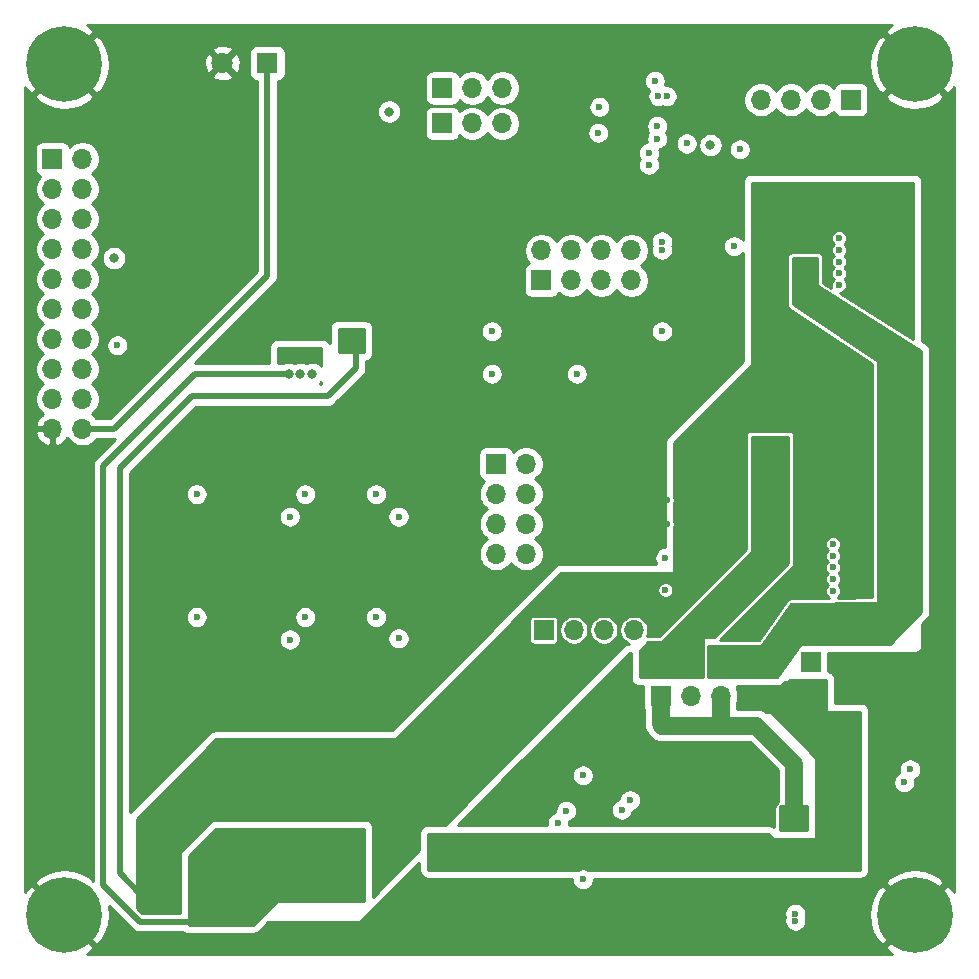
<source format=gbr>
G04 #@! TF.GenerationSoftware,KiCad,Pcbnew,(5.1.12)-1*
G04 #@! TF.CreationDate,2022-01-20T23:42:30+07:00*
G04 #@! TF.ProjectId,Driver_Board,44726976-6572-45f4-926f-6172642e6b69,v.2.0*
G04 #@! TF.SameCoordinates,Original*
G04 #@! TF.FileFunction,Copper,L4,Bot*
G04 #@! TF.FilePolarity,Positive*
%FSLAX46Y46*%
G04 Gerber Fmt 4.6, Leading zero omitted, Abs format (unit mm)*
G04 Created by KiCad (PCBNEW (5.1.12)-1) date 2022-01-20 23:42:30*
%MOMM*%
%LPD*%
G01*
G04 APERTURE LIST*
G04 #@! TA.AperFunction,ComponentPad*
%ADD10O,1.700000X1.700000*%
G04 #@! TD*
G04 #@! TA.AperFunction,ComponentPad*
%ADD11R,1.700000X1.700000*%
G04 #@! TD*
G04 #@! TA.AperFunction,ComponentPad*
%ADD12C,6.400000*%
G04 #@! TD*
G04 #@! TA.AperFunction,ComponentPad*
%ADD13C,0.800000*%
G04 #@! TD*
G04 #@! TA.AperFunction,ComponentPad*
%ADD14C,1.800000*%
G04 #@! TD*
G04 #@! TA.AperFunction,ComponentPad*
%ADD15R,1.800000X1.800000*%
G04 #@! TD*
G04 #@! TA.AperFunction,ViaPad*
%ADD16C,0.800000*%
G04 #@! TD*
G04 #@! TA.AperFunction,ViaPad*
%ADD17C,0.600000*%
G04 #@! TD*
G04 #@! TA.AperFunction,Conductor*
%ADD18C,0.508000*%
G04 #@! TD*
G04 #@! TA.AperFunction,Conductor*
%ADD19C,1.524000*%
G04 #@! TD*
G04 #@! TA.AperFunction,Conductor*
%ADD20C,0.254000*%
G04 #@! TD*
G04 #@! TA.AperFunction,Conductor*
%ADD21C,0.100000*%
G04 #@! TD*
G04 #@! TA.AperFunction,NonConductor*
%ADD22C,0.254000*%
G04 #@! TD*
G04 #@! TA.AperFunction,NonConductor*
%ADD23C,0.100000*%
G04 #@! TD*
G04 APERTURE END LIST*
D10*
X172220000Y-111900000D03*
X169680000Y-111900000D03*
X167140000Y-111900000D03*
D11*
X164600000Y-111900000D03*
D12*
X124000000Y-64000000D03*
D13*
X126400000Y-64000000D03*
X125697056Y-65697056D03*
X124000000Y-66400000D03*
X122302944Y-65697056D03*
X121600000Y-64000000D03*
X122302944Y-62302944D03*
X124000000Y-61600000D03*
X125697056Y-62302944D03*
X197697056Y-62302944D03*
X196000000Y-61600000D03*
X194302944Y-62302944D03*
X193600000Y-64000000D03*
X194302944Y-65697056D03*
X196000000Y-66400000D03*
X197697056Y-65697056D03*
X198400000Y-64000000D03*
D12*
X196000000Y-64000000D03*
X196000000Y-136000000D03*
D13*
X198400000Y-136000000D03*
X197697056Y-137697056D03*
X196000000Y-138400000D03*
X194302944Y-137697056D03*
X193600000Y-136000000D03*
X194302944Y-134302944D03*
X196000000Y-133600000D03*
X197697056Y-134302944D03*
X125697056Y-134302944D03*
X124000000Y-133600000D03*
X122302944Y-134302944D03*
X121600000Y-136000000D03*
X122302944Y-137697056D03*
X124000000Y-138400000D03*
X125697056Y-137697056D03*
X126400000Y-136000000D03*
D12*
X124000000Y-136000000D03*
D11*
X123000000Y-72000000D03*
D10*
X125540000Y-72000000D03*
X123000000Y-74540000D03*
X125540000Y-74540000D03*
X123000000Y-77080000D03*
X125540000Y-77080000D03*
X123000000Y-79620000D03*
X125540000Y-79620000D03*
X123000000Y-82160000D03*
X125540000Y-82160000D03*
X123000000Y-84700000D03*
X125540000Y-84700000D03*
X123000000Y-87240000D03*
X125540000Y-87240000D03*
X123000000Y-89780000D03*
X125540000Y-89780000D03*
X123000000Y-92320000D03*
X125540000Y-92320000D03*
X123000000Y-94860000D03*
X125540000Y-94860000D03*
D11*
X187200000Y-114600000D03*
D10*
X187200000Y-117140000D03*
D11*
X156010000Y-66000000D03*
D10*
X158550000Y-66000000D03*
X161090000Y-66000000D03*
X161080000Y-69000000D03*
X158540000Y-69000000D03*
D11*
X156000000Y-69000000D03*
X160560000Y-97820000D03*
D10*
X163100000Y-97820000D03*
X160560000Y-100360000D03*
X163100000Y-100360000D03*
X160560000Y-102900000D03*
X163100000Y-102900000D03*
X160560000Y-105440000D03*
X163100000Y-105440000D03*
D11*
X174500000Y-117500000D03*
D10*
X174500000Y-114960000D03*
X177040000Y-117500000D03*
X177040000Y-114960000D03*
X179580000Y-117500000D03*
X179580000Y-114960000D03*
X182120000Y-117500000D03*
X182120000Y-114960000D03*
X172020000Y-79760000D03*
X172020000Y-82300000D03*
X169480000Y-79760000D03*
X169480000Y-82300000D03*
X166940000Y-79760000D03*
X166940000Y-82300000D03*
X164400000Y-79760000D03*
D11*
X164400000Y-82300000D03*
X190600000Y-67000000D03*
D10*
X188060000Y-67000000D03*
X185520000Y-67000000D03*
X182980000Y-67000000D03*
D14*
X136105000Y-134210000D03*
D15*
X132295000Y-134210000D03*
X141205000Y-63890000D03*
D14*
X137395000Y-63890000D03*
D16*
X180200000Y-76300000D03*
X176700000Y-76300000D03*
X176700000Y-74400000D03*
X180200000Y-74400000D03*
X178400000Y-75300000D03*
D17*
X136300000Y-113800000D03*
X139100000Y-117000000D03*
D16*
X179437500Y-67537500D03*
D17*
X174600000Y-82100000D03*
X166300006Y-66000000D03*
X166300000Y-69000000D03*
X164137500Y-75862500D03*
X180300000Y-86600000D03*
X178000000Y-86600000D03*
X179200000Y-88000000D03*
X167400000Y-88500000D03*
X175000000Y-100900000D03*
X175000000Y-102900000D03*
X169800000Y-102100000D03*
X167600000Y-96800000D03*
X167600000Y-99600000D03*
X166500000Y-98200000D03*
X180000003Y-126499997D03*
X179962500Y-135262500D03*
X175400000Y-133500000D03*
X175700016Y-124700010D03*
X169814272Y-103685728D03*
X145175728Y-114024272D03*
X148175728Y-117024272D03*
X145075728Y-103724272D03*
X193600000Y-120700000D03*
X198300000Y-124900000D03*
X197400000Y-124000000D03*
X192750009Y-126650009D03*
X149800000Y-120200000D03*
X149200000Y-120200000D03*
X148600000Y-120200000D03*
X149800000Y-119600000D03*
X149200000Y-119600000D03*
X148600000Y-119600000D03*
X148399950Y-106600000D03*
X189599984Y-78700000D03*
X189100000Y-104600000D03*
X139200000Y-106400000D03*
X125100000Y-105900000D03*
X146700000Y-94700000D03*
X136299982Y-103400000D03*
X174600000Y-79000000D03*
X174600000Y-79700000D03*
X174300000Y-66700000D03*
X174999994Y-66700000D03*
X174600000Y-86600000D03*
X160200012Y-86599988D03*
X140400000Y-131800000D03*
X140400000Y-132600000D03*
X140400000Y-133400000D03*
X141200000Y-131800000D03*
X141200000Y-132600000D03*
X141200000Y-133400000D03*
X142000000Y-131800000D03*
X142000000Y-132600000D03*
X142000000Y-133400000D03*
X146900000Y-129300000D03*
X146900000Y-129900000D03*
X149000000Y-132200000D03*
D16*
X143000000Y-90200000D03*
X144000000Y-90200000D03*
X145000000Y-90200000D03*
X180000000Y-104000000D03*
X178600000Y-104000000D03*
X178600000Y-99800000D03*
X180000000Y-99800000D03*
X179300000Y-103000000D03*
X179300000Y-100800000D03*
X180000000Y-101900000D03*
X178600000Y-101900000D03*
X147800000Y-87800000D03*
X147800000Y-86900000D03*
X148700000Y-86900000D03*
D17*
X142700000Y-123400000D03*
X143300000Y-123400000D03*
X143000000Y-124000000D03*
X144800000Y-124000000D03*
X145400000Y-124000000D03*
X143600000Y-124000000D03*
X144500000Y-123400000D03*
X144200000Y-124000000D03*
X145100000Y-123400000D03*
X143900000Y-123400000D03*
X184600000Y-76499998D03*
X185300000Y-76500000D03*
X167400000Y-90200000D03*
X184569053Y-74344887D03*
X185279464Y-74325391D03*
X182500000Y-78200000D03*
X183200002Y-78200000D03*
X156100000Y-122100000D03*
X156100000Y-122700000D03*
X156100000Y-123300000D03*
X156100000Y-123900000D03*
X155500000Y-123000000D03*
X155500000Y-122400000D03*
X155500000Y-123600000D03*
X155500000Y-124200000D03*
X156100000Y-124500000D03*
X155500000Y-124800000D03*
X189000000Y-89000000D03*
X189000000Y-88200000D03*
X189800000Y-89000000D03*
X189000000Y-89800000D03*
X188200000Y-89000000D03*
X188200000Y-88200000D03*
X189800000Y-88200000D03*
X189800000Y-89800000D03*
X188200000Y-89800000D03*
X188200000Y-90600000D03*
X189000000Y-90600000D03*
X189800000Y-90600000D03*
X187400000Y-90600000D03*
X187400000Y-89800000D03*
X187400000Y-89000000D03*
X187400000Y-88200000D03*
D16*
X148700000Y-87800000D03*
D17*
X187400000Y-120600000D03*
X188000000Y-120600000D03*
X188600000Y-120600000D03*
X188600000Y-121200000D03*
X188000000Y-121200000D03*
X187400000Y-121200000D03*
X155400000Y-129700000D03*
X155400000Y-130300000D03*
X155400000Y-130900000D03*
X155400000Y-131500000D03*
X156000000Y-131500000D03*
X156000000Y-130900000D03*
X156000000Y-130300000D03*
X156000000Y-129700000D03*
X187800000Y-131700000D03*
X188700000Y-131700000D03*
X143100000Y-102300000D03*
X171900000Y-126300000D03*
X135200000Y-100400000D03*
X144400000Y-100400000D03*
X150400000Y-100400000D03*
X135200000Y-110800000D03*
X144400002Y-110800000D03*
X150400000Y-110800000D03*
X143100000Y-112700000D03*
X171200000Y-127100000D03*
X152300000Y-102300000D03*
X166500000Y-127200000D03*
X152300000Y-112600000D03*
X165800000Y-128199998D03*
X167900000Y-133000000D03*
X128500000Y-87800000D03*
X167900000Y-124200000D03*
X195600000Y-123700000D03*
X195114496Y-124791302D03*
X181200000Y-71200000D03*
X174000000Y-65400000D03*
X169300000Y-67600000D03*
X176700000Y-70700000D03*
X174200000Y-69199998D03*
X174200000Y-70300000D03*
X173500000Y-71500000D03*
X173500000Y-72500000D03*
X169200000Y-69800000D03*
D16*
X128200008Y-80400000D03*
D17*
X185900000Y-135900000D03*
X185900000Y-136500000D03*
X174900000Y-105800000D03*
X174900000Y-108500000D03*
X185000000Y-128600000D03*
X185800000Y-128600000D03*
X186600000Y-128600000D03*
X185000000Y-127900000D03*
X185000000Y-127200000D03*
X186600000Y-127200000D03*
X186600000Y-127900000D03*
X185800000Y-127900000D03*
X185800000Y-127200000D03*
X182700000Y-96000000D03*
X183600000Y-96000000D03*
X184500000Y-96000000D03*
X182700000Y-96800000D03*
X183600000Y-96800000D03*
X184500000Y-96800000D03*
X160200000Y-90200000D03*
X180700004Y-79400000D03*
X186900000Y-81000000D03*
X187400000Y-81500000D03*
X186900000Y-82000000D03*
X187400000Y-82500000D03*
X186900000Y-83000000D03*
X187400000Y-83500000D03*
X186900000Y-84000000D03*
D16*
X178700000Y-70850000D03*
X151500000Y-68000000D03*
D17*
X189100000Y-105600000D03*
X189100000Y-106600000D03*
X189100000Y-107600000D03*
X189100000Y-108600000D03*
X189600000Y-82700000D03*
X189600000Y-81700000D03*
X189600000Y-80700000D03*
X189600000Y-79700000D03*
D18*
X135400000Y-136600000D02*
X136105000Y-135895000D01*
X127300000Y-133500000D02*
X130400000Y-136600000D01*
X127300000Y-98000000D02*
X127300000Y-133500000D01*
X136105000Y-135895000D02*
X136105000Y-134210000D01*
X130400000Y-136600000D02*
X135400000Y-136600000D01*
X135100000Y-90200000D02*
X127300000Y-98000000D01*
X143000000Y-90200000D02*
X135100000Y-90200000D01*
X132295000Y-134210000D02*
X130410000Y-134210000D01*
X130410000Y-134210000D02*
X128700000Y-132500000D01*
X128700000Y-132500000D02*
X128700000Y-98200000D01*
X128700000Y-98200000D02*
X134800000Y-92100000D01*
X134800000Y-92100000D02*
X146300000Y-92100000D01*
X146300000Y-92100000D02*
X148700000Y-89700000D01*
X148700000Y-89700000D02*
X148700000Y-87800000D01*
X148700000Y-87800000D02*
X148700000Y-87800000D01*
D19*
X174500000Y-119874000D02*
X174626000Y-120000000D01*
X174500000Y-117500000D02*
X174500000Y-119874000D01*
X179580000Y-117500000D02*
X179580000Y-119820000D01*
X179580000Y-119820000D02*
X179400000Y-120000000D01*
X174626000Y-120000000D02*
X179400000Y-120000000D01*
X185800000Y-123200000D02*
X185800000Y-127200000D01*
X182600000Y-120000000D02*
X185800000Y-123200000D01*
X179400000Y-120000000D02*
X182600000Y-120000000D01*
D18*
X128240000Y-94860000D02*
X125540000Y-94860000D01*
X141205000Y-81895000D02*
X128240000Y-94860000D01*
X141205000Y-63890000D02*
X141205000Y-81895000D01*
D20*
X186865000Y-128865000D02*
X184627000Y-128865000D01*
X184627000Y-126827000D01*
X186865000Y-126827000D01*
X186865000Y-128865000D01*
G04 #@! TA.AperFunction,Conductor*
D21*
G36*
X186865000Y-128865000D02*
G01*
X184627000Y-128865000D01*
X184627000Y-126827000D01*
X186865000Y-126827000D01*
X186865000Y-128865000D01*
G37*
G04 #@! TD.AperFunction*
D20*
X188473000Y-118700000D02*
X188475440Y-118724776D01*
X188482667Y-118748601D01*
X188494403Y-118770557D01*
X188510197Y-118789803D01*
X188529443Y-118805597D01*
X188551399Y-118817333D01*
X188575224Y-118824560D01*
X188600000Y-118827000D01*
X191373000Y-118827000D01*
X191373000Y-132173000D01*
X168345263Y-132173000D01*
X168342889Y-132171414D01*
X168172729Y-132100932D01*
X167992089Y-132065000D01*
X167807911Y-132065000D01*
X167627271Y-132100932D01*
X167457111Y-132171414D01*
X167454737Y-132173000D01*
X154827000Y-132173000D01*
X154827000Y-129127000D01*
X165667703Y-129127000D01*
X165707911Y-129134998D01*
X165892089Y-129134998D01*
X165932297Y-129127000D01*
X183547394Y-129127000D01*
X184010197Y-129589803D01*
X184029443Y-129605597D01*
X184051399Y-129617333D01*
X184075224Y-129624560D01*
X184100000Y-129627000D01*
X187500000Y-129627000D01*
X187524776Y-129624560D01*
X187548601Y-129617333D01*
X187570557Y-129605597D01*
X187589803Y-129589803D01*
X187605597Y-129570557D01*
X187617333Y-129548601D01*
X187624560Y-129524776D01*
X187627000Y-129500000D01*
X187627000Y-122700000D01*
X187624560Y-122675224D01*
X187617333Y-122651399D01*
X187605597Y-122629443D01*
X187589803Y-122610197D01*
X183889803Y-118910197D01*
X183870557Y-118894403D01*
X183848601Y-118882667D01*
X183824776Y-118875440D01*
X183800000Y-118873000D01*
X183428850Y-118873000D01*
X183379887Y-118832817D01*
X183137195Y-118703096D01*
X182873860Y-118623214D01*
X182668625Y-118603000D01*
X182600000Y-118596241D01*
X182531375Y-118603000D01*
X180977000Y-118603000D01*
X180977000Y-118007835D01*
X181007932Y-117933158D01*
X181065000Y-117646260D01*
X181065000Y-117353740D01*
X181007932Y-117066842D01*
X180927000Y-116871454D01*
X180927000Y-116635000D01*
X184400000Y-116635000D01*
X184504393Y-116626360D01*
X184624584Y-116593959D01*
X184736145Y-116538732D01*
X184834787Y-116462802D01*
X184916721Y-116369086D01*
X184946782Y-116327000D01*
X185200000Y-116327000D01*
X185224776Y-116324560D01*
X185248601Y-116317333D01*
X185270557Y-116305597D01*
X185289803Y-116289803D01*
X185305597Y-116270557D01*
X185317333Y-116248601D01*
X185324560Y-116224776D01*
X185327000Y-116200000D01*
X185327000Y-116127000D01*
X188473000Y-116127000D01*
X188473000Y-118700000D01*
G04 #@! TA.AperFunction,Conductor*
D21*
G36*
X188473000Y-118700000D02*
G01*
X188475440Y-118724776D01*
X188482667Y-118748601D01*
X188494403Y-118770557D01*
X188510197Y-118789803D01*
X188529443Y-118805597D01*
X188551399Y-118817333D01*
X188575224Y-118824560D01*
X188600000Y-118827000D01*
X191373000Y-118827000D01*
X191373000Y-132173000D01*
X168345263Y-132173000D01*
X168342889Y-132171414D01*
X168172729Y-132100932D01*
X167992089Y-132065000D01*
X167807911Y-132065000D01*
X167627271Y-132100932D01*
X167457111Y-132171414D01*
X167454737Y-132173000D01*
X154827000Y-132173000D01*
X154827000Y-129127000D01*
X165667703Y-129127000D01*
X165707911Y-129134998D01*
X165892089Y-129134998D01*
X165932297Y-129127000D01*
X183547394Y-129127000D01*
X184010197Y-129589803D01*
X184029443Y-129605597D01*
X184051399Y-129617333D01*
X184075224Y-129624560D01*
X184100000Y-129627000D01*
X187500000Y-129627000D01*
X187524776Y-129624560D01*
X187548601Y-129617333D01*
X187570557Y-129605597D01*
X187589803Y-129589803D01*
X187605597Y-129570557D01*
X187617333Y-129548601D01*
X187624560Y-129524776D01*
X187627000Y-129500000D01*
X187627000Y-122700000D01*
X187624560Y-122675224D01*
X187617333Y-122651399D01*
X187605597Y-122629443D01*
X187589803Y-122610197D01*
X183889803Y-118910197D01*
X183870557Y-118894403D01*
X183848601Y-118882667D01*
X183824776Y-118875440D01*
X183800000Y-118873000D01*
X183428850Y-118873000D01*
X183379887Y-118832817D01*
X183137195Y-118703096D01*
X182873860Y-118623214D01*
X182668625Y-118603000D01*
X182600000Y-118596241D01*
X182531375Y-118603000D01*
X180977000Y-118603000D01*
X180977000Y-118007835D01*
X181007932Y-117933158D01*
X181065000Y-117646260D01*
X181065000Y-117353740D01*
X181007932Y-117066842D01*
X180927000Y-116871454D01*
X180927000Y-116635000D01*
X184400000Y-116635000D01*
X184504393Y-116626360D01*
X184624584Y-116593959D01*
X184736145Y-116538732D01*
X184834787Y-116462802D01*
X184916721Y-116369086D01*
X184946782Y-116327000D01*
X185200000Y-116327000D01*
X185224776Y-116324560D01*
X185248601Y-116317333D01*
X185270557Y-116305597D01*
X185289803Y-116289803D01*
X185305597Y-116270557D01*
X185317333Y-116248601D01*
X185324560Y-116224776D01*
X185327000Y-116200000D01*
X185327000Y-116127000D01*
X188473000Y-116127000D01*
X188473000Y-118700000D01*
G37*
G04 #@! TD.AperFunction*
D20*
X187773000Y-82700000D02*
X187775440Y-82724776D01*
X187782667Y-82748601D01*
X187794403Y-82770557D01*
X187810197Y-82789803D01*
X187832690Y-82807696D01*
X196573000Y-88270390D01*
X196573000Y-110348743D01*
X193946038Y-113073000D01*
X186400000Y-113073000D01*
X186375224Y-113075440D01*
X186351399Y-113082667D01*
X186329443Y-113094403D01*
X186310197Y-113110197D01*
X186296656Y-113126183D01*
X184334644Y-115873000D01*
X178527000Y-115873000D01*
X178527000Y-113227000D01*
X183000000Y-113227000D01*
X183024776Y-113224560D01*
X183048601Y-113217333D01*
X183070557Y-113205597D01*
X183089803Y-113189803D01*
X183103344Y-113173817D01*
X185565993Y-109726108D01*
X192801740Y-109626988D01*
X192826480Y-109624209D01*
X192850203Y-109616656D01*
X192871997Y-109604620D01*
X192891024Y-109588564D01*
X192906553Y-109569104D01*
X192917987Y-109546989D01*
X192924887Y-109523068D01*
X192927000Y-109500000D01*
X192927000Y-89200000D01*
X192924560Y-89175224D01*
X192917333Y-89151399D01*
X192905597Y-89129443D01*
X192889803Y-89110197D01*
X192870447Y-89094330D01*
X185727000Y-84332032D01*
X185727000Y-80427000D01*
X187773000Y-80427000D01*
X187773000Y-82700000D01*
G04 #@! TA.AperFunction,Conductor*
D21*
G36*
X187773000Y-82700000D02*
G01*
X187775440Y-82724776D01*
X187782667Y-82748601D01*
X187794403Y-82770557D01*
X187810197Y-82789803D01*
X187832690Y-82807696D01*
X196573000Y-88270390D01*
X196573000Y-110348743D01*
X193946038Y-113073000D01*
X186400000Y-113073000D01*
X186375224Y-113075440D01*
X186351399Y-113082667D01*
X186329443Y-113094403D01*
X186310197Y-113110197D01*
X186296656Y-113126183D01*
X184334644Y-115873000D01*
X178527000Y-115873000D01*
X178527000Y-113227000D01*
X183000000Y-113227000D01*
X183024776Y-113224560D01*
X183048601Y-113217333D01*
X183070557Y-113205597D01*
X183089803Y-113189803D01*
X183103344Y-113173817D01*
X185565993Y-109726108D01*
X192801740Y-109626988D01*
X192826480Y-109624209D01*
X192850203Y-109616656D01*
X192871997Y-109604620D01*
X192891024Y-109588564D01*
X192906553Y-109569104D01*
X192917987Y-109546989D01*
X192924887Y-109523068D01*
X192927000Y-109500000D01*
X192927000Y-89200000D01*
X192924560Y-89175224D01*
X192917333Y-89151399D01*
X192905597Y-89129443D01*
X192889803Y-89110197D01*
X192870447Y-89094330D01*
X185727000Y-84332032D01*
X185727000Y-80427000D01*
X187773000Y-80427000D01*
X187773000Y-82700000D01*
G37*
G04 #@! TD.AperFunction*
D20*
X185273000Y-106247394D02*
X179047394Y-112473000D01*
X178200000Y-112473000D01*
X178175224Y-112475440D01*
X178151399Y-112482667D01*
X178129443Y-112494403D01*
X178110197Y-112510197D01*
X178094403Y-112529443D01*
X178082667Y-112551399D01*
X178075440Y-112575224D01*
X178073000Y-112600000D01*
X178073000Y-115873000D01*
X172727000Y-115873000D01*
X172727000Y-113652606D01*
X173452606Y-112927000D01*
X174500000Y-112927000D01*
X174524776Y-112924560D01*
X174548601Y-112917333D01*
X174570557Y-112905597D01*
X174589803Y-112889803D01*
X182189803Y-105289803D01*
X182205597Y-105270557D01*
X182217333Y-105248601D01*
X182224560Y-105224776D01*
X182227000Y-105200000D01*
X182227000Y-95527000D01*
X185273000Y-95527000D01*
X185273000Y-106247394D01*
G04 #@! TA.AperFunction,Conductor*
D21*
G36*
X185273000Y-106247394D02*
G01*
X179047394Y-112473000D01*
X178200000Y-112473000D01*
X178175224Y-112475440D01*
X178151399Y-112482667D01*
X178129443Y-112494403D01*
X178110197Y-112510197D01*
X178094403Y-112529443D01*
X178082667Y-112551399D01*
X178075440Y-112575224D01*
X178073000Y-112600000D01*
X178073000Y-115873000D01*
X172727000Y-115873000D01*
X172727000Y-113652606D01*
X173452606Y-112927000D01*
X174500000Y-112927000D01*
X174524776Y-112924560D01*
X174548601Y-112917333D01*
X174570557Y-112905597D01*
X174589803Y-112889803D01*
X182189803Y-105289803D01*
X182205597Y-105270557D01*
X182217333Y-105248601D01*
X182224560Y-105224776D01*
X182227000Y-105200000D01*
X182227000Y-95527000D01*
X185273000Y-95527000D01*
X185273000Y-106247394D01*
G37*
G04 #@! TD.AperFunction*
D20*
X195873000Y-87233832D02*
X189698475Y-83374754D01*
X189798640Y-83354829D01*
X189922574Y-83303494D01*
X190034112Y-83228967D01*
X190128967Y-83134112D01*
X190203494Y-83022574D01*
X190254829Y-82898640D01*
X190281000Y-82767073D01*
X190281000Y-82632927D01*
X190254829Y-82501360D01*
X190203494Y-82377426D01*
X190128967Y-82265888D01*
X190063079Y-82200000D01*
X190128967Y-82134112D01*
X190203494Y-82022574D01*
X190254829Y-81898640D01*
X190281000Y-81767073D01*
X190281000Y-81632927D01*
X190254829Y-81501360D01*
X190203494Y-81377426D01*
X190128967Y-81265888D01*
X190063079Y-81200000D01*
X190128967Y-81134112D01*
X190203494Y-81022574D01*
X190254829Y-80898640D01*
X190281000Y-80767073D01*
X190281000Y-80632927D01*
X190254829Y-80501360D01*
X190203494Y-80377426D01*
X190128967Y-80265888D01*
X190063079Y-80200000D01*
X190128967Y-80134112D01*
X190203494Y-80022574D01*
X190254829Y-79898640D01*
X190281000Y-79767073D01*
X190281000Y-79632927D01*
X190254829Y-79501360D01*
X190203494Y-79377426D01*
X190128967Y-79265888D01*
X190063071Y-79199992D01*
X190128951Y-79134112D01*
X190203478Y-79022574D01*
X190254813Y-78898640D01*
X190280984Y-78767073D01*
X190280984Y-78632927D01*
X190254813Y-78501360D01*
X190203478Y-78377426D01*
X190128951Y-78265888D01*
X190034096Y-78171033D01*
X189922558Y-78096506D01*
X189798624Y-78045171D01*
X189667057Y-78019000D01*
X189532911Y-78019000D01*
X189401344Y-78045171D01*
X189277410Y-78096506D01*
X189165872Y-78171033D01*
X189071017Y-78265888D01*
X188996490Y-78377426D01*
X188945155Y-78501360D01*
X188918984Y-78632927D01*
X188918984Y-78767073D01*
X188945155Y-78898640D01*
X188996490Y-79022574D01*
X189071017Y-79134112D01*
X189136913Y-79200008D01*
X189071033Y-79265888D01*
X188996506Y-79377426D01*
X188945171Y-79501360D01*
X188919000Y-79632927D01*
X188919000Y-79767073D01*
X188945171Y-79898640D01*
X188996506Y-80022574D01*
X189071033Y-80134112D01*
X189136921Y-80200000D01*
X189071033Y-80265888D01*
X188996506Y-80377426D01*
X188945171Y-80501360D01*
X188919000Y-80632927D01*
X188919000Y-80767073D01*
X188945171Y-80898640D01*
X188996506Y-81022574D01*
X189071033Y-81134112D01*
X189136921Y-81200000D01*
X189071033Y-81265888D01*
X188996506Y-81377426D01*
X188945171Y-81501360D01*
X188919000Y-81632927D01*
X188919000Y-81767073D01*
X188945171Y-81898640D01*
X188996506Y-82022574D01*
X189071033Y-82134112D01*
X189136921Y-82200000D01*
X189071033Y-82265888D01*
X188996506Y-82377426D01*
X188945171Y-82501360D01*
X188919000Y-82632927D01*
X188919000Y-82767073D01*
X188945171Y-82898640D01*
X188948133Y-82905790D01*
X188281000Y-82488832D01*
X188281000Y-80300000D01*
X188273679Y-80225671D01*
X188251998Y-80154198D01*
X188216790Y-80088328D01*
X188169408Y-80030592D01*
X188111672Y-79983210D01*
X188045802Y-79948002D01*
X187974329Y-79926321D01*
X187900000Y-79919000D01*
X185600000Y-79919000D01*
X185525671Y-79926321D01*
X185454198Y-79948002D01*
X185388328Y-79983210D01*
X185330592Y-80030592D01*
X185283210Y-80088328D01*
X185248002Y-80154198D01*
X185226321Y-80225671D01*
X185219000Y-80300000D01*
X185219000Y-84400000D01*
X185226399Y-84474720D01*
X185248155Y-84546171D01*
X185283432Y-84612004D01*
X185330874Y-84669689D01*
X185388659Y-84717011D01*
X192419000Y-89403905D01*
X192419000Y-109124184D01*
X189481038Y-109164430D01*
X189534112Y-109128967D01*
X189628967Y-109034112D01*
X189703494Y-108922574D01*
X189754829Y-108798640D01*
X189781000Y-108667073D01*
X189781000Y-108532927D01*
X189754829Y-108401360D01*
X189703494Y-108277426D01*
X189628967Y-108165888D01*
X189563079Y-108100000D01*
X189628967Y-108034112D01*
X189703494Y-107922574D01*
X189754829Y-107798640D01*
X189781000Y-107667073D01*
X189781000Y-107532927D01*
X189754829Y-107401360D01*
X189703494Y-107277426D01*
X189628967Y-107165888D01*
X189563079Y-107100000D01*
X189628967Y-107034112D01*
X189703494Y-106922574D01*
X189754829Y-106798640D01*
X189781000Y-106667073D01*
X189781000Y-106532927D01*
X189754829Y-106401360D01*
X189703494Y-106277426D01*
X189628967Y-106165888D01*
X189563079Y-106100000D01*
X189628967Y-106034112D01*
X189703494Y-105922574D01*
X189754829Y-105798640D01*
X189781000Y-105667073D01*
X189781000Y-105532927D01*
X189754829Y-105401360D01*
X189703494Y-105277426D01*
X189628967Y-105165888D01*
X189563079Y-105100000D01*
X189628967Y-105034112D01*
X189703494Y-104922574D01*
X189754829Y-104798640D01*
X189781000Y-104667073D01*
X189781000Y-104532927D01*
X189754829Y-104401360D01*
X189703494Y-104277426D01*
X189628967Y-104165888D01*
X189534112Y-104071033D01*
X189422574Y-103996506D01*
X189298640Y-103945171D01*
X189167073Y-103919000D01*
X189032927Y-103919000D01*
X188901360Y-103945171D01*
X188777426Y-103996506D01*
X188665888Y-104071033D01*
X188571033Y-104165888D01*
X188496506Y-104277426D01*
X188445171Y-104401360D01*
X188419000Y-104532927D01*
X188419000Y-104667073D01*
X188445171Y-104798640D01*
X188496506Y-104922574D01*
X188571033Y-105034112D01*
X188636921Y-105100000D01*
X188571033Y-105165888D01*
X188496506Y-105277426D01*
X188445171Y-105401360D01*
X188419000Y-105532927D01*
X188419000Y-105667073D01*
X188445171Y-105798640D01*
X188496506Y-105922574D01*
X188571033Y-106034112D01*
X188636921Y-106100000D01*
X188571033Y-106165888D01*
X188496506Y-106277426D01*
X188445171Y-106401360D01*
X188419000Y-106532927D01*
X188419000Y-106667073D01*
X188445171Y-106798640D01*
X188496506Y-106922574D01*
X188571033Y-107034112D01*
X188636921Y-107100000D01*
X188571033Y-107165888D01*
X188496506Y-107277426D01*
X188445171Y-107401360D01*
X188419000Y-107532927D01*
X188419000Y-107667073D01*
X188445171Y-107798640D01*
X188496506Y-107922574D01*
X188571033Y-108034112D01*
X188636921Y-108100000D01*
X188571033Y-108165888D01*
X188496506Y-108277426D01*
X188445171Y-108401360D01*
X188419000Y-108532927D01*
X188419000Y-108667073D01*
X188445171Y-108798640D01*
X188496506Y-108922574D01*
X188571033Y-109034112D01*
X188665888Y-109128967D01*
X188734272Y-109174660D01*
X185494781Y-109219036D01*
X185437364Y-109224184D01*
X185365249Y-109243625D01*
X185298313Y-109276761D01*
X185239128Y-109322319D01*
X185189968Y-109378548D01*
X182803931Y-112719000D01*
X179519816Y-112719000D01*
X185669408Y-106569408D01*
X185716790Y-106511672D01*
X185751998Y-106445802D01*
X185773679Y-106374329D01*
X185781000Y-106300000D01*
X185781000Y-95400000D01*
X185773679Y-95325671D01*
X185751998Y-95254198D01*
X185716790Y-95188328D01*
X185669408Y-95130592D01*
X185611672Y-95083210D01*
X185545802Y-95048002D01*
X185474329Y-95026321D01*
X185400000Y-95019000D01*
X182100000Y-95019000D01*
X182025671Y-95026321D01*
X181954198Y-95048002D01*
X181888328Y-95083210D01*
X181830592Y-95130592D01*
X181783210Y-95188328D01*
X181748002Y-95254198D01*
X181726321Y-95325671D01*
X181719000Y-95400000D01*
X181719000Y-105042184D01*
X174342184Y-112419000D01*
X173400000Y-112419000D01*
X173334787Y-112425423D01*
X173403693Y-112259069D01*
X173451000Y-112021243D01*
X173451000Y-111778757D01*
X173403693Y-111540931D01*
X173310898Y-111316903D01*
X173176180Y-111115283D01*
X173004717Y-110943820D01*
X172803097Y-110809102D01*
X172579069Y-110716307D01*
X172341243Y-110669000D01*
X172098757Y-110669000D01*
X171860931Y-110716307D01*
X171636903Y-110809102D01*
X171435283Y-110943820D01*
X171263820Y-111115283D01*
X171129102Y-111316903D01*
X171036307Y-111540931D01*
X170989000Y-111778757D01*
X170989000Y-112021243D01*
X171036307Y-112259069D01*
X171129102Y-112483097D01*
X171263820Y-112684717D01*
X171435283Y-112856180D01*
X171636903Y-112990898D01*
X171835116Y-113073000D01*
X171600000Y-113073000D01*
X171575224Y-113075440D01*
X171551399Y-113082667D01*
X171529443Y-113094403D01*
X171510197Y-113110197D01*
X156255394Y-128365000D01*
X154700000Y-128365000D01*
X154576118Y-128377201D01*
X154456996Y-128413336D01*
X154347213Y-128472017D01*
X154250987Y-128550987D01*
X154172017Y-128647213D01*
X154113336Y-128756996D01*
X154077201Y-128876118D01*
X154065000Y-129000000D01*
X154065000Y-130555394D01*
X150135000Y-134485394D01*
X150135000Y-128600000D01*
X150122799Y-128476118D01*
X150086664Y-128356996D01*
X150027983Y-128247213D01*
X149949013Y-128150987D01*
X149852787Y-128072017D01*
X149743004Y-128013336D01*
X149623882Y-127977201D01*
X149500000Y-127965000D01*
X136800000Y-127965000D01*
X136676118Y-127977201D01*
X136556996Y-128013336D01*
X136447213Y-128072017D01*
X136350987Y-128150987D01*
X133950987Y-130550987D01*
X133872017Y-130647213D01*
X133813336Y-130756996D01*
X133777201Y-130876118D01*
X133765000Y-131000000D01*
X133765000Y-135873000D01*
X130571025Y-135873000D01*
X130127000Y-135428975D01*
X130127000Y-127852606D01*
X136852606Y-121127000D01*
X152000000Y-121127000D01*
X152024776Y-121124560D01*
X152048601Y-121117333D01*
X152070557Y-121105597D01*
X152089803Y-121089803D01*
X160089803Y-113089803D01*
X160090542Y-113089057D01*
X162096171Y-111050000D01*
X163367157Y-111050000D01*
X163367157Y-112750000D01*
X163374513Y-112824689D01*
X163396299Y-112896508D01*
X163431678Y-112962696D01*
X163479289Y-113020711D01*
X163537304Y-113068322D01*
X163603492Y-113103701D01*
X163675311Y-113125487D01*
X163750000Y-113132843D01*
X165450000Y-113132843D01*
X165524689Y-113125487D01*
X165596508Y-113103701D01*
X165662696Y-113068322D01*
X165720711Y-113020711D01*
X165768322Y-112962696D01*
X165803701Y-112896508D01*
X165825487Y-112824689D01*
X165832843Y-112750000D01*
X165832843Y-111778757D01*
X165909000Y-111778757D01*
X165909000Y-112021243D01*
X165956307Y-112259069D01*
X166049102Y-112483097D01*
X166183820Y-112684717D01*
X166355283Y-112856180D01*
X166556903Y-112990898D01*
X166780931Y-113083693D01*
X167018757Y-113131000D01*
X167261243Y-113131000D01*
X167499069Y-113083693D01*
X167723097Y-112990898D01*
X167924717Y-112856180D01*
X168096180Y-112684717D01*
X168230898Y-112483097D01*
X168323693Y-112259069D01*
X168371000Y-112021243D01*
X168371000Y-111778757D01*
X168449000Y-111778757D01*
X168449000Y-112021243D01*
X168496307Y-112259069D01*
X168589102Y-112483097D01*
X168723820Y-112684717D01*
X168895283Y-112856180D01*
X169096903Y-112990898D01*
X169320931Y-113083693D01*
X169558757Y-113131000D01*
X169801243Y-113131000D01*
X170039069Y-113083693D01*
X170263097Y-112990898D01*
X170464717Y-112856180D01*
X170636180Y-112684717D01*
X170770898Y-112483097D01*
X170863693Y-112259069D01*
X170911000Y-112021243D01*
X170911000Y-111778757D01*
X170863693Y-111540931D01*
X170770898Y-111316903D01*
X170636180Y-111115283D01*
X170464717Y-110943820D01*
X170263097Y-110809102D01*
X170039069Y-110716307D01*
X169801243Y-110669000D01*
X169558757Y-110669000D01*
X169320931Y-110716307D01*
X169096903Y-110809102D01*
X168895283Y-110943820D01*
X168723820Y-111115283D01*
X168589102Y-111316903D01*
X168496307Y-111540931D01*
X168449000Y-111778757D01*
X168371000Y-111778757D01*
X168323693Y-111540931D01*
X168230898Y-111316903D01*
X168096180Y-111115283D01*
X167924717Y-110943820D01*
X167723097Y-110809102D01*
X167499069Y-110716307D01*
X167261243Y-110669000D01*
X167018757Y-110669000D01*
X166780931Y-110716307D01*
X166556903Y-110809102D01*
X166355283Y-110943820D01*
X166183820Y-111115283D01*
X166049102Y-111316903D01*
X165956307Y-111540931D01*
X165909000Y-111778757D01*
X165832843Y-111778757D01*
X165832843Y-111050000D01*
X165825487Y-110975311D01*
X165803701Y-110903492D01*
X165768322Y-110837304D01*
X165720711Y-110779289D01*
X165662696Y-110731678D01*
X165596508Y-110696299D01*
X165524689Y-110674513D01*
X165450000Y-110667157D01*
X163750000Y-110667157D01*
X163675311Y-110674513D01*
X163603492Y-110696299D01*
X163537304Y-110731678D01*
X163479289Y-110779289D01*
X163431678Y-110837304D01*
X163396299Y-110903492D01*
X163374513Y-110975311D01*
X163367157Y-111050000D01*
X162096171Y-111050000D01*
X164670341Y-108432927D01*
X174219000Y-108432927D01*
X174219000Y-108567073D01*
X174245171Y-108698640D01*
X174296506Y-108822574D01*
X174371033Y-108934112D01*
X174465888Y-109028967D01*
X174577426Y-109103494D01*
X174701360Y-109154829D01*
X174832927Y-109181000D01*
X174967073Y-109181000D01*
X175098640Y-109154829D01*
X175222574Y-109103494D01*
X175334112Y-109028967D01*
X175428967Y-108934112D01*
X175503494Y-108822574D01*
X175554829Y-108698640D01*
X175581000Y-108567073D01*
X175581000Y-108432927D01*
X175554829Y-108301360D01*
X175503494Y-108177426D01*
X175428967Y-108065888D01*
X175334112Y-107971033D01*
X175222574Y-107896506D01*
X175098640Y-107845171D01*
X174967073Y-107819000D01*
X174832927Y-107819000D01*
X174701360Y-107845171D01*
X174577426Y-107896506D01*
X174465888Y-107971033D01*
X174371033Y-108065888D01*
X174296506Y-108177426D01*
X174245171Y-108301360D01*
X174219000Y-108432927D01*
X164670341Y-108432927D01*
X166053221Y-107027000D01*
X175500000Y-107027000D01*
X175524776Y-107024560D01*
X175548601Y-107017333D01*
X175570557Y-107005597D01*
X175589803Y-106989803D01*
X175605597Y-106970557D01*
X175617333Y-106948601D01*
X175624560Y-106924776D01*
X175627000Y-106900000D01*
X175627000Y-103165825D01*
X175654829Y-103098640D01*
X175681000Y-102967073D01*
X175681000Y-102832927D01*
X175654829Y-102701360D01*
X175627000Y-102634175D01*
X175627000Y-101165825D01*
X175654829Y-101098640D01*
X175681000Y-100967073D01*
X175681000Y-100832927D01*
X175654829Y-100701360D01*
X175627000Y-100634175D01*
X175627000Y-96052606D01*
X182189803Y-89489803D01*
X182205597Y-89470557D01*
X182217333Y-89448601D01*
X182224560Y-89424776D01*
X182227000Y-89400000D01*
X182227000Y-74027000D01*
X195873000Y-74027000D01*
X195873000Y-87233832D01*
G04 #@! TA.AperFunction,Conductor*
D21*
G36*
X195873000Y-87233832D02*
G01*
X189698475Y-83374754D01*
X189798640Y-83354829D01*
X189922574Y-83303494D01*
X190034112Y-83228967D01*
X190128967Y-83134112D01*
X190203494Y-83022574D01*
X190254829Y-82898640D01*
X190281000Y-82767073D01*
X190281000Y-82632927D01*
X190254829Y-82501360D01*
X190203494Y-82377426D01*
X190128967Y-82265888D01*
X190063079Y-82200000D01*
X190128967Y-82134112D01*
X190203494Y-82022574D01*
X190254829Y-81898640D01*
X190281000Y-81767073D01*
X190281000Y-81632927D01*
X190254829Y-81501360D01*
X190203494Y-81377426D01*
X190128967Y-81265888D01*
X190063079Y-81200000D01*
X190128967Y-81134112D01*
X190203494Y-81022574D01*
X190254829Y-80898640D01*
X190281000Y-80767073D01*
X190281000Y-80632927D01*
X190254829Y-80501360D01*
X190203494Y-80377426D01*
X190128967Y-80265888D01*
X190063079Y-80200000D01*
X190128967Y-80134112D01*
X190203494Y-80022574D01*
X190254829Y-79898640D01*
X190281000Y-79767073D01*
X190281000Y-79632927D01*
X190254829Y-79501360D01*
X190203494Y-79377426D01*
X190128967Y-79265888D01*
X190063071Y-79199992D01*
X190128951Y-79134112D01*
X190203478Y-79022574D01*
X190254813Y-78898640D01*
X190280984Y-78767073D01*
X190280984Y-78632927D01*
X190254813Y-78501360D01*
X190203478Y-78377426D01*
X190128951Y-78265888D01*
X190034096Y-78171033D01*
X189922558Y-78096506D01*
X189798624Y-78045171D01*
X189667057Y-78019000D01*
X189532911Y-78019000D01*
X189401344Y-78045171D01*
X189277410Y-78096506D01*
X189165872Y-78171033D01*
X189071017Y-78265888D01*
X188996490Y-78377426D01*
X188945155Y-78501360D01*
X188918984Y-78632927D01*
X188918984Y-78767073D01*
X188945155Y-78898640D01*
X188996490Y-79022574D01*
X189071017Y-79134112D01*
X189136913Y-79200008D01*
X189071033Y-79265888D01*
X188996506Y-79377426D01*
X188945171Y-79501360D01*
X188919000Y-79632927D01*
X188919000Y-79767073D01*
X188945171Y-79898640D01*
X188996506Y-80022574D01*
X189071033Y-80134112D01*
X189136921Y-80200000D01*
X189071033Y-80265888D01*
X188996506Y-80377426D01*
X188945171Y-80501360D01*
X188919000Y-80632927D01*
X188919000Y-80767073D01*
X188945171Y-80898640D01*
X188996506Y-81022574D01*
X189071033Y-81134112D01*
X189136921Y-81200000D01*
X189071033Y-81265888D01*
X188996506Y-81377426D01*
X188945171Y-81501360D01*
X188919000Y-81632927D01*
X188919000Y-81767073D01*
X188945171Y-81898640D01*
X188996506Y-82022574D01*
X189071033Y-82134112D01*
X189136921Y-82200000D01*
X189071033Y-82265888D01*
X188996506Y-82377426D01*
X188945171Y-82501360D01*
X188919000Y-82632927D01*
X188919000Y-82767073D01*
X188945171Y-82898640D01*
X188948133Y-82905790D01*
X188281000Y-82488832D01*
X188281000Y-80300000D01*
X188273679Y-80225671D01*
X188251998Y-80154198D01*
X188216790Y-80088328D01*
X188169408Y-80030592D01*
X188111672Y-79983210D01*
X188045802Y-79948002D01*
X187974329Y-79926321D01*
X187900000Y-79919000D01*
X185600000Y-79919000D01*
X185525671Y-79926321D01*
X185454198Y-79948002D01*
X185388328Y-79983210D01*
X185330592Y-80030592D01*
X185283210Y-80088328D01*
X185248002Y-80154198D01*
X185226321Y-80225671D01*
X185219000Y-80300000D01*
X185219000Y-84400000D01*
X185226399Y-84474720D01*
X185248155Y-84546171D01*
X185283432Y-84612004D01*
X185330874Y-84669689D01*
X185388659Y-84717011D01*
X192419000Y-89403905D01*
X192419000Y-109124184D01*
X189481038Y-109164430D01*
X189534112Y-109128967D01*
X189628967Y-109034112D01*
X189703494Y-108922574D01*
X189754829Y-108798640D01*
X189781000Y-108667073D01*
X189781000Y-108532927D01*
X189754829Y-108401360D01*
X189703494Y-108277426D01*
X189628967Y-108165888D01*
X189563079Y-108100000D01*
X189628967Y-108034112D01*
X189703494Y-107922574D01*
X189754829Y-107798640D01*
X189781000Y-107667073D01*
X189781000Y-107532927D01*
X189754829Y-107401360D01*
X189703494Y-107277426D01*
X189628967Y-107165888D01*
X189563079Y-107100000D01*
X189628967Y-107034112D01*
X189703494Y-106922574D01*
X189754829Y-106798640D01*
X189781000Y-106667073D01*
X189781000Y-106532927D01*
X189754829Y-106401360D01*
X189703494Y-106277426D01*
X189628967Y-106165888D01*
X189563079Y-106100000D01*
X189628967Y-106034112D01*
X189703494Y-105922574D01*
X189754829Y-105798640D01*
X189781000Y-105667073D01*
X189781000Y-105532927D01*
X189754829Y-105401360D01*
X189703494Y-105277426D01*
X189628967Y-105165888D01*
X189563079Y-105100000D01*
X189628967Y-105034112D01*
X189703494Y-104922574D01*
X189754829Y-104798640D01*
X189781000Y-104667073D01*
X189781000Y-104532927D01*
X189754829Y-104401360D01*
X189703494Y-104277426D01*
X189628967Y-104165888D01*
X189534112Y-104071033D01*
X189422574Y-103996506D01*
X189298640Y-103945171D01*
X189167073Y-103919000D01*
X189032927Y-103919000D01*
X188901360Y-103945171D01*
X188777426Y-103996506D01*
X188665888Y-104071033D01*
X188571033Y-104165888D01*
X188496506Y-104277426D01*
X188445171Y-104401360D01*
X188419000Y-104532927D01*
X188419000Y-104667073D01*
X188445171Y-104798640D01*
X188496506Y-104922574D01*
X188571033Y-105034112D01*
X188636921Y-105100000D01*
X188571033Y-105165888D01*
X188496506Y-105277426D01*
X188445171Y-105401360D01*
X188419000Y-105532927D01*
X188419000Y-105667073D01*
X188445171Y-105798640D01*
X188496506Y-105922574D01*
X188571033Y-106034112D01*
X188636921Y-106100000D01*
X188571033Y-106165888D01*
X188496506Y-106277426D01*
X188445171Y-106401360D01*
X188419000Y-106532927D01*
X188419000Y-106667073D01*
X188445171Y-106798640D01*
X188496506Y-106922574D01*
X188571033Y-107034112D01*
X188636921Y-107100000D01*
X188571033Y-107165888D01*
X188496506Y-107277426D01*
X188445171Y-107401360D01*
X188419000Y-107532927D01*
X188419000Y-107667073D01*
X188445171Y-107798640D01*
X188496506Y-107922574D01*
X188571033Y-108034112D01*
X188636921Y-108100000D01*
X188571033Y-108165888D01*
X188496506Y-108277426D01*
X188445171Y-108401360D01*
X188419000Y-108532927D01*
X188419000Y-108667073D01*
X188445171Y-108798640D01*
X188496506Y-108922574D01*
X188571033Y-109034112D01*
X188665888Y-109128967D01*
X188734272Y-109174660D01*
X185494781Y-109219036D01*
X185437364Y-109224184D01*
X185365249Y-109243625D01*
X185298313Y-109276761D01*
X185239128Y-109322319D01*
X185189968Y-109378548D01*
X182803931Y-112719000D01*
X179519816Y-112719000D01*
X185669408Y-106569408D01*
X185716790Y-106511672D01*
X185751998Y-106445802D01*
X185773679Y-106374329D01*
X185781000Y-106300000D01*
X185781000Y-95400000D01*
X185773679Y-95325671D01*
X185751998Y-95254198D01*
X185716790Y-95188328D01*
X185669408Y-95130592D01*
X185611672Y-95083210D01*
X185545802Y-95048002D01*
X185474329Y-95026321D01*
X185400000Y-95019000D01*
X182100000Y-95019000D01*
X182025671Y-95026321D01*
X181954198Y-95048002D01*
X181888328Y-95083210D01*
X181830592Y-95130592D01*
X181783210Y-95188328D01*
X181748002Y-95254198D01*
X181726321Y-95325671D01*
X181719000Y-95400000D01*
X181719000Y-105042184D01*
X174342184Y-112419000D01*
X173400000Y-112419000D01*
X173334787Y-112425423D01*
X173403693Y-112259069D01*
X173451000Y-112021243D01*
X173451000Y-111778757D01*
X173403693Y-111540931D01*
X173310898Y-111316903D01*
X173176180Y-111115283D01*
X173004717Y-110943820D01*
X172803097Y-110809102D01*
X172579069Y-110716307D01*
X172341243Y-110669000D01*
X172098757Y-110669000D01*
X171860931Y-110716307D01*
X171636903Y-110809102D01*
X171435283Y-110943820D01*
X171263820Y-111115283D01*
X171129102Y-111316903D01*
X171036307Y-111540931D01*
X170989000Y-111778757D01*
X170989000Y-112021243D01*
X171036307Y-112259069D01*
X171129102Y-112483097D01*
X171263820Y-112684717D01*
X171435283Y-112856180D01*
X171636903Y-112990898D01*
X171835116Y-113073000D01*
X171600000Y-113073000D01*
X171575224Y-113075440D01*
X171551399Y-113082667D01*
X171529443Y-113094403D01*
X171510197Y-113110197D01*
X156255394Y-128365000D01*
X154700000Y-128365000D01*
X154576118Y-128377201D01*
X154456996Y-128413336D01*
X154347213Y-128472017D01*
X154250987Y-128550987D01*
X154172017Y-128647213D01*
X154113336Y-128756996D01*
X154077201Y-128876118D01*
X154065000Y-129000000D01*
X154065000Y-130555394D01*
X150135000Y-134485394D01*
X150135000Y-128600000D01*
X150122799Y-128476118D01*
X150086664Y-128356996D01*
X150027983Y-128247213D01*
X149949013Y-128150987D01*
X149852787Y-128072017D01*
X149743004Y-128013336D01*
X149623882Y-127977201D01*
X149500000Y-127965000D01*
X136800000Y-127965000D01*
X136676118Y-127977201D01*
X136556996Y-128013336D01*
X136447213Y-128072017D01*
X136350987Y-128150987D01*
X133950987Y-130550987D01*
X133872017Y-130647213D01*
X133813336Y-130756996D01*
X133777201Y-130876118D01*
X133765000Y-131000000D01*
X133765000Y-135873000D01*
X130571025Y-135873000D01*
X130127000Y-135428975D01*
X130127000Y-127852606D01*
X136852606Y-121127000D01*
X152000000Y-121127000D01*
X152024776Y-121124560D01*
X152048601Y-121117333D01*
X152070557Y-121105597D01*
X152089803Y-121089803D01*
X160089803Y-113089803D01*
X160090542Y-113089057D01*
X162096171Y-111050000D01*
X163367157Y-111050000D01*
X163367157Y-112750000D01*
X163374513Y-112824689D01*
X163396299Y-112896508D01*
X163431678Y-112962696D01*
X163479289Y-113020711D01*
X163537304Y-113068322D01*
X163603492Y-113103701D01*
X163675311Y-113125487D01*
X163750000Y-113132843D01*
X165450000Y-113132843D01*
X165524689Y-113125487D01*
X165596508Y-113103701D01*
X165662696Y-113068322D01*
X165720711Y-113020711D01*
X165768322Y-112962696D01*
X165803701Y-112896508D01*
X165825487Y-112824689D01*
X165832843Y-112750000D01*
X165832843Y-111778757D01*
X165909000Y-111778757D01*
X165909000Y-112021243D01*
X165956307Y-112259069D01*
X166049102Y-112483097D01*
X166183820Y-112684717D01*
X166355283Y-112856180D01*
X166556903Y-112990898D01*
X166780931Y-113083693D01*
X167018757Y-113131000D01*
X167261243Y-113131000D01*
X167499069Y-113083693D01*
X167723097Y-112990898D01*
X167924717Y-112856180D01*
X168096180Y-112684717D01*
X168230898Y-112483097D01*
X168323693Y-112259069D01*
X168371000Y-112021243D01*
X168371000Y-111778757D01*
X168449000Y-111778757D01*
X168449000Y-112021243D01*
X168496307Y-112259069D01*
X168589102Y-112483097D01*
X168723820Y-112684717D01*
X168895283Y-112856180D01*
X169096903Y-112990898D01*
X169320931Y-113083693D01*
X169558757Y-113131000D01*
X169801243Y-113131000D01*
X170039069Y-113083693D01*
X170263097Y-112990898D01*
X170464717Y-112856180D01*
X170636180Y-112684717D01*
X170770898Y-112483097D01*
X170863693Y-112259069D01*
X170911000Y-112021243D01*
X170911000Y-111778757D01*
X170863693Y-111540931D01*
X170770898Y-111316903D01*
X170636180Y-111115283D01*
X170464717Y-110943820D01*
X170263097Y-110809102D01*
X170039069Y-110716307D01*
X169801243Y-110669000D01*
X169558757Y-110669000D01*
X169320931Y-110716307D01*
X169096903Y-110809102D01*
X168895283Y-110943820D01*
X168723820Y-111115283D01*
X168589102Y-111316903D01*
X168496307Y-111540931D01*
X168449000Y-111778757D01*
X168371000Y-111778757D01*
X168323693Y-111540931D01*
X168230898Y-111316903D01*
X168096180Y-111115283D01*
X167924717Y-110943820D01*
X167723097Y-110809102D01*
X167499069Y-110716307D01*
X167261243Y-110669000D01*
X167018757Y-110669000D01*
X166780931Y-110716307D01*
X166556903Y-110809102D01*
X166355283Y-110943820D01*
X166183820Y-111115283D01*
X166049102Y-111316903D01*
X165956307Y-111540931D01*
X165909000Y-111778757D01*
X165832843Y-111778757D01*
X165832843Y-111050000D01*
X165825487Y-110975311D01*
X165803701Y-110903492D01*
X165768322Y-110837304D01*
X165720711Y-110779289D01*
X165662696Y-110731678D01*
X165596508Y-110696299D01*
X165524689Y-110674513D01*
X165450000Y-110667157D01*
X163750000Y-110667157D01*
X163675311Y-110674513D01*
X163603492Y-110696299D01*
X163537304Y-110731678D01*
X163479289Y-110779289D01*
X163431678Y-110837304D01*
X163396299Y-110903492D01*
X163374513Y-110975311D01*
X163367157Y-111050000D01*
X162096171Y-111050000D01*
X164670341Y-108432927D01*
X174219000Y-108432927D01*
X174219000Y-108567073D01*
X174245171Y-108698640D01*
X174296506Y-108822574D01*
X174371033Y-108934112D01*
X174465888Y-109028967D01*
X174577426Y-109103494D01*
X174701360Y-109154829D01*
X174832927Y-109181000D01*
X174967073Y-109181000D01*
X175098640Y-109154829D01*
X175222574Y-109103494D01*
X175334112Y-109028967D01*
X175428967Y-108934112D01*
X175503494Y-108822574D01*
X175554829Y-108698640D01*
X175581000Y-108567073D01*
X175581000Y-108432927D01*
X175554829Y-108301360D01*
X175503494Y-108177426D01*
X175428967Y-108065888D01*
X175334112Y-107971033D01*
X175222574Y-107896506D01*
X175098640Y-107845171D01*
X174967073Y-107819000D01*
X174832927Y-107819000D01*
X174701360Y-107845171D01*
X174577426Y-107896506D01*
X174465888Y-107971033D01*
X174371033Y-108065888D01*
X174296506Y-108177426D01*
X174245171Y-108301360D01*
X174219000Y-108432927D01*
X164670341Y-108432927D01*
X166053221Y-107027000D01*
X175500000Y-107027000D01*
X175524776Y-107024560D01*
X175548601Y-107017333D01*
X175570557Y-107005597D01*
X175589803Y-106989803D01*
X175605597Y-106970557D01*
X175617333Y-106948601D01*
X175624560Y-106924776D01*
X175627000Y-106900000D01*
X175627000Y-103165825D01*
X175654829Y-103098640D01*
X175681000Y-102967073D01*
X175681000Y-102832927D01*
X175654829Y-102701360D01*
X175627000Y-102634175D01*
X175627000Y-101165825D01*
X175654829Y-101098640D01*
X175681000Y-100967073D01*
X175681000Y-100832927D01*
X175654829Y-100701360D01*
X175627000Y-100634175D01*
X175627000Y-96052606D01*
X182189803Y-89489803D01*
X182205597Y-89470557D01*
X182217333Y-89448601D01*
X182224560Y-89424776D01*
X182227000Y-89400000D01*
X182227000Y-74027000D01*
X195873000Y-74027000D01*
X195873000Y-87233832D01*
G37*
G04 #@! TD.AperFunction*
D20*
X149373000Y-134873000D02*
X142000000Y-134873000D01*
X141975224Y-134875440D01*
X141951399Y-134882667D01*
X141929443Y-134894403D01*
X141910197Y-134910197D01*
X139947394Y-136873000D01*
X134527000Y-136873000D01*
X134527000Y-131052606D01*
X136852606Y-128727000D01*
X149373000Y-128727000D01*
X149373000Y-134873000D01*
G04 #@! TA.AperFunction,Conductor*
D21*
G36*
X149373000Y-134873000D02*
G01*
X142000000Y-134873000D01*
X141975224Y-134875440D01*
X141951399Y-134882667D01*
X141929443Y-134894403D01*
X141910197Y-134910197D01*
X139947394Y-136873000D01*
X134527000Y-136873000D01*
X134527000Y-131052606D01*
X136852606Y-128727000D01*
X149373000Y-128727000D01*
X149373000Y-134873000D01*
G37*
G04 #@! TD.AperFunction*
D20*
X193879330Y-60782445D02*
X193838912Y-60809452D01*
X193478724Y-61299119D01*
X196000000Y-63820395D01*
X196014143Y-63806253D01*
X196193748Y-63985858D01*
X196179605Y-64000000D01*
X198700881Y-66521276D01*
X199190548Y-66161088D01*
X199340000Y-65885675D01*
X199340001Y-134111928D01*
X199217555Y-133879330D01*
X199190548Y-133838912D01*
X198700881Y-133478724D01*
X196179605Y-136000000D01*
X196193748Y-136014143D01*
X196014143Y-136193748D01*
X196000000Y-136179605D01*
X193478724Y-138700881D01*
X193838912Y-139190548D01*
X194114325Y-139340000D01*
X125888074Y-139340000D01*
X126120670Y-139217555D01*
X126161088Y-139190548D01*
X126521276Y-138700881D01*
X124000000Y-136179605D01*
X123985858Y-136193748D01*
X123806253Y-136014143D01*
X123820395Y-136000000D01*
X121299119Y-133478724D01*
X120809452Y-133838912D01*
X120660000Y-134114325D01*
X120660000Y-133299119D01*
X121478724Y-133299119D01*
X124000000Y-135820395D01*
X124014143Y-135806253D01*
X124193748Y-135985858D01*
X124179605Y-136000000D01*
X126700881Y-138521276D01*
X127190548Y-138161088D01*
X127550849Y-137497118D01*
X127774694Y-136775615D01*
X127853480Y-136024305D01*
X127784178Y-135272062D01*
X127771262Y-135228498D01*
X129740506Y-137197742D01*
X129768341Y-137231659D01*
X129903709Y-137342753D01*
X130058149Y-137425303D01*
X130093888Y-137436144D01*
X130225725Y-137476136D01*
X130244073Y-137477943D01*
X130356333Y-137489000D01*
X130356339Y-137489000D01*
X130399999Y-137493300D01*
X130443659Y-137489000D01*
X133999712Y-137489000D01*
X134047213Y-137527983D01*
X134156996Y-137586664D01*
X134276118Y-137622799D01*
X134400000Y-137635000D01*
X140000000Y-137635000D01*
X140123882Y-137622799D01*
X140243004Y-137586664D01*
X140352787Y-137527983D01*
X140449013Y-137449013D01*
X141263026Y-136635000D01*
X148800000Y-136635000D01*
X148923882Y-136622799D01*
X149043004Y-136586664D01*
X149152787Y-136527983D01*
X149249013Y-136449013D01*
X149890115Y-135807911D01*
X184965000Y-135807911D01*
X184965000Y-135992089D01*
X185000932Y-136172729D01*
X185012228Y-136200000D01*
X185000932Y-136227271D01*
X184965000Y-136407911D01*
X184965000Y-136592089D01*
X185000932Y-136772729D01*
X185071414Y-136942889D01*
X185173738Y-137096028D01*
X185303972Y-137226262D01*
X185457111Y-137328586D01*
X185627271Y-137399068D01*
X185807911Y-137435000D01*
X185992089Y-137435000D01*
X186172729Y-137399068D01*
X186342889Y-137328586D01*
X186496028Y-137226262D01*
X186626262Y-137096028D01*
X186728586Y-136942889D01*
X186799068Y-136772729D01*
X186835000Y-136592089D01*
X186835000Y-136407911D01*
X186799068Y-136227271D01*
X186787772Y-136200000D01*
X186799068Y-136172729D01*
X186835000Y-135992089D01*
X186835000Y-135975695D01*
X192146520Y-135975695D01*
X192215822Y-136727938D01*
X192430548Y-137452208D01*
X192782445Y-138120670D01*
X192809452Y-138161088D01*
X193299119Y-138521276D01*
X195820395Y-136000000D01*
X193299119Y-133478724D01*
X192809452Y-133838912D01*
X192449151Y-134502882D01*
X192225306Y-135224385D01*
X192146520Y-135975695D01*
X186835000Y-135975695D01*
X186835000Y-135807911D01*
X186799068Y-135627271D01*
X186728586Y-135457111D01*
X186626262Y-135303972D01*
X186496028Y-135173738D01*
X186342889Y-135071414D01*
X186172729Y-135000932D01*
X185992089Y-134965000D01*
X185807911Y-134965000D01*
X185627271Y-135000932D01*
X185457111Y-135071414D01*
X185303972Y-135173738D01*
X185173738Y-135303972D01*
X185071414Y-135457111D01*
X185000932Y-135627271D01*
X184965000Y-135807911D01*
X149890115Y-135807911D01*
X154065000Y-131633026D01*
X154065000Y-132300000D01*
X154077201Y-132423882D01*
X154113336Y-132543004D01*
X154172017Y-132652787D01*
X154250987Y-132749013D01*
X154347213Y-132827983D01*
X154456996Y-132886664D01*
X154576118Y-132922799D01*
X154700000Y-132935000D01*
X166965000Y-132935000D01*
X166965000Y-133092089D01*
X167000932Y-133272729D01*
X167071414Y-133442889D01*
X167173738Y-133596028D01*
X167303972Y-133726262D01*
X167457111Y-133828586D01*
X167627271Y-133899068D01*
X167807911Y-133935000D01*
X167992089Y-133935000D01*
X168172729Y-133899068D01*
X168342889Y-133828586D01*
X168496028Y-133726262D01*
X168626262Y-133596028D01*
X168728586Y-133442889D01*
X168788136Y-133299119D01*
X193478724Y-133299119D01*
X196000000Y-135820395D01*
X198521276Y-133299119D01*
X198161088Y-132809452D01*
X197497118Y-132449151D01*
X196775615Y-132225306D01*
X196024305Y-132146520D01*
X195272062Y-132215822D01*
X194547792Y-132430548D01*
X193879330Y-132782445D01*
X193838912Y-132809452D01*
X193478724Y-133299119D01*
X168788136Y-133299119D01*
X168799068Y-133272729D01*
X168835000Y-133092089D01*
X168835000Y-132935000D01*
X191500000Y-132935000D01*
X191623882Y-132922799D01*
X191743004Y-132886664D01*
X191852787Y-132827983D01*
X191949013Y-132749013D01*
X192027983Y-132652787D01*
X192086664Y-132543004D01*
X192122799Y-132423882D01*
X192135000Y-132300000D01*
X192135000Y-124699213D01*
X194179496Y-124699213D01*
X194179496Y-124883391D01*
X194215428Y-125064031D01*
X194285910Y-125234191D01*
X194388234Y-125387330D01*
X194518468Y-125517564D01*
X194671607Y-125619888D01*
X194841767Y-125690370D01*
X195022407Y-125726302D01*
X195206585Y-125726302D01*
X195387225Y-125690370D01*
X195557385Y-125619888D01*
X195710524Y-125517564D01*
X195840758Y-125387330D01*
X195943082Y-125234191D01*
X196013564Y-125064031D01*
X196049496Y-124883391D01*
X196049496Y-124699213D01*
X196017636Y-124539046D01*
X196042889Y-124528586D01*
X196196028Y-124426262D01*
X196326262Y-124296028D01*
X196428586Y-124142889D01*
X196499068Y-123972729D01*
X196535000Y-123792089D01*
X196535000Y-123607911D01*
X196499068Y-123427271D01*
X196428586Y-123257111D01*
X196326262Y-123103972D01*
X196196028Y-122973738D01*
X196042889Y-122871414D01*
X195872729Y-122800932D01*
X195692089Y-122765000D01*
X195507911Y-122765000D01*
X195327271Y-122800932D01*
X195157111Y-122871414D01*
X195003972Y-122973738D01*
X194873738Y-123103972D01*
X194771414Y-123257111D01*
X194700932Y-123427271D01*
X194665000Y-123607911D01*
X194665000Y-123792089D01*
X194696860Y-123952256D01*
X194671607Y-123962716D01*
X194518468Y-124065040D01*
X194388234Y-124195274D01*
X194285910Y-124348413D01*
X194215428Y-124518573D01*
X194179496Y-124699213D01*
X192135000Y-124699213D01*
X192135000Y-118700000D01*
X192122799Y-118576118D01*
X192086664Y-118456996D01*
X192027983Y-118347213D01*
X191949013Y-118250987D01*
X191852787Y-118172017D01*
X191743004Y-118113336D01*
X191623882Y-118077201D01*
X191500000Y-118065000D01*
X189235000Y-118065000D01*
X189235000Y-116000000D01*
X189222799Y-115876118D01*
X189186664Y-115756996D01*
X189127983Y-115647213D01*
X189049013Y-115550987D01*
X188952787Y-115472017D01*
X188843004Y-115413336D01*
X188723882Y-115377201D01*
X188688072Y-115373674D01*
X188688072Y-113835000D01*
X196000000Y-113835000D01*
X196123882Y-113822799D01*
X196243004Y-113786664D01*
X196352787Y-113727983D01*
X196449013Y-113649013D01*
X196527983Y-113552787D01*
X196586664Y-113443004D01*
X196622799Y-113323882D01*
X196635000Y-113200000D01*
X196635000Y-111382214D01*
X197157101Y-110840776D01*
X197227983Y-110752787D01*
X197286664Y-110643004D01*
X197322799Y-110523882D01*
X197335000Y-110400000D01*
X197335000Y-88200000D01*
X197318738Y-88057214D01*
X197278993Y-87939248D01*
X197216998Y-87831302D01*
X197135135Y-87737525D01*
X197036549Y-87661521D01*
X196635000Y-87410553D01*
X196635000Y-73900000D01*
X196622799Y-73776118D01*
X196586664Y-73656996D01*
X196527983Y-73547213D01*
X196449013Y-73450987D01*
X196352787Y-73372017D01*
X196243004Y-73313336D01*
X196123882Y-73277201D01*
X196000000Y-73265000D01*
X182100000Y-73265000D01*
X181976118Y-73277201D01*
X181856996Y-73313336D01*
X181747213Y-73372017D01*
X181650987Y-73450987D01*
X181572017Y-73547213D01*
X181513336Y-73656996D01*
X181477201Y-73776118D01*
X181465000Y-73900000D01*
X181465000Y-78861942D01*
X181426266Y-78803972D01*
X181296032Y-78673738D01*
X181142893Y-78571414D01*
X180972733Y-78500932D01*
X180792093Y-78465000D01*
X180607915Y-78465000D01*
X180427275Y-78500932D01*
X180257115Y-78571414D01*
X180103976Y-78673738D01*
X179973742Y-78803972D01*
X179871418Y-78957111D01*
X179800936Y-79127271D01*
X179765004Y-79307911D01*
X179765004Y-79492089D01*
X179800936Y-79672729D01*
X179871418Y-79842889D01*
X179973742Y-79996028D01*
X180103976Y-80126262D01*
X180257115Y-80228586D01*
X180427275Y-80299068D01*
X180607915Y-80335000D01*
X180792093Y-80335000D01*
X180972733Y-80299068D01*
X181142893Y-80228586D01*
X181296032Y-80126262D01*
X181426266Y-79996028D01*
X181465000Y-79938058D01*
X181465000Y-89136974D01*
X175050987Y-95550987D01*
X174972017Y-95647213D01*
X174913336Y-95756996D01*
X174877201Y-95876118D01*
X174865000Y-96000000D01*
X174865000Y-104865000D01*
X174807911Y-104865000D01*
X174627271Y-104900932D01*
X174457111Y-104971414D01*
X174303972Y-105073738D01*
X174173738Y-105203972D01*
X174071414Y-105357111D01*
X174000932Y-105527271D01*
X173965000Y-105707911D01*
X173965000Y-105892089D01*
X174000932Y-106072729D01*
X174071414Y-106242889D01*
X174086188Y-106265000D01*
X166000000Y-106265000D01*
X165870975Y-106278246D01*
X165752156Y-106315365D01*
X165642862Y-106374950D01*
X165547292Y-106454713D01*
X159549152Y-112552822D01*
X151736974Y-120365000D01*
X136800000Y-120365000D01*
X136676118Y-120377201D01*
X136556996Y-120413336D01*
X136447213Y-120472017D01*
X136350987Y-120550987D01*
X129589000Y-127312974D01*
X129589000Y-112607911D01*
X142165000Y-112607911D01*
X142165000Y-112792089D01*
X142200932Y-112972729D01*
X142271414Y-113142889D01*
X142373738Y-113296028D01*
X142503972Y-113426262D01*
X142657111Y-113528586D01*
X142827271Y-113599068D01*
X143007911Y-113635000D01*
X143192089Y-113635000D01*
X143372729Y-113599068D01*
X143542889Y-113528586D01*
X143696028Y-113426262D01*
X143826262Y-113296028D01*
X143928586Y-113142889D01*
X143999068Y-112972729D01*
X144035000Y-112792089D01*
X144035000Y-112607911D01*
X144015109Y-112507911D01*
X151365000Y-112507911D01*
X151365000Y-112692089D01*
X151400932Y-112872729D01*
X151471414Y-113042889D01*
X151573738Y-113196028D01*
X151703972Y-113326262D01*
X151857111Y-113428586D01*
X152027271Y-113499068D01*
X152207911Y-113535000D01*
X152392089Y-113535000D01*
X152572729Y-113499068D01*
X152742889Y-113428586D01*
X152896028Y-113326262D01*
X153026262Y-113196028D01*
X153128586Y-113042889D01*
X153199068Y-112872729D01*
X153235000Y-112692089D01*
X153235000Y-112507911D01*
X153199068Y-112327271D01*
X153128586Y-112157111D01*
X153026262Y-112003972D01*
X152896028Y-111873738D01*
X152742889Y-111771414D01*
X152572729Y-111700932D01*
X152392089Y-111665000D01*
X152207911Y-111665000D01*
X152027271Y-111700932D01*
X151857111Y-111771414D01*
X151703972Y-111873738D01*
X151573738Y-112003972D01*
X151471414Y-112157111D01*
X151400932Y-112327271D01*
X151365000Y-112507911D01*
X144015109Y-112507911D01*
X143999068Y-112427271D01*
X143928586Y-112257111D01*
X143826262Y-112103972D01*
X143696028Y-111973738D01*
X143542889Y-111871414D01*
X143372729Y-111800932D01*
X143192089Y-111765000D01*
X143007911Y-111765000D01*
X142827271Y-111800932D01*
X142657111Y-111871414D01*
X142503972Y-111973738D01*
X142373738Y-112103972D01*
X142271414Y-112257111D01*
X142200932Y-112427271D01*
X142165000Y-112607911D01*
X129589000Y-112607911D01*
X129589000Y-110707911D01*
X134265000Y-110707911D01*
X134265000Y-110892089D01*
X134300932Y-111072729D01*
X134371414Y-111242889D01*
X134473738Y-111396028D01*
X134603972Y-111526262D01*
X134757111Y-111628586D01*
X134927271Y-111699068D01*
X135107911Y-111735000D01*
X135292089Y-111735000D01*
X135472729Y-111699068D01*
X135642889Y-111628586D01*
X135796028Y-111526262D01*
X135926262Y-111396028D01*
X136028586Y-111242889D01*
X136099068Y-111072729D01*
X136135000Y-110892089D01*
X136135000Y-110707911D01*
X143465002Y-110707911D01*
X143465002Y-110892089D01*
X143500934Y-111072729D01*
X143571416Y-111242889D01*
X143673740Y-111396028D01*
X143803974Y-111526262D01*
X143957113Y-111628586D01*
X144127273Y-111699068D01*
X144307913Y-111735000D01*
X144492091Y-111735000D01*
X144672731Y-111699068D01*
X144842891Y-111628586D01*
X144996030Y-111526262D01*
X145126264Y-111396028D01*
X145228588Y-111242889D01*
X145299070Y-111072729D01*
X145335002Y-110892089D01*
X145335002Y-110707911D01*
X149465000Y-110707911D01*
X149465000Y-110892089D01*
X149500932Y-111072729D01*
X149571414Y-111242889D01*
X149673738Y-111396028D01*
X149803972Y-111526262D01*
X149957111Y-111628586D01*
X150127271Y-111699068D01*
X150307911Y-111735000D01*
X150492089Y-111735000D01*
X150672729Y-111699068D01*
X150842889Y-111628586D01*
X150996028Y-111526262D01*
X151126262Y-111396028D01*
X151228586Y-111242889D01*
X151299068Y-111072729D01*
X151335000Y-110892089D01*
X151335000Y-110707911D01*
X151299068Y-110527271D01*
X151228586Y-110357111D01*
X151126262Y-110203972D01*
X150996028Y-110073738D01*
X150842889Y-109971414D01*
X150672729Y-109900932D01*
X150492089Y-109865000D01*
X150307911Y-109865000D01*
X150127271Y-109900932D01*
X149957111Y-109971414D01*
X149803972Y-110073738D01*
X149673738Y-110203972D01*
X149571414Y-110357111D01*
X149500932Y-110527271D01*
X149465000Y-110707911D01*
X145335002Y-110707911D01*
X145299070Y-110527271D01*
X145228588Y-110357111D01*
X145126264Y-110203972D01*
X144996030Y-110073738D01*
X144842891Y-109971414D01*
X144672731Y-109900932D01*
X144492091Y-109865000D01*
X144307913Y-109865000D01*
X144127273Y-109900932D01*
X143957113Y-109971414D01*
X143803974Y-110073738D01*
X143673740Y-110203972D01*
X143571416Y-110357111D01*
X143500934Y-110527271D01*
X143465002Y-110707911D01*
X136135000Y-110707911D01*
X136099068Y-110527271D01*
X136028586Y-110357111D01*
X135926262Y-110203972D01*
X135796028Y-110073738D01*
X135642889Y-109971414D01*
X135472729Y-109900932D01*
X135292089Y-109865000D01*
X135107911Y-109865000D01*
X134927271Y-109900932D01*
X134757111Y-109971414D01*
X134603972Y-110073738D01*
X134473738Y-110203972D01*
X134371414Y-110357111D01*
X134300932Y-110527271D01*
X134265000Y-110707911D01*
X129589000Y-110707911D01*
X129589000Y-102207911D01*
X142165000Y-102207911D01*
X142165000Y-102392089D01*
X142200932Y-102572729D01*
X142271414Y-102742889D01*
X142373738Y-102896028D01*
X142503972Y-103026262D01*
X142657111Y-103128586D01*
X142827271Y-103199068D01*
X143007911Y-103235000D01*
X143192089Y-103235000D01*
X143372729Y-103199068D01*
X143542889Y-103128586D01*
X143696028Y-103026262D01*
X143826262Y-102896028D01*
X143928586Y-102742889D01*
X143999068Y-102572729D01*
X144035000Y-102392089D01*
X144035000Y-102207911D01*
X151365000Y-102207911D01*
X151365000Y-102392089D01*
X151400932Y-102572729D01*
X151471414Y-102742889D01*
X151573738Y-102896028D01*
X151703972Y-103026262D01*
X151857111Y-103128586D01*
X152027271Y-103199068D01*
X152207911Y-103235000D01*
X152392089Y-103235000D01*
X152572729Y-103199068D01*
X152742889Y-103128586D01*
X152896028Y-103026262D01*
X153026262Y-102896028D01*
X153128586Y-102742889D01*
X153199068Y-102572729D01*
X153235000Y-102392089D01*
X153235000Y-102207911D01*
X153199068Y-102027271D01*
X153128586Y-101857111D01*
X153026262Y-101703972D01*
X152896028Y-101573738D01*
X152742889Y-101471414D01*
X152572729Y-101400932D01*
X152392089Y-101365000D01*
X152207911Y-101365000D01*
X152027271Y-101400932D01*
X151857111Y-101471414D01*
X151703972Y-101573738D01*
X151573738Y-101703972D01*
X151471414Y-101857111D01*
X151400932Y-102027271D01*
X151365000Y-102207911D01*
X144035000Y-102207911D01*
X143999068Y-102027271D01*
X143928586Y-101857111D01*
X143826262Y-101703972D01*
X143696028Y-101573738D01*
X143542889Y-101471414D01*
X143372729Y-101400932D01*
X143192089Y-101365000D01*
X143007911Y-101365000D01*
X142827271Y-101400932D01*
X142657111Y-101471414D01*
X142503972Y-101573738D01*
X142373738Y-101703972D01*
X142271414Y-101857111D01*
X142200932Y-102027271D01*
X142165000Y-102207911D01*
X129589000Y-102207911D01*
X129589000Y-100307911D01*
X134265000Y-100307911D01*
X134265000Y-100492089D01*
X134300932Y-100672729D01*
X134371414Y-100842889D01*
X134473738Y-100996028D01*
X134603972Y-101126262D01*
X134757111Y-101228586D01*
X134927271Y-101299068D01*
X135107911Y-101335000D01*
X135292089Y-101335000D01*
X135472729Y-101299068D01*
X135642889Y-101228586D01*
X135796028Y-101126262D01*
X135926262Y-100996028D01*
X136028586Y-100842889D01*
X136099068Y-100672729D01*
X136135000Y-100492089D01*
X136135000Y-100307911D01*
X143465000Y-100307911D01*
X143465000Y-100492089D01*
X143500932Y-100672729D01*
X143571414Y-100842889D01*
X143673738Y-100996028D01*
X143803972Y-101126262D01*
X143957111Y-101228586D01*
X144127271Y-101299068D01*
X144307911Y-101335000D01*
X144492089Y-101335000D01*
X144672729Y-101299068D01*
X144842889Y-101228586D01*
X144996028Y-101126262D01*
X145126262Y-100996028D01*
X145228586Y-100842889D01*
X145299068Y-100672729D01*
X145335000Y-100492089D01*
X145335000Y-100307911D01*
X149465000Y-100307911D01*
X149465000Y-100492089D01*
X149500932Y-100672729D01*
X149571414Y-100842889D01*
X149673738Y-100996028D01*
X149803972Y-101126262D01*
X149957111Y-101228586D01*
X150127271Y-101299068D01*
X150307911Y-101335000D01*
X150492089Y-101335000D01*
X150672729Y-101299068D01*
X150842889Y-101228586D01*
X150996028Y-101126262D01*
X151126262Y-100996028D01*
X151228586Y-100842889D01*
X151299068Y-100672729D01*
X151335000Y-100492089D01*
X151335000Y-100307911D01*
X151299068Y-100127271D01*
X151228586Y-99957111D01*
X151126262Y-99803972D01*
X150996028Y-99673738D01*
X150842889Y-99571414D01*
X150672729Y-99500932D01*
X150492089Y-99465000D01*
X150307911Y-99465000D01*
X150127271Y-99500932D01*
X149957111Y-99571414D01*
X149803972Y-99673738D01*
X149673738Y-99803972D01*
X149571414Y-99957111D01*
X149500932Y-100127271D01*
X149465000Y-100307911D01*
X145335000Y-100307911D01*
X145299068Y-100127271D01*
X145228586Y-99957111D01*
X145126262Y-99803972D01*
X144996028Y-99673738D01*
X144842889Y-99571414D01*
X144672729Y-99500932D01*
X144492089Y-99465000D01*
X144307911Y-99465000D01*
X144127271Y-99500932D01*
X143957111Y-99571414D01*
X143803972Y-99673738D01*
X143673738Y-99803972D01*
X143571414Y-99957111D01*
X143500932Y-100127271D01*
X143465000Y-100307911D01*
X136135000Y-100307911D01*
X136099068Y-100127271D01*
X136028586Y-99957111D01*
X135926262Y-99803972D01*
X135796028Y-99673738D01*
X135642889Y-99571414D01*
X135472729Y-99500932D01*
X135292089Y-99465000D01*
X135107911Y-99465000D01*
X134927271Y-99500932D01*
X134757111Y-99571414D01*
X134603972Y-99673738D01*
X134473738Y-99803972D01*
X134371414Y-99957111D01*
X134300932Y-100127271D01*
X134265000Y-100307911D01*
X129589000Y-100307911D01*
X129589000Y-98568235D01*
X131187235Y-96970000D01*
X159071928Y-96970000D01*
X159071928Y-98670000D01*
X159084188Y-98794482D01*
X159120498Y-98914180D01*
X159179463Y-99024494D01*
X159258815Y-99121185D01*
X159355506Y-99200537D01*
X159465820Y-99259502D01*
X159538380Y-99281513D01*
X159406525Y-99413368D01*
X159244010Y-99656589D01*
X159132068Y-99926842D01*
X159075000Y-100213740D01*
X159075000Y-100506260D01*
X159132068Y-100793158D01*
X159244010Y-101063411D01*
X159406525Y-101306632D01*
X159613368Y-101513475D01*
X159787760Y-101630000D01*
X159613368Y-101746525D01*
X159406525Y-101953368D01*
X159244010Y-102196589D01*
X159132068Y-102466842D01*
X159075000Y-102753740D01*
X159075000Y-103046260D01*
X159132068Y-103333158D01*
X159244010Y-103603411D01*
X159406525Y-103846632D01*
X159613368Y-104053475D01*
X159787760Y-104170000D01*
X159613368Y-104286525D01*
X159406525Y-104493368D01*
X159244010Y-104736589D01*
X159132068Y-105006842D01*
X159075000Y-105293740D01*
X159075000Y-105586260D01*
X159132068Y-105873158D01*
X159244010Y-106143411D01*
X159406525Y-106386632D01*
X159613368Y-106593475D01*
X159856589Y-106755990D01*
X160126842Y-106867932D01*
X160413740Y-106925000D01*
X160706260Y-106925000D01*
X160993158Y-106867932D01*
X161263411Y-106755990D01*
X161506632Y-106593475D01*
X161713475Y-106386632D01*
X161830000Y-106212240D01*
X161946525Y-106386632D01*
X162153368Y-106593475D01*
X162396589Y-106755990D01*
X162666842Y-106867932D01*
X162953740Y-106925000D01*
X163246260Y-106925000D01*
X163533158Y-106867932D01*
X163803411Y-106755990D01*
X164046632Y-106593475D01*
X164253475Y-106386632D01*
X164415990Y-106143411D01*
X164527932Y-105873158D01*
X164585000Y-105586260D01*
X164585000Y-105293740D01*
X164527932Y-105006842D01*
X164415990Y-104736589D01*
X164253475Y-104493368D01*
X164046632Y-104286525D01*
X163872240Y-104170000D01*
X164046632Y-104053475D01*
X164253475Y-103846632D01*
X164415990Y-103603411D01*
X164527932Y-103333158D01*
X164585000Y-103046260D01*
X164585000Y-102753740D01*
X164527932Y-102466842D01*
X164415990Y-102196589D01*
X164253475Y-101953368D01*
X164046632Y-101746525D01*
X163872240Y-101630000D01*
X164046632Y-101513475D01*
X164253475Y-101306632D01*
X164415990Y-101063411D01*
X164527932Y-100793158D01*
X164585000Y-100506260D01*
X164585000Y-100213740D01*
X164527932Y-99926842D01*
X164415990Y-99656589D01*
X164253475Y-99413368D01*
X164046632Y-99206525D01*
X163872240Y-99090000D01*
X164046632Y-98973475D01*
X164253475Y-98766632D01*
X164415990Y-98523411D01*
X164527932Y-98253158D01*
X164585000Y-97966260D01*
X164585000Y-97673740D01*
X164527932Y-97386842D01*
X164415990Y-97116589D01*
X164253475Y-96873368D01*
X164046632Y-96666525D01*
X163803411Y-96504010D01*
X163533158Y-96392068D01*
X163246260Y-96335000D01*
X162953740Y-96335000D01*
X162666842Y-96392068D01*
X162396589Y-96504010D01*
X162153368Y-96666525D01*
X162021513Y-96798380D01*
X161999502Y-96725820D01*
X161940537Y-96615506D01*
X161861185Y-96518815D01*
X161764494Y-96439463D01*
X161654180Y-96380498D01*
X161534482Y-96344188D01*
X161410000Y-96331928D01*
X159710000Y-96331928D01*
X159585518Y-96344188D01*
X159465820Y-96380498D01*
X159355506Y-96439463D01*
X159258815Y-96518815D01*
X159179463Y-96615506D01*
X159120498Y-96725820D01*
X159084188Y-96845518D01*
X159071928Y-96970000D01*
X131187235Y-96970000D01*
X135168236Y-92989000D01*
X146256340Y-92989000D01*
X146300000Y-92993300D01*
X146343660Y-92989000D01*
X146343667Y-92989000D01*
X146474274Y-92976136D01*
X146641851Y-92925303D01*
X146796291Y-92842753D01*
X146931659Y-92731659D01*
X146959499Y-92697736D01*
X149297743Y-90359493D01*
X149331659Y-90331659D01*
X149442753Y-90196291D01*
X149489993Y-90107911D01*
X159265000Y-90107911D01*
X159265000Y-90292089D01*
X159300932Y-90472729D01*
X159371414Y-90642889D01*
X159473738Y-90796028D01*
X159603972Y-90926262D01*
X159757111Y-91028586D01*
X159927271Y-91099068D01*
X160107911Y-91135000D01*
X160292089Y-91135000D01*
X160472729Y-91099068D01*
X160642889Y-91028586D01*
X160796028Y-90926262D01*
X160926262Y-90796028D01*
X161028586Y-90642889D01*
X161099068Y-90472729D01*
X161135000Y-90292089D01*
X161135000Y-90107911D01*
X166465000Y-90107911D01*
X166465000Y-90292089D01*
X166500932Y-90472729D01*
X166571414Y-90642889D01*
X166673738Y-90796028D01*
X166803972Y-90926262D01*
X166957111Y-91028586D01*
X167127271Y-91099068D01*
X167307911Y-91135000D01*
X167492089Y-91135000D01*
X167672729Y-91099068D01*
X167842889Y-91028586D01*
X167996028Y-90926262D01*
X168126262Y-90796028D01*
X168228586Y-90642889D01*
X168299068Y-90472729D01*
X168335000Y-90292089D01*
X168335000Y-90107911D01*
X168299068Y-89927271D01*
X168228586Y-89757111D01*
X168126262Y-89603972D01*
X167996028Y-89473738D01*
X167842889Y-89371414D01*
X167672729Y-89300932D01*
X167492089Y-89265000D01*
X167307911Y-89265000D01*
X167127271Y-89300932D01*
X166957111Y-89371414D01*
X166803972Y-89473738D01*
X166673738Y-89603972D01*
X166571414Y-89757111D01*
X166500932Y-89927271D01*
X166465000Y-90107911D01*
X161135000Y-90107911D01*
X161099068Y-89927271D01*
X161028586Y-89757111D01*
X160926262Y-89603972D01*
X160796028Y-89473738D01*
X160642889Y-89371414D01*
X160472729Y-89300932D01*
X160292089Y-89265000D01*
X160107911Y-89265000D01*
X159927271Y-89300932D01*
X159757111Y-89371414D01*
X159603972Y-89473738D01*
X159473738Y-89603972D01*
X159371414Y-89757111D01*
X159300932Y-89927271D01*
X159265000Y-90107911D01*
X149489993Y-90107911D01*
X149525303Y-90041851D01*
X149576136Y-89874274D01*
X149589000Y-89743667D01*
X149589000Y-89743666D01*
X149593301Y-89700000D01*
X149589000Y-89656332D01*
X149589000Y-89126234D01*
X149623882Y-89122799D01*
X149743004Y-89086664D01*
X149852787Y-89027983D01*
X149949013Y-88949013D01*
X150027983Y-88852787D01*
X150086664Y-88743004D01*
X150122799Y-88623882D01*
X150135000Y-88500000D01*
X150135000Y-86507899D01*
X159265012Y-86507899D01*
X159265012Y-86692077D01*
X159300944Y-86872717D01*
X159371426Y-87042877D01*
X159473750Y-87196016D01*
X159603984Y-87326250D01*
X159757123Y-87428574D01*
X159927283Y-87499056D01*
X160107923Y-87534988D01*
X160292101Y-87534988D01*
X160472741Y-87499056D01*
X160642901Y-87428574D01*
X160796040Y-87326250D01*
X160926274Y-87196016D01*
X161028598Y-87042877D01*
X161099080Y-86872717D01*
X161135012Y-86692077D01*
X161135012Y-86507911D01*
X173665000Y-86507911D01*
X173665000Y-86692089D01*
X173700932Y-86872729D01*
X173771414Y-87042889D01*
X173873738Y-87196028D01*
X174003972Y-87326262D01*
X174157111Y-87428586D01*
X174327271Y-87499068D01*
X174507911Y-87535000D01*
X174692089Y-87535000D01*
X174872729Y-87499068D01*
X175042889Y-87428586D01*
X175196028Y-87326262D01*
X175326262Y-87196028D01*
X175428586Y-87042889D01*
X175499068Y-86872729D01*
X175535000Y-86692089D01*
X175535000Y-86507911D01*
X175499068Y-86327271D01*
X175428586Y-86157111D01*
X175326262Y-86003972D01*
X175196028Y-85873738D01*
X175042889Y-85771414D01*
X174872729Y-85700932D01*
X174692089Y-85665000D01*
X174507911Y-85665000D01*
X174327271Y-85700932D01*
X174157111Y-85771414D01*
X174003972Y-85873738D01*
X173873738Y-86003972D01*
X173771414Y-86157111D01*
X173700932Y-86327271D01*
X173665000Y-86507911D01*
X161135012Y-86507911D01*
X161135012Y-86507899D01*
X161099080Y-86327259D01*
X161028598Y-86157099D01*
X160926274Y-86003960D01*
X160796040Y-85873726D01*
X160642901Y-85771402D01*
X160472741Y-85700920D01*
X160292101Y-85664988D01*
X160107923Y-85664988D01*
X159927283Y-85700920D01*
X159757123Y-85771402D01*
X159603984Y-85873726D01*
X159473750Y-86003960D01*
X159371426Y-86157099D01*
X159300944Y-86327259D01*
X159265012Y-86507899D01*
X150135000Y-86507899D01*
X150135000Y-86300000D01*
X150122799Y-86176118D01*
X150086664Y-86056996D01*
X150027983Y-85947213D01*
X149949013Y-85850987D01*
X149852787Y-85772017D01*
X149743004Y-85713336D01*
X149623882Y-85677201D01*
X149500000Y-85665000D01*
X147100000Y-85665000D01*
X146976118Y-85677201D01*
X146856996Y-85713336D01*
X146747213Y-85772017D01*
X146650987Y-85850987D01*
X146572017Y-85947213D01*
X146513336Y-86056996D01*
X146477201Y-86176118D01*
X146465000Y-86300000D01*
X146465000Y-87566466D01*
X146427983Y-87497213D01*
X146349013Y-87400987D01*
X146252787Y-87322017D01*
X146143004Y-87263336D01*
X146023882Y-87227201D01*
X145900000Y-87215000D01*
X142000000Y-87215000D01*
X141876118Y-87227201D01*
X141756996Y-87263336D01*
X141647213Y-87322017D01*
X141550987Y-87400987D01*
X141472017Y-87497213D01*
X141413336Y-87606996D01*
X141377201Y-87726118D01*
X141365000Y-87850000D01*
X141365000Y-89311000D01*
X135143660Y-89311000D01*
X135100000Y-89306700D01*
X135056340Y-89311000D01*
X135056333Y-89311000D01*
X135045132Y-89312103D01*
X141802742Y-82554494D01*
X141836659Y-82526659D01*
X141947753Y-82391291D01*
X142030303Y-82236851D01*
X142071533Y-82100932D01*
X142081136Y-82069275D01*
X142086606Y-82013740D01*
X142094000Y-81938667D01*
X142094000Y-81938660D01*
X142098300Y-81895000D01*
X142094000Y-81851340D01*
X142094000Y-81450000D01*
X162911928Y-81450000D01*
X162911928Y-83150000D01*
X162924188Y-83274482D01*
X162960498Y-83394180D01*
X163019463Y-83504494D01*
X163098815Y-83601185D01*
X163195506Y-83680537D01*
X163305820Y-83739502D01*
X163425518Y-83775812D01*
X163550000Y-83788072D01*
X165250000Y-83788072D01*
X165374482Y-83775812D01*
X165494180Y-83739502D01*
X165604494Y-83680537D01*
X165701185Y-83601185D01*
X165780537Y-83504494D01*
X165839502Y-83394180D01*
X165861513Y-83321620D01*
X165993368Y-83453475D01*
X166236589Y-83615990D01*
X166506842Y-83727932D01*
X166793740Y-83785000D01*
X167086260Y-83785000D01*
X167373158Y-83727932D01*
X167643411Y-83615990D01*
X167886632Y-83453475D01*
X168093475Y-83246632D01*
X168210000Y-83072240D01*
X168326525Y-83246632D01*
X168533368Y-83453475D01*
X168776589Y-83615990D01*
X169046842Y-83727932D01*
X169333740Y-83785000D01*
X169626260Y-83785000D01*
X169913158Y-83727932D01*
X170183411Y-83615990D01*
X170426632Y-83453475D01*
X170633475Y-83246632D01*
X170750000Y-83072240D01*
X170866525Y-83246632D01*
X171073368Y-83453475D01*
X171316589Y-83615990D01*
X171586842Y-83727932D01*
X171873740Y-83785000D01*
X172166260Y-83785000D01*
X172453158Y-83727932D01*
X172723411Y-83615990D01*
X172966632Y-83453475D01*
X173173475Y-83246632D01*
X173335990Y-83003411D01*
X173447932Y-82733158D01*
X173505000Y-82446260D01*
X173505000Y-82153740D01*
X173447932Y-81866842D01*
X173335990Y-81596589D01*
X173173475Y-81353368D01*
X172966632Y-81146525D01*
X172792240Y-81030000D01*
X172966632Y-80913475D01*
X173173475Y-80706632D01*
X173335990Y-80463411D01*
X173447932Y-80193158D01*
X173505000Y-79906260D01*
X173505000Y-79613740D01*
X173447932Y-79326842D01*
X173335990Y-79056589D01*
X173236647Y-78907911D01*
X173665000Y-78907911D01*
X173665000Y-79092089D01*
X173700932Y-79272729D01*
X173732938Y-79350000D01*
X173700932Y-79427271D01*
X173665000Y-79607911D01*
X173665000Y-79792089D01*
X173700932Y-79972729D01*
X173771414Y-80142889D01*
X173873738Y-80296028D01*
X174003972Y-80426262D01*
X174157111Y-80528586D01*
X174327271Y-80599068D01*
X174507911Y-80635000D01*
X174692089Y-80635000D01*
X174872729Y-80599068D01*
X175042889Y-80528586D01*
X175196028Y-80426262D01*
X175326262Y-80296028D01*
X175428586Y-80142889D01*
X175499068Y-79972729D01*
X175535000Y-79792089D01*
X175535000Y-79607911D01*
X175499068Y-79427271D01*
X175467062Y-79350000D01*
X175499068Y-79272729D01*
X175535000Y-79092089D01*
X175535000Y-78907911D01*
X175499068Y-78727271D01*
X175428586Y-78557111D01*
X175326262Y-78403972D01*
X175196028Y-78273738D01*
X175042889Y-78171414D01*
X174872729Y-78100932D01*
X174692089Y-78065000D01*
X174507911Y-78065000D01*
X174327271Y-78100932D01*
X174157111Y-78171414D01*
X174003972Y-78273738D01*
X173873738Y-78403972D01*
X173771414Y-78557111D01*
X173700932Y-78727271D01*
X173665000Y-78907911D01*
X173236647Y-78907911D01*
X173173475Y-78813368D01*
X172966632Y-78606525D01*
X172723411Y-78444010D01*
X172453158Y-78332068D01*
X172166260Y-78275000D01*
X171873740Y-78275000D01*
X171586842Y-78332068D01*
X171316589Y-78444010D01*
X171073368Y-78606525D01*
X170866525Y-78813368D01*
X170750000Y-78987760D01*
X170633475Y-78813368D01*
X170426632Y-78606525D01*
X170183411Y-78444010D01*
X169913158Y-78332068D01*
X169626260Y-78275000D01*
X169333740Y-78275000D01*
X169046842Y-78332068D01*
X168776589Y-78444010D01*
X168533368Y-78606525D01*
X168326525Y-78813368D01*
X168210000Y-78987760D01*
X168093475Y-78813368D01*
X167886632Y-78606525D01*
X167643411Y-78444010D01*
X167373158Y-78332068D01*
X167086260Y-78275000D01*
X166793740Y-78275000D01*
X166506842Y-78332068D01*
X166236589Y-78444010D01*
X165993368Y-78606525D01*
X165786525Y-78813368D01*
X165670000Y-78987760D01*
X165553475Y-78813368D01*
X165346632Y-78606525D01*
X165103411Y-78444010D01*
X164833158Y-78332068D01*
X164546260Y-78275000D01*
X164253740Y-78275000D01*
X163966842Y-78332068D01*
X163696589Y-78444010D01*
X163453368Y-78606525D01*
X163246525Y-78813368D01*
X163084010Y-79056589D01*
X162972068Y-79326842D01*
X162915000Y-79613740D01*
X162915000Y-79906260D01*
X162972068Y-80193158D01*
X163084010Y-80463411D01*
X163246525Y-80706632D01*
X163378380Y-80838487D01*
X163305820Y-80860498D01*
X163195506Y-80919463D01*
X163098815Y-80998815D01*
X163019463Y-81095506D01*
X162960498Y-81205820D01*
X162924188Y-81325518D01*
X162911928Y-81450000D01*
X142094000Y-81450000D01*
X142094000Y-71407911D01*
X172565000Y-71407911D01*
X172565000Y-71592089D01*
X172600932Y-71772729D01*
X172671414Y-71942889D01*
X172709574Y-72000000D01*
X172671414Y-72057111D01*
X172600932Y-72227271D01*
X172565000Y-72407911D01*
X172565000Y-72592089D01*
X172600932Y-72772729D01*
X172671414Y-72942889D01*
X172773738Y-73096028D01*
X172903972Y-73226262D01*
X173057111Y-73328586D01*
X173227271Y-73399068D01*
X173407911Y-73435000D01*
X173592089Y-73435000D01*
X173772729Y-73399068D01*
X173942889Y-73328586D01*
X174096028Y-73226262D01*
X174226262Y-73096028D01*
X174328586Y-72942889D01*
X174399068Y-72772729D01*
X174435000Y-72592089D01*
X174435000Y-72407911D01*
X174399068Y-72227271D01*
X174328586Y-72057111D01*
X174290426Y-72000000D01*
X174328586Y-71942889D01*
X174399068Y-71772729D01*
X174435000Y-71592089D01*
X174435000Y-71407911D01*
X174399068Y-71227271D01*
X174393882Y-71214752D01*
X174472729Y-71199068D01*
X174642889Y-71128586D01*
X174796028Y-71026262D01*
X174926262Y-70896028D01*
X175028586Y-70742889D01*
X175084495Y-70607911D01*
X175765000Y-70607911D01*
X175765000Y-70792089D01*
X175800932Y-70972729D01*
X175871414Y-71142889D01*
X175973738Y-71296028D01*
X176103972Y-71426262D01*
X176257111Y-71528586D01*
X176427271Y-71599068D01*
X176607911Y-71635000D01*
X176792089Y-71635000D01*
X176972729Y-71599068D01*
X177142889Y-71528586D01*
X177296028Y-71426262D01*
X177426262Y-71296028D01*
X177528586Y-71142889D01*
X177599068Y-70972729D01*
X177635000Y-70792089D01*
X177635000Y-70748061D01*
X177665000Y-70748061D01*
X177665000Y-70951939D01*
X177704774Y-71151898D01*
X177782795Y-71340256D01*
X177896063Y-71509774D01*
X178040226Y-71653937D01*
X178209744Y-71767205D01*
X178398102Y-71845226D01*
X178598061Y-71885000D01*
X178801939Y-71885000D01*
X179001898Y-71845226D01*
X179190256Y-71767205D01*
X179359774Y-71653937D01*
X179503937Y-71509774D01*
X179617205Y-71340256D01*
X179695226Y-71151898D01*
X179703975Y-71107911D01*
X180265000Y-71107911D01*
X180265000Y-71292089D01*
X180300932Y-71472729D01*
X180371414Y-71642889D01*
X180473738Y-71796028D01*
X180603972Y-71926262D01*
X180757111Y-72028586D01*
X180927271Y-72099068D01*
X181107911Y-72135000D01*
X181292089Y-72135000D01*
X181472729Y-72099068D01*
X181642889Y-72028586D01*
X181796028Y-71926262D01*
X181926262Y-71796028D01*
X182028586Y-71642889D01*
X182099068Y-71472729D01*
X182135000Y-71292089D01*
X182135000Y-71107911D01*
X182099068Y-70927271D01*
X182028586Y-70757111D01*
X181926262Y-70603972D01*
X181796028Y-70473738D01*
X181642889Y-70371414D01*
X181472729Y-70300932D01*
X181292089Y-70265000D01*
X181107911Y-70265000D01*
X180927271Y-70300932D01*
X180757111Y-70371414D01*
X180603972Y-70473738D01*
X180473738Y-70603972D01*
X180371414Y-70757111D01*
X180300932Y-70927271D01*
X180265000Y-71107911D01*
X179703975Y-71107911D01*
X179735000Y-70951939D01*
X179735000Y-70748061D01*
X179695226Y-70548102D01*
X179617205Y-70359744D01*
X179503937Y-70190226D01*
X179359774Y-70046063D01*
X179190256Y-69932795D01*
X179001898Y-69854774D01*
X178801939Y-69815000D01*
X178598061Y-69815000D01*
X178398102Y-69854774D01*
X178209744Y-69932795D01*
X178040226Y-70046063D01*
X177896063Y-70190226D01*
X177782795Y-70359744D01*
X177704774Y-70548102D01*
X177665000Y-70748061D01*
X177635000Y-70748061D01*
X177635000Y-70607911D01*
X177599068Y-70427271D01*
X177528586Y-70257111D01*
X177426262Y-70103972D01*
X177296028Y-69973738D01*
X177142889Y-69871414D01*
X176972729Y-69800932D01*
X176792089Y-69765000D01*
X176607911Y-69765000D01*
X176427271Y-69800932D01*
X176257111Y-69871414D01*
X176103972Y-69973738D01*
X175973738Y-70103972D01*
X175871414Y-70257111D01*
X175800932Y-70427271D01*
X175765000Y-70607911D01*
X175084495Y-70607911D01*
X175099068Y-70572729D01*
X175135000Y-70392089D01*
X175135000Y-70207911D01*
X175099068Y-70027271D01*
X175028586Y-69857111D01*
X174957016Y-69749999D01*
X175028586Y-69642887D01*
X175099068Y-69472727D01*
X175135000Y-69292087D01*
X175135000Y-69107909D01*
X175099068Y-68927269D01*
X175028586Y-68757109D01*
X174926262Y-68603970D01*
X174796028Y-68473736D01*
X174642889Y-68371412D01*
X174472729Y-68300930D01*
X174292089Y-68264998D01*
X174107911Y-68264998D01*
X173927271Y-68300930D01*
X173757111Y-68371412D01*
X173603972Y-68473736D01*
X173473738Y-68603970D01*
X173371414Y-68757109D01*
X173300932Y-68927269D01*
X173265000Y-69107909D01*
X173265000Y-69292087D01*
X173300932Y-69472727D01*
X173371414Y-69642887D01*
X173442984Y-69749999D01*
X173371414Y-69857111D01*
X173300932Y-70027271D01*
X173265000Y-70207911D01*
X173265000Y-70392089D01*
X173300932Y-70572729D01*
X173306118Y-70585248D01*
X173227271Y-70600932D01*
X173057111Y-70671414D01*
X172903972Y-70773738D01*
X172773738Y-70903972D01*
X172671414Y-71057111D01*
X172600932Y-71227271D01*
X172565000Y-71407911D01*
X142094000Y-71407911D01*
X142094000Y-67898061D01*
X150465000Y-67898061D01*
X150465000Y-68101939D01*
X150504774Y-68301898D01*
X150582795Y-68490256D01*
X150696063Y-68659774D01*
X150840226Y-68803937D01*
X151009744Y-68917205D01*
X151198102Y-68995226D01*
X151398061Y-69035000D01*
X151601939Y-69035000D01*
X151801898Y-68995226D01*
X151990256Y-68917205D01*
X152159774Y-68803937D01*
X152303937Y-68659774D01*
X152417205Y-68490256D01*
X152495226Y-68301898D01*
X152525440Y-68150000D01*
X154511928Y-68150000D01*
X154511928Y-69850000D01*
X154524188Y-69974482D01*
X154560498Y-70094180D01*
X154619463Y-70204494D01*
X154698815Y-70301185D01*
X154795506Y-70380537D01*
X154905820Y-70439502D01*
X155025518Y-70475812D01*
X155150000Y-70488072D01*
X156850000Y-70488072D01*
X156974482Y-70475812D01*
X157094180Y-70439502D01*
X157204494Y-70380537D01*
X157301185Y-70301185D01*
X157380537Y-70204494D01*
X157439502Y-70094180D01*
X157461513Y-70021620D01*
X157593368Y-70153475D01*
X157836589Y-70315990D01*
X158106842Y-70427932D01*
X158393740Y-70485000D01*
X158686260Y-70485000D01*
X158973158Y-70427932D01*
X159243411Y-70315990D01*
X159486632Y-70153475D01*
X159693475Y-69946632D01*
X159810000Y-69772240D01*
X159926525Y-69946632D01*
X160133368Y-70153475D01*
X160376589Y-70315990D01*
X160646842Y-70427932D01*
X160933740Y-70485000D01*
X161226260Y-70485000D01*
X161513158Y-70427932D01*
X161783411Y-70315990D01*
X162026632Y-70153475D01*
X162233475Y-69946632D01*
X162392983Y-69707911D01*
X168265000Y-69707911D01*
X168265000Y-69892089D01*
X168300932Y-70072729D01*
X168371414Y-70242889D01*
X168473738Y-70396028D01*
X168603972Y-70526262D01*
X168757111Y-70628586D01*
X168927271Y-70699068D01*
X169107911Y-70735000D01*
X169292089Y-70735000D01*
X169472729Y-70699068D01*
X169642889Y-70628586D01*
X169796028Y-70526262D01*
X169926262Y-70396028D01*
X170028586Y-70242889D01*
X170099068Y-70072729D01*
X170135000Y-69892089D01*
X170135000Y-69707911D01*
X170099068Y-69527271D01*
X170028586Y-69357111D01*
X169926262Y-69203972D01*
X169796028Y-69073738D01*
X169642889Y-68971414D01*
X169472729Y-68900932D01*
X169292089Y-68865000D01*
X169107911Y-68865000D01*
X168927271Y-68900932D01*
X168757111Y-68971414D01*
X168603972Y-69073738D01*
X168473738Y-69203972D01*
X168371414Y-69357111D01*
X168300932Y-69527271D01*
X168265000Y-69707911D01*
X162392983Y-69707911D01*
X162395990Y-69703411D01*
X162507932Y-69433158D01*
X162565000Y-69146260D01*
X162565000Y-68853740D01*
X162507932Y-68566842D01*
X162395990Y-68296589D01*
X162233475Y-68053368D01*
X162026632Y-67846525D01*
X161783411Y-67684010D01*
X161513158Y-67572068D01*
X161226260Y-67515000D01*
X160933740Y-67515000D01*
X160646842Y-67572068D01*
X160376589Y-67684010D01*
X160133368Y-67846525D01*
X159926525Y-68053368D01*
X159810000Y-68227760D01*
X159693475Y-68053368D01*
X159486632Y-67846525D01*
X159243411Y-67684010D01*
X158973158Y-67572068D01*
X158686260Y-67515000D01*
X158393740Y-67515000D01*
X158106842Y-67572068D01*
X157836589Y-67684010D01*
X157593368Y-67846525D01*
X157461513Y-67978380D01*
X157439502Y-67905820D01*
X157380537Y-67795506D01*
X157301185Y-67698815D01*
X157204494Y-67619463D01*
X157094180Y-67560498D01*
X156974482Y-67524188D01*
X156850000Y-67511928D01*
X155150000Y-67511928D01*
X155025518Y-67524188D01*
X154905820Y-67560498D01*
X154795506Y-67619463D01*
X154698815Y-67698815D01*
X154619463Y-67795506D01*
X154560498Y-67905820D01*
X154524188Y-68025518D01*
X154511928Y-68150000D01*
X152525440Y-68150000D01*
X152535000Y-68101939D01*
X152535000Y-67898061D01*
X152495226Y-67698102D01*
X152417205Y-67509744D01*
X152415981Y-67507911D01*
X168365000Y-67507911D01*
X168365000Y-67692089D01*
X168400932Y-67872729D01*
X168471414Y-68042889D01*
X168573738Y-68196028D01*
X168703972Y-68326262D01*
X168857111Y-68428586D01*
X169027271Y-68499068D01*
X169207911Y-68535000D01*
X169392089Y-68535000D01*
X169572729Y-68499068D01*
X169742889Y-68428586D01*
X169896028Y-68326262D01*
X170026262Y-68196028D01*
X170128586Y-68042889D01*
X170199068Y-67872729D01*
X170235000Y-67692089D01*
X170235000Y-67507911D01*
X170199068Y-67327271D01*
X170128586Y-67157111D01*
X170026262Y-67003972D01*
X169896028Y-66873738D01*
X169742889Y-66771414D01*
X169572729Y-66700932D01*
X169392089Y-66665000D01*
X169207911Y-66665000D01*
X169027271Y-66700932D01*
X168857111Y-66771414D01*
X168703972Y-66873738D01*
X168573738Y-67003972D01*
X168471414Y-67157111D01*
X168400932Y-67327271D01*
X168365000Y-67507911D01*
X152415981Y-67507911D01*
X152303937Y-67340226D01*
X152159774Y-67196063D01*
X151990256Y-67082795D01*
X151801898Y-67004774D01*
X151601939Y-66965000D01*
X151398061Y-66965000D01*
X151198102Y-67004774D01*
X151009744Y-67082795D01*
X150840226Y-67196063D01*
X150696063Y-67340226D01*
X150582795Y-67509744D01*
X150504774Y-67698102D01*
X150465000Y-67898061D01*
X142094000Y-67898061D01*
X142094000Y-65428072D01*
X142105000Y-65428072D01*
X142229482Y-65415812D01*
X142349180Y-65379502D01*
X142459494Y-65320537D01*
X142556185Y-65241185D01*
X142631018Y-65150000D01*
X154521928Y-65150000D01*
X154521928Y-66850000D01*
X154534188Y-66974482D01*
X154570498Y-67094180D01*
X154629463Y-67204494D01*
X154708815Y-67301185D01*
X154805506Y-67380537D01*
X154915820Y-67439502D01*
X155035518Y-67475812D01*
X155160000Y-67488072D01*
X156860000Y-67488072D01*
X156984482Y-67475812D01*
X157104180Y-67439502D01*
X157214494Y-67380537D01*
X157311185Y-67301185D01*
X157390537Y-67204494D01*
X157449502Y-67094180D01*
X157471513Y-67021620D01*
X157603368Y-67153475D01*
X157846589Y-67315990D01*
X158116842Y-67427932D01*
X158403740Y-67485000D01*
X158696260Y-67485000D01*
X158983158Y-67427932D01*
X159253411Y-67315990D01*
X159496632Y-67153475D01*
X159703475Y-66946632D01*
X159820000Y-66772240D01*
X159936525Y-66946632D01*
X160143368Y-67153475D01*
X160386589Y-67315990D01*
X160656842Y-67427932D01*
X160943740Y-67485000D01*
X161236260Y-67485000D01*
X161523158Y-67427932D01*
X161793411Y-67315990D01*
X162036632Y-67153475D01*
X162243475Y-66946632D01*
X162405990Y-66703411D01*
X162517932Y-66433158D01*
X162575000Y-66146260D01*
X162575000Y-65853740D01*
X162517932Y-65566842D01*
X162410680Y-65307911D01*
X173065000Y-65307911D01*
X173065000Y-65492089D01*
X173100932Y-65672729D01*
X173171414Y-65842889D01*
X173273738Y-65996028D01*
X173403972Y-66126262D01*
X173511042Y-66197804D01*
X173471414Y-66257111D01*
X173400932Y-66427271D01*
X173365000Y-66607911D01*
X173365000Y-66792089D01*
X173400932Y-66972729D01*
X173471414Y-67142889D01*
X173573738Y-67296028D01*
X173703972Y-67426262D01*
X173857111Y-67528586D01*
X174027271Y-67599068D01*
X174207911Y-67635000D01*
X174392089Y-67635000D01*
X174572729Y-67599068D01*
X174649997Y-67567063D01*
X174727265Y-67599068D01*
X174907905Y-67635000D01*
X175092083Y-67635000D01*
X175272723Y-67599068D01*
X175442883Y-67528586D01*
X175596022Y-67426262D01*
X175726256Y-67296028D01*
X175828580Y-67142889D01*
X175899062Y-66972729D01*
X175922730Y-66853740D01*
X181495000Y-66853740D01*
X181495000Y-67146260D01*
X181552068Y-67433158D01*
X181664010Y-67703411D01*
X181826525Y-67946632D01*
X182033368Y-68153475D01*
X182276589Y-68315990D01*
X182546842Y-68427932D01*
X182833740Y-68485000D01*
X183126260Y-68485000D01*
X183413158Y-68427932D01*
X183683411Y-68315990D01*
X183926632Y-68153475D01*
X184133475Y-67946632D01*
X184250000Y-67772240D01*
X184366525Y-67946632D01*
X184573368Y-68153475D01*
X184816589Y-68315990D01*
X185086842Y-68427932D01*
X185373740Y-68485000D01*
X185666260Y-68485000D01*
X185953158Y-68427932D01*
X186223411Y-68315990D01*
X186466632Y-68153475D01*
X186673475Y-67946632D01*
X186790000Y-67772240D01*
X186906525Y-67946632D01*
X187113368Y-68153475D01*
X187356589Y-68315990D01*
X187626842Y-68427932D01*
X187913740Y-68485000D01*
X188206260Y-68485000D01*
X188493158Y-68427932D01*
X188763411Y-68315990D01*
X189006632Y-68153475D01*
X189138487Y-68021620D01*
X189160498Y-68094180D01*
X189219463Y-68204494D01*
X189298815Y-68301185D01*
X189395506Y-68380537D01*
X189505820Y-68439502D01*
X189625518Y-68475812D01*
X189750000Y-68488072D01*
X191450000Y-68488072D01*
X191574482Y-68475812D01*
X191694180Y-68439502D01*
X191804494Y-68380537D01*
X191901185Y-68301185D01*
X191980537Y-68204494D01*
X192039502Y-68094180D01*
X192075812Y-67974482D01*
X192088072Y-67850000D01*
X192088072Y-66700881D01*
X193478724Y-66700881D01*
X193838912Y-67190548D01*
X194502882Y-67550849D01*
X195224385Y-67774694D01*
X195975695Y-67853480D01*
X196727938Y-67784178D01*
X197452208Y-67569452D01*
X198120670Y-67217555D01*
X198161088Y-67190548D01*
X198521276Y-66700881D01*
X196000000Y-64179605D01*
X193478724Y-66700881D01*
X192088072Y-66700881D01*
X192088072Y-66150000D01*
X192075812Y-66025518D01*
X192039502Y-65905820D01*
X191980537Y-65795506D01*
X191901185Y-65698815D01*
X191804494Y-65619463D01*
X191694180Y-65560498D01*
X191574482Y-65524188D01*
X191450000Y-65511928D01*
X189750000Y-65511928D01*
X189625518Y-65524188D01*
X189505820Y-65560498D01*
X189395506Y-65619463D01*
X189298815Y-65698815D01*
X189219463Y-65795506D01*
X189160498Y-65905820D01*
X189138487Y-65978380D01*
X189006632Y-65846525D01*
X188763411Y-65684010D01*
X188493158Y-65572068D01*
X188206260Y-65515000D01*
X187913740Y-65515000D01*
X187626842Y-65572068D01*
X187356589Y-65684010D01*
X187113368Y-65846525D01*
X186906525Y-66053368D01*
X186790000Y-66227760D01*
X186673475Y-66053368D01*
X186466632Y-65846525D01*
X186223411Y-65684010D01*
X185953158Y-65572068D01*
X185666260Y-65515000D01*
X185373740Y-65515000D01*
X185086842Y-65572068D01*
X184816589Y-65684010D01*
X184573368Y-65846525D01*
X184366525Y-66053368D01*
X184250000Y-66227760D01*
X184133475Y-66053368D01*
X183926632Y-65846525D01*
X183683411Y-65684010D01*
X183413158Y-65572068D01*
X183126260Y-65515000D01*
X182833740Y-65515000D01*
X182546842Y-65572068D01*
X182276589Y-65684010D01*
X182033368Y-65846525D01*
X181826525Y-66053368D01*
X181664010Y-66296589D01*
X181552068Y-66566842D01*
X181495000Y-66853740D01*
X175922730Y-66853740D01*
X175934994Y-66792089D01*
X175934994Y-66607911D01*
X175899062Y-66427271D01*
X175828580Y-66257111D01*
X175726256Y-66103972D01*
X175596022Y-65973738D01*
X175442883Y-65871414D01*
X175272723Y-65800932D01*
X175092083Y-65765000D01*
X174907905Y-65765000D01*
X174856623Y-65775201D01*
X174899068Y-65672729D01*
X174935000Y-65492089D01*
X174935000Y-65307911D01*
X174899068Y-65127271D01*
X174828586Y-64957111D01*
X174726262Y-64803972D01*
X174596028Y-64673738D01*
X174442889Y-64571414D01*
X174272729Y-64500932D01*
X174092089Y-64465000D01*
X173907911Y-64465000D01*
X173727271Y-64500932D01*
X173557111Y-64571414D01*
X173403972Y-64673738D01*
X173273738Y-64803972D01*
X173171414Y-64957111D01*
X173100932Y-65127271D01*
X173065000Y-65307911D01*
X162410680Y-65307911D01*
X162405990Y-65296589D01*
X162243475Y-65053368D01*
X162036632Y-64846525D01*
X161793411Y-64684010D01*
X161523158Y-64572068D01*
X161236260Y-64515000D01*
X160943740Y-64515000D01*
X160656842Y-64572068D01*
X160386589Y-64684010D01*
X160143368Y-64846525D01*
X159936525Y-65053368D01*
X159820000Y-65227760D01*
X159703475Y-65053368D01*
X159496632Y-64846525D01*
X159253411Y-64684010D01*
X158983158Y-64572068D01*
X158696260Y-64515000D01*
X158403740Y-64515000D01*
X158116842Y-64572068D01*
X157846589Y-64684010D01*
X157603368Y-64846525D01*
X157471513Y-64978380D01*
X157449502Y-64905820D01*
X157390537Y-64795506D01*
X157311185Y-64698815D01*
X157214494Y-64619463D01*
X157104180Y-64560498D01*
X156984482Y-64524188D01*
X156860000Y-64511928D01*
X155160000Y-64511928D01*
X155035518Y-64524188D01*
X154915820Y-64560498D01*
X154805506Y-64619463D01*
X154708815Y-64698815D01*
X154629463Y-64795506D01*
X154570498Y-64905820D01*
X154534188Y-65025518D01*
X154521928Y-65150000D01*
X142631018Y-65150000D01*
X142635537Y-65144494D01*
X142694502Y-65034180D01*
X142730812Y-64914482D01*
X142743072Y-64790000D01*
X142743072Y-63975695D01*
X192146520Y-63975695D01*
X192215822Y-64727938D01*
X192430548Y-65452208D01*
X192782445Y-66120670D01*
X192809452Y-66161088D01*
X193299119Y-66521276D01*
X195820395Y-64000000D01*
X193299119Y-61478724D01*
X192809452Y-61838912D01*
X192449151Y-62502882D01*
X192225306Y-63224385D01*
X192146520Y-63975695D01*
X142743072Y-63975695D01*
X142743072Y-62990000D01*
X142730812Y-62865518D01*
X142694502Y-62745820D01*
X142635537Y-62635506D01*
X142556185Y-62538815D01*
X142459494Y-62459463D01*
X142349180Y-62400498D01*
X142229482Y-62364188D01*
X142105000Y-62351928D01*
X140305000Y-62351928D01*
X140180518Y-62364188D01*
X140060820Y-62400498D01*
X139950506Y-62459463D01*
X139853815Y-62538815D01*
X139774463Y-62635506D01*
X139715498Y-62745820D01*
X139679188Y-62865518D01*
X139666928Y-62990000D01*
X139666928Y-64790000D01*
X139679188Y-64914482D01*
X139715498Y-65034180D01*
X139774463Y-65144494D01*
X139853815Y-65241185D01*
X139950506Y-65320537D01*
X140060820Y-65379502D01*
X140180518Y-65415812D01*
X140305000Y-65428072D01*
X140316000Y-65428072D01*
X140316001Y-81526763D01*
X127871765Y-93971000D01*
X126731983Y-93971000D01*
X126693475Y-93913368D01*
X126486632Y-93706525D01*
X126312240Y-93590000D01*
X126486632Y-93473475D01*
X126693475Y-93266632D01*
X126855990Y-93023411D01*
X126967932Y-92753158D01*
X127025000Y-92466260D01*
X127025000Y-92173740D01*
X126967932Y-91886842D01*
X126855990Y-91616589D01*
X126693475Y-91373368D01*
X126486632Y-91166525D01*
X126312240Y-91050000D01*
X126486632Y-90933475D01*
X126693475Y-90726632D01*
X126855990Y-90483411D01*
X126967932Y-90213158D01*
X127025000Y-89926260D01*
X127025000Y-89633740D01*
X126967932Y-89346842D01*
X126855990Y-89076589D01*
X126693475Y-88833368D01*
X126486632Y-88626525D01*
X126312240Y-88510000D01*
X126486632Y-88393475D01*
X126693475Y-88186632D01*
X126855990Y-87943411D01*
X126953536Y-87707911D01*
X127565000Y-87707911D01*
X127565000Y-87892089D01*
X127600932Y-88072729D01*
X127671414Y-88242889D01*
X127773738Y-88396028D01*
X127903972Y-88526262D01*
X128057111Y-88628586D01*
X128227271Y-88699068D01*
X128407911Y-88735000D01*
X128592089Y-88735000D01*
X128772729Y-88699068D01*
X128942889Y-88628586D01*
X129096028Y-88526262D01*
X129226262Y-88396028D01*
X129328586Y-88242889D01*
X129399068Y-88072729D01*
X129435000Y-87892089D01*
X129435000Y-87707911D01*
X129399068Y-87527271D01*
X129328586Y-87357111D01*
X129226262Y-87203972D01*
X129096028Y-87073738D01*
X128942889Y-86971414D01*
X128772729Y-86900932D01*
X128592089Y-86865000D01*
X128407911Y-86865000D01*
X128227271Y-86900932D01*
X128057111Y-86971414D01*
X127903972Y-87073738D01*
X127773738Y-87203972D01*
X127671414Y-87357111D01*
X127600932Y-87527271D01*
X127565000Y-87707911D01*
X126953536Y-87707911D01*
X126967932Y-87673158D01*
X127025000Y-87386260D01*
X127025000Y-87093740D01*
X126967932Y-86806842D01*
X126855990Y-86536589D01*
X126693475Y-86293368D01*
X126486632Y-86086525D01*
X126312240Y-85970000D01*
X126486632Y-85853475D01*
X126693475Y-85646632D01*
X126855990Y-85403411D01*
X126967932Y-85133158D01*
X127025000Y-84846260D01*
X127025000Y-84553740D01*
X126967932Y-84266842D01*
X126855990Y-83996589D01*
X126693475Y-83753368D01*
X126486632Y-83546525D01*
X126312240Y-83430000D01*
X126486632Y-83313475D01*
X126693475Y-83106632D01*
X126855990Y-82863411D01*
X126967932Y-82593158D01*
X127025000Y-82306260D01*
X127025000Y-82013740D01*
X126967932Y-81726842D01*
X126855990Y-81456589D01*
X126693475Y-81213368D01*
X126486632Y-81006525D01*
X126312240Y-80890000D01*
X126486632Y-80773475D01*
X126693475Y-80566632D01*
X126855990Y-80323411D01*
X126866490Y-80298061D01*
X127165008Y-80298061D01*
X127165008Y-80501939D01*
X127204782Y-80701898D01*
X127282803Y-80890256D01*
X127396071Y-81059774D01*
X127540234Y-81203937D01*
X127709752Y-81317205D01*
X127898110Y-81395226D01*
X128098069Y-81435000D01*
X128301947Y-81435000D01*
X128501906Y-81395226D01*
X128690264Y-81317205D01*
X128859782Y-81203937D01*
X129003945Y-81059774D01*
X129117213Y-80890256D01*
X129195234Y-80701898D01*
X129235008Y-80501939D01*
X129235008Y-80298061D01*
X129195234Y-80098102D01*
X129117213Y-79909744D01*
X129003945Y-79740226D01*
X128859782Y-79596063D01*
X128690264Y-79482795D01*
X128501906Y-79404774D01*
X128301947Y-79365000D01*
X128098069Y-79365000D01*
X127898110Y-79404774D01*
X127709752Y-79482795D01*
X127540234Y-79596063D01*
X127396071Y-79740226D01*
X127282803Y-79909744D01*
X127204782Y-80098102D01*
X127165008Y-80298061D01*
X126866490Y-80298061D01*
X126967932Y-80053158D01*
X127025000Y-79766260D01*
X127025000Y-79473740D01*
X126967932Y-79186842D01*
X126855990Y-78916589D01*
X126693475Y-78673368D01*
X126486632Y-78466525D01*
X126312240Y-78350000D01*
X126486632Y-78233475D01*
X126693475Y-78026632D01*
X126855990Y-77783411D01*
X126967932Y-77513158D01*
X127025000Y-77226260D01*
X127025000Y-76933740D01*
X126967932Y-76646842D01*
X126855990Y-76376589D01*
X126693475Y-76133368D01*
X126486632Y-75926525D01*
X126312240Y-75810000D01*
X126486632Y-75693475D01*
X126693475Y-75486632D01*
X126855990Y-75243411D01*
X126967932Y-74973158D01*
X127025000Y-74686260D01*
X127025000Y-74393740D01*
X126967932Y-74106842D01*
X126855990Y-73836589D01*
X126693475Y-73593368D01*
X126486632Y-73386525D01*
X126312240Y-73270000D01*
X126486632Y-73153475D01*
X126693475Y-72946632D01*
X126855990Y-72703411D01*
X126967932Y-72433158D01*
X127025000Y-72146260D01*
X127025000Y-71853740D01*
X126967932Y-71566842D01*
X126855990Y-71296589D01*
X126693475Y-71053368D01*
X126486632Y-70846525D01*
X126243411Y-70684010D01*
X125973158Y-70572068D01*
X125686260Y-70515000D01*
X125393740Y-70515000D01*
X125106842Y-70572068D01*
X124836589Y-70684010D01*
X124593368Y-70846525D01*
X124461513Y-70978380D01*
X124439502Y-70905820D01*
X124380537Y-70795506D01*
X124301185Y-70698815D01*
X124204494Y-70619463D01*
X124094180Y-70560498D01*
X123974482Y-70524188D01*
X123850000Y-70511928D01*
X122150000Y-70511928D01*
X122025518Y-70524188D01*
X121905820Y-70560498D01*
X121795506Y-70619463D01*
X121698815Y-70698815D01*
X121619463Y-70795506D01*
X121560498Y-70905820D01*
X121524188Y-71025518D01*
X121511928Y-71150000D01*
X121511928Y-72850000D01*
X121524188Y-72974482D01*
X121560498Y-73094180D01*
X121619463Y-73204494D01*
X121698815Y-73301185D01*
X121795506Y-73380537D01*
X121905820Y-73439502D01*
X121978380Y-73461513D01*
X121846525Y-73593368D01*
X121684010Y-73836589D01*
X121572068Y-74106842D01*
X121515000Y-74393740D01*
X121515000Y-74686260D01*
X121572068Y-74973158D01*
X121684010Y-75243411D01*
X121846525Y-75486632D01*
X122053368Y-75693475D01*
X122227760Y-75810000D01*
X122053368Y-75926525D01*
X121846525Y-76133368D01*
X121684010Y-76376589D01*
X121572068Y-76646842D01*
X121515000Y-76933740D01*
X121515000Y-77226260D01*
X121572068Y-77513158D01*
X121684010Y-77783411D01*
X121846525Y-78026632D01*
X122053368Y-78233475D01*
X122227760Y-78350000D01*
X122053368Y-78466525D01*
X121846525Y-78673368D01*
X121684010Y-78916589D01*
X121572068Y-79186842D01*
X121515000Y-79473740D01*
X121515000Y-79766260D01*
X121572068Y-80053158D01*
X121684010Y-80323411D01*
X121846525Y-80566632D01*
X122053368Y-80773475D01*
X122227760Y-80890000D01*
X122053368Y-81006525D01*
X121846525Y-81213368D01*
X121684010Y-81456589D01*
X121572068Y-81726842D01*
X121515000Y-82013740D01*
X121515000Y-82306260D01*
X121572068Y-82593158D01*
X121684010Y-82863411D01*
X121846525Y-83106632D01*
X122053368Y-83313475D01*
X122227760Y-83430000D01*
X122053368Y-83546525D01*
X121846525Y-83753368D01*
X121684010Y-83996589D01*
X121572068Y-84266842D01*
X121515000Y-84553740D01*
X121515000Y-84846260D01*
X121572068Y-85133158D01*
X121684010Y-85403411D01*
X121846525Y-85646632D01*
X122053368Y-85853475D01*
X122227760Y-85970000D01*
X122053368Y-86086525D01*
X121846525Y-86293368D01*
X121684010Y-86536589D01*
X121572068Y-86806842D01*
X121515000Y-87093740D01*
X121515000Y-87386260D01*
X121572068Y-87673158D01*
X121684010Y-87943411D01*
X121846525Y-88186632D01*
X122053368Y-88393475D01*
X122227760Y-88510000D01*
X122053368Y-88626525D01*
X121846525Y-88833368D01*
X121684010Y-89076589D01*
X121572068Y-89346842D01*
X121515000Y-89633740D01*
X121515000Y-89926260D01*
X121572068Y-90213158D01*
X121684010Y-90483411D01*
X121846525Y-90726632D01*
X122053368Y-90933475D01*
X122227760Y-91050000D01*
X122053368Y-91166525D01*
X121846525Y-91373368D01*
X121684010Y-91616589D01*
X121572068Y-91886842D01*
X121515000Y-92173740D01*
X121515000Y-92466260D01*
X121572068Y-92753158D01*
X121684010Y-93023411D01*
X121846525Y-93266632D01*
X122053368Y-93473475D01*
X122235534Y-93595195D01*
X122118645Y-93664822D01*
X121902412Y-93859731D01*
X121728359Y-94093080D01*
X121603175Y-94355901D01*
X121558524Y-94503110D01*
X121679845Y-94733000D01*
X122873000Y-94733000D01*
X122873000Y-94713000D01*
X123127000Y-94713000D01*
X123127000Y-94733000D01*
X123147000Y-94733000D01*
X123147000Y-94987000D01*
X123127000Y-94987000D01*
X123127000Y-96180814D01*
X123356891Y-96301481D01*
X123631252Y-96204157D01*
X123881355Y-96055178D01*
X124097588Y-95860269D01*
X124268900Y-95630594D01*
X124386525Y-95806632D01*
X124593368Y-96013475D01*
X124836589Y-96175990D01*
X125106842Y-96287932D01*
X125393740Y-96345000D01*
X125686260Y-96345000D01*
X125973158Y-96287932D01*
X126243411Y-96175990D01*
X126486632Y-96013475D01*
X126693475Y-95806632D01*
X126731983Y-95749000D01*
X128196340Y-95749000D01*
X128240000Y-95753300D01*
X128283660Y-95749000D01*
X128283667Y-95749000D01*
X128294868Y-95747897D01*
X126702264Y-97340501D01*
X126668341Y-97368341D01*
X126557247Y-97503710D01*
X126474697Y-97658150D01*
X126423864Y-97825727D01*
X126411000Y-97956334D01*
X126411000Y-97956340D01*
X126406700Y-98000000D01*
X126411000Y-98043660D01*
X126411001Y-133149203D01*
X126161088Y-132809452D01*
X125497118Y-132449151D01*
X124775615Y-132225306D01*
X124024305Y-132146520D01*
X123272062Y-132215822D01*
X122547792Y-132430548D01*
X121879330Y-132782445D01*
X121838912Y-132809452D01*
X121478724Y-133299119D01*
X120660000Y-133299119D01*
X120660000Y-95216890D01*
X121558524Y-95216890D01*
X121603175Y-95364099D01*
X121728359Y-95626920D01*
X121902412Y-95860269D01*
X122118645Y-96055178D01*
X122368748Y-96204157D01*
X122643109Y-96301481D01*
X122873000Y-96180814D01*
X122873000Y-94987000D01*
X121679845Y-94987000D01*
X121558524Y-95216890D01*
X120660000Y-95216890D01*
X120660000Y-66700881D01*
X121478724Y-66700881D01*
X121838912Y-67190548D01*
X122502882Y-67550849D01*
X123224385Y-67774694D01*
X123975695Y-67853480D01*
X124727938Y-67784178D01*
X125452208Y-67569452D01*
X126120670Y-67217555D01*
X126161088Y-67190548D01*
X126521276Y-66700881D01*
X124000000Y-64179605D01*
X121478724Y-66700881D01*
X120660000Y-66700881D01*
X120660000Y-65888074D01*
X120782445Y-66120670D01*
X120809452Y-66161088D01*
X121299119Y-66521276D01*
X123820395Y-64000000D01*
X124179605Y-64000000D01*
X126700881Y-66521276D01*
X127190548Y-66161088D01*
X127550849Y-65497118D01*
X127719325Y-64954080D01*
X136510525Y-64954080D01*
X136594208Y-65208261D01*
X136866775Y-65339158D01*
X137159642Y-65414365D01*
X137461553Y-65430991D01*
X137760907Y-65388397D01*
X138046199Y-65288222D01*
X138195792Y-65208261D01*
X138279475Y-64954080D01*
X137395000Y-64069605D01*
X136510525Y-64954080D01*
X127719325Y-64954080D01*
X127774694Y-64775615D01*
X127853480Y-64024305D01*
X127847239Y-63956553D01*
X135854009Y-63956553D01*
X135896603Y-64255907D01*
X135996778Y-64541199D01*
X136076739Y-64690792D01*
X136330920Y-64774475D01*
X137215395Y-63890000D01*
X137574605Y-63890000D01*
X138459080Y-64774475D01*
X138713261Y-64690792D01*
X138844158Y-64418225D01*
X138919365Y-64125358D01*
X138935991Y-63823447D01*
X138893397Y-63524093D01*
X138793222Y-63238801D01*
X138713261Y-63089208D01*
X138459080Y-63005525D01*
X137574605Y-63890000D01*
X137215395Y-63890000D01*
X136330920Y-63005525D01*
X136076739Y-63089208D01*
X135945842Y-63361775D01*
X135870635Y-63654642D01*
X135854009Y-63956553D01*
X127847239Y-63956553D01*
X127784178Y-63272062D01*
X127651910Y-62825920D01*
X136510525Y-62825920D01*
X137395000Y-63710395D01*
X138279475Y-62825920D01*
X138195792Y-62571739D01*
X137923225Y-62440842D01*
X137630358Y-62365635D01*
X137328447Y-62349009D01*
X137029093Y-62391603D01*
X136743801Y-62491778D01*
X136594208Y-62571739D01*
X136510525Y-62825920D01*
X127651910Y-62825920D01*
X127569452Y-62547792D01*
X127217555Y-61879330D01*
X127190548Y-61838912D01*
X126700881Y-61478724D01*
X124179605Y-64000000D01*
X123820395Y-64000000D01*
X123806253Y-63985858D01*
X123985858Y-63806253D01*
X124000000Y-63820395D01*
X126521276Y-61299119D01*
X126161088Y-60809452D01*
X125885675Y-60660000D01*
X194111926Y-60660000D01*
X193879330Y-60782445D01*
G04 #@! TA.AperFunction,Conductor*
D21*
G36*
X193879330Y-60782445D02*
G01*
X193838912Y-60809452D01*
X193478724Y-61299119D01*
X196000000Y-63820395D01*
X196014143Y-63806253D01*
X196193748Y-63985858D01*
X196179605Y-64000000D01*
X198700881Y-66521276D01*
X199190548Y-66161088D01*
X199340000Y-65885675D01*
X199340001Y-134111928D01*
X199217555Y-133879330D01*
X199190548Y-133838912D01*
X198700881Y-133478724D01*
X196179605Y-136000000D01*
X196193748Y-136014143D01*
X196014143Y-136193748D01*
X196000000Y-136179605D01*
X193478724Y-138700881D01*
X193838912Y-139190548D01*
X194114325Y-139340000D01*
X125888074Y-139340000D01*
X126120670Y-139217555D01*
X126161088Y-139190548D01*
X126521276Y-138700881D01*
X124000000Y-136179605D01*
X123985858Y-136193748D01*
X123806253Y-136014143D01*
X123820395Y-136000000D01*
X121299119Y-133478724D01*
X120809452Y-133838912D01*
X120660000Y-134114325D01*
X120660000Y-133299119D01*
X121478724Y-133299119D01*
X124000000Y-135820395D01*
X124014143Y-135806253D01*
X124193748Y-135985858D01*
X124179605Y-136000000D01*
X126700881Y-138521276D01*
X127190548Y-138161088D01*
X127550849Y-137497118D01*
X127774694Y-136775615D01*
X127853480Y-136024305D01*
X127784178Y-135272062D01*
X127771262Y-135228498D01*
X129740506Y-137197742D01*
X129768341Y-137231659D01*
X129903709Y-137342753D01*
X130058149Y-137425303D01*
X130093888Y-137436144D01*
X130225725Y-137476136D01*
X130244073Y-137477943D01*
X130356333Y-137489000D01*
X130356339Y-137489000D01*
X130399999Y-137493300D01*
X130443659Y-137489000D01*
X133999712Y-137489000D01*
X134047213Y-137527983D01*
X134156996Y-137586664D01*
X134276118Y-137622799D01*
X134400000Y-137635000D01*
X140000000Y-137635000D01*
X140123882Y-137622799D01*
X140243004Y-137586664D01*
X140352787Y-137527983D01*
X140449013Y-137449013D01*
X141263026Y-136635000D01*
X148800000Y-136635000D01*
X148923882Y-136622799D01*
X149043004Y-136586664D01*
X149152787Y-136527983D01*
X149249013Y-136449013D01*
X149890115Y-135807911D01*
X184965000Y-135807911D01*
X184965000Y-135992089D01*
X185000932Y-136172729D01*
X185012228Y-136200000D01*
X185000932Y-136227271D01*
X184965000Y-136407911D01*
X184965000Y-136592089D01*
X185000932Y-136772729D01*
X185071414Y-136942889D01*
X185173738Y-137096028D01*
X185303972Y-137226262D01*
X185457111Y-137328586D01*
X185627271Y-137399068D01*
X185807911Y-137435000D01*
X185992089Y-137435000D01*
X186172729Y-137399068D01*
X186342889Y-137328586D01*
X186496028Y-137226262D01*
X186626262Y-137096028D01*
X186728586Y-136942889D01*
X186799068Y-136772729D01*
X186835000Y-136592089D01*
X186835000Y-136407911D01*
X186799068Y-136227271D01*
X186787772Y-136200000D01*
X186799068Y-136172729D01*
X186835000Y-135992089D01*
X186835000Y-135975695D01*
X192146520Y-135975695D01*
X192215822Y-136727938D01*
X192430548Y-137452208D01*
X192782445Y-138120670D01*
X192809452Y-138161088D01*
X193299119Y-138521276D01*
X195820395Y-136000000D01*
X193299119Y-133478724D01*
X192809452Y-133838912D01*
X192449151Y-134502882D01*
X192225306Y-135224385D01*
X192146520Y-135975695D01*
X186835000Y-135975695D01*
X186835000Y-135807911D01*
X186799068Y-135627271D01*
X186728586Y-135457111D01*
X186626262Y-135303972D01*
X186496028Y-135173738D01*
X186342889Y-135071414D01*
X186172729Y-135000932D01*
X185992089Y-134965000D01*
X185807911Y-134965000D01*
X185627271Y-135000932D01*
X185457111Y-135071414D01*
X185303972Y-135173738D01*
X185173738Y-135303972D01*
X185071414Y-135457111D01*
X185000932Y-135627271D01*
X184965000Y-135807911D01*
X149890115Y-135807911D01*
X154065000Y-131633026D01*
X154065000Y-132300000D01*
X154077201Y-132423882D01*
X154113336Y-132543004D01*
X154172017Y-132652787D01*
X154250987Y-132749013D01*
X154347213Y-132827983D01*
X154456996Y-132886664D01*
X154576118Y-132922799D01*
X154700000Y-132935000D01*
X166965000Y-132935000D01*
X166965000Y-133092089D01*
X167000932Y-133272729D01*
X167071414Y-133442889D01*
X167173738Y-133596028D01*
X167303972Y-133726262D01*
X167457111Y-133828586D01*
X167627271Y-133899068D01*
X167807911Y-133935000D01*
X167992089Y-133935000D01*
X168172729Y-133899068D01*
X168342889Y-133828586D01*
X168496028Y-133726262D01*
X168626262Y-133596028D01*
X168728586Y-133442889D01*
X168788136Y-133299119D01*
X193478724Y-133299119D01*
X196000000Y-135820395D01*
X198521276Y-133299119D01*
X198161088Y-132809452D01*
X197497118Y-132449151D01*
X196775615Y-132225306D01*
X196024305Y-132146520D01*
X195272062Y-132215822D01*
X194547792Y-132430548D01*
X193879330Y-132782445D01*
X193838912Y-132809452D01*
X193478724Y-133299119D01*
X168788136Y-133299119D01*
X168799068Y-133272729D01*
X168835000Y-133092089D01*
X168835000Y-132935000D01*
X191500000Y-132935000D01*
X191623882Y-132922799D01*
X191743004Y-132886664D01*
X191852787Y-132827983D01*
X191949013Y-132749013D01*
X192027983Y-132652787D01*
X192086664Y-132543004D01*
X192122799Y-132423882D01*
X192135000Y-132300000D01*
X192135000Y-124699213D01*
X194179496Y-124699213D01*
X194179496Y-124883391D01*
X194215428Y-125064031D01*
X194285910Y-125234191D01*
X194388234Y-125387330D01*
X194518468Y-125517564D01*
X194671607Y-125619888D01*
X194841767Y-125690370D01*
X195022407Y-125726302D01*
X195206585Y-125726302D01*
X195387225Y-125690370D01*
X195557385Y-125619888D01*
X195710524Y-125517564D01*
X195840758Y-125387330D01*
X195943082Y-125234191D01*
X196013564Y-125064031D01*
X196049496Y-124883391D01*
X196049496Y-124699213D01*
X196017636Y-124539046D01*
X196042889Y-124528586D01*
X196196028Y-124426262D01*
X196326262Y-124296028D01*
X196428586Y-124142889D01*
X196499068Y-123972729D01*
X196535000Y-123792089D01*
X196535000Y-123607911D01*
X196499068Y-123427271D01*
X196428586Y-123257111D01*
X196326262Y-123103972D01*
X196196028Y-122973738D01*
X196042889Y-122871414D01*
X195872729Y-122800932D01*
X195692089Y-122765000D01*
X195507911Y-122765000D01*
X195327271Y-122800932D01*
X195157111Y-122871414D01*
X195003972Y-122973738D01*
X194873738Y-123103972D01*
X194771414Y-123257111D01*
X194700932Y-123427271D01*
X194665000Y-123607911D01*
X194665000Y-123792089D01*
X194696860Y-123952256D01*
X194671607Y-123962716D01*
X194518468Y-124065040D01*
X194388234Y-124195274D01*
X194285910Y-124348413D01*
X194215428Y-124518573D01*
X194179496Y-124699213D01*
X192135000Y-124699213D01*
X192135000Y-118700000D01*
X192122799Y-118576118D01*
X192086664Y-118456996D01*
X192027983Y-118347213D01*
X191949013Y-118250987D01*
X191852787Y-118172017D01*
X191743004Y-118113336D01*
X191623882Y-118077201D01*
X191500000Y-118065000D01*
X189235000Y-118065000D01*
X189235000Y-116000000D01*
X189222799Y-115876118D01*
X189186664Y-115756996D01*
X189127983Y-115647213D01*
X189049013Y-115550987D01*
X188952787Y-115472017D01*
X188843004Y-115413336D01*
X188723882Y-115377201D01*
X188688072Y-115373674D01*
X188688072Y-113835000D01*
X196000000Y-113835000D01*
X196123882Y-113822799D01*
X196243004Y-113786664D01*
X196352787Y-113727983D01*
X196449013Y-113649013D01*
X196527983Y-113552787D01*
X196586664Y-113443004D01*
X196622799Y-113323882D01*
X196635000Y-113200000D01*
X196635000Y-111382214D01*
X197157101Y-110840776D01*
X197227983Y-110752787D01*
X197286664Y-110643004D01*
X197322799Y-110523882D01*
X197335000Y-110400000D01*
X197335000Y-88200000D01*
X197318738Y-88057214D01*
X197278993Y-87939248D01*
X197216998Y-87831302D01*
X197135135Y-87737525D01*
X197036549Y-87661521D01*
X196635000Y-87410553D01*
X196635000Y-73900000D01*
X196622799Y-73776118D01*
X196586664Y-73656996D01*
X196527983Y-73547213D01*
X196449013Y-73450987D01*
X196352787Y-73372017D01*
X196243004Y-73313336D01*
X196123882Y-73277201D01*
X196000000Y-73265000D01*
X182100000Y-73265000D01*
X181976118Y-73277201D01*
X181856996Y-73313336D01*
X181747213Y-73372017D01*
X181650987Y-73450987D01*
X181572017Y-73547213D01*
X181513336Y-73656996D01*
X181477201Y-73776118D01*
X181465000Y-73900000D01*
X181465000Y-78861942D01*
X181426266Y-78803972D01*
X181296032Y-78673738D01*
X181142893Y-78571414D01*
X180972733Y-78500932D01*
X180792093Y-78465000D01*
X180607915Y-78465000D01*
X180427275Y-78500932D01*
X180257115Y-78571414D01*
X180103976Y-78673738D01*
X179973742Y-78803972D01*
X179871418Y-78957111D01*
X179800936Y-79127271D01*
X179765004Y-79307911D01*
X179765004Y-79492089D01*
X179800936Y-79672729D01*
X179871418Y-79842889D01*
X179973742Y-79996028D01*
X180103976Y-80126262D01*
X180257115Y-80228586D01*
X180427275Y-80299068D01*
X180607915Y-80335000D01*
X180792093Y-80335000D01*
X180972733Y-80299068D01*
X181142893Y-80228586D01*
X181296032Y-80126262D01*
X181426266Y-79996028D01*
X181465000Y-79938058D01*
X181465000Y-89136974D01*
X175050987Y-95550987D01*
X174972017Y-95647213D01*
X174913336Y-95756996D01*
X174877201Y-95876118D01*
X174865000Y-96000000D01*
X174865000Y-104865000D01*
X174807911Y-104865000D01*
X174627271Y-104900932D01*
X174457111Y-104971414D01*
X174303972Y-105073738D01*
X174173738Y-105203972D01*
X174071414Y-105357111D01*
X174000932Y-105527271D01*
X173965000Y-105707911D01*
X173965000Y-105892089D01*
X174000932Y-106072729D01*
X174071414Y-106242889D01*
X174086188Y-106265000D01*
X166000000Y-106265000D01*
X165870975Y-106278246D01*
X165752156Y-106315365D01*
X165642862Y-106374950D01*
X165547292Y-106454713D01*
X159549152Y-112552822D01*
X151736974Y-120365000D01*
X136800000Y-120365000D01*
X136676118Y-120377201D01*
X136556996Y-120413336D01*
X136447213Y-120472017D01*
X136350987Y-120550987D01*
X129589000Y-127312974D01*
X129589000Y-112607911D01*
X142165000Y-112607911D01*
X142165000Y-112792089D01*
X142200932Y-112972729D01*
X142271414Y-113142889D01*
X142373738Y-113296028D01*
X142503972Y-113426262D01*
X142657111Y-113528586D01*
X142827271Y-113599068D01*
X143007911Y-113635000D01*
X143192089Y-113635000D01*
X143372729Y-113599068D01*
X143542889Y-113528586D01*
X143696028Y-113426262D01*
X143826262Y-113296028D01*
X143928586Y-113142889D01*
X143999068Y-112972729D01*
X144035000Y-112792089D01*
X144035000Y-112607911D01*
X144015109Y-112507911D01*
X151365000Y-112507911D01*
X151365000Y-112692089D01*
X151400932Y-112872729D01*
X151471414Y-113042889D01*
X151573738Y-113196028D01*
X151703972Y-113326262D01*
X151857111Y-113428586D01*
X152027271Y-113499068D01*
X152207911Y-113535000D01*
X152392089Y-113535000D01*
X152572729Y-113499068D01*
X152742889Y-113428586D01*
X152896028Y-113326262D01*
X153026262Y-113196028D01*
X153128586Y-113042889D01*
X153199068Y-112872729D01*
X153235000Y-112692089D01*
X153235000Y-112507911D01*
X153199068Y-112327271D01*
X153128586Y-112157111D01*
X153026262Y-112003972D01*
X152896028Y-111873738D01*
X152742889Y-111771414D01*
X152572729Y-111700932D01*
X152392089Y-111665000D01*
X152207911Y-111665000D01*
X152027271Y-111700932D01*
X151857111Y-111771414D01*
X151703972Y-111873738D01*
X151573738Y-112003972D01*
X151471414Y-112157111D01*
X151400932Y-112327271D01*
X151365000Y-112507911D01*
X144015109Y-112507911D01*
X143999068Y-112427271D01*
X143928586Y-112257111D01*
X143826262Y-112103972D01*
X143696028Y-111973738D01*
X143542889Y-111871414D01*
X143372729Y-111800932D01*
X143192089Y-111765000D01*
X143007911Y-111765000D01*
X142827271Y-111800932D01*
X142657111Y-111871414D01*
X142503972Y-111973738D01*
X142373738Y-112103972D01*
X142271414Y-112257111D01*
X142200932Y-112427271D01*
X142165000Y-112607911D01*
X129589000Y-112607911D01*
X129589000Y-110707911D01*
X134265000Y-110707911D01*
X134265000Y-110892089D01*
X134300932Y-111072729D01*
X134371414Y-111242889D01*
X134473738Y-111396028D01*
X134603972Y-111526262D01*
X134757111Y-111628586D01*
X134927271Y-111699068D01*
X135107911Y-111735000D01*
X135292089Y-111735000D01*
X135472729Y-111699068D01*
X135642889Y-111628586D01*
X135796028Y-111526262D01*
X135926262Y-111396028D01*
X136028586Y-111242889D01*
X136099068Y-111072729D01*
X136135000Y-110892089D01*
X136135000Y-110707911D01*
X143465002Y-110707911D01*
X143465002Y-110892089D01*
X143500934Y-111072729D01*
X143571416Y-111242889D01*
X143673740Y-111396028D01*
X143803974Y-111526262D01*
X143957113Y-111628586D01*
X144127273Y-111699068D01*
X144307913Y-111735000D01*
X144492091Y-111735000D01*
X144672731Y-111699068D01*
X144842891Y-111628586D01*
X144996030Y-111526262D01*
X145126264Y-111396028D01*
X145228588Y-111242889D01*
X145299070Y-111072729D01*
X145335002Y-110892089D01*
X145335002Y-110707911D01*
X149465000Y-110707911D01*
X149465000Y-110892089D01*
X149500932Y-111072729D01*
X149571414Y-111242889D01*
X149673738Y-111396028D01*
X149803972Y-111526262D01*
X149957111Y-111628586D01*
X150127271Y-111699068D01*
X150307911Y-111735000D01*
X150492089Y-111735000D01*
X150672729Y-111699068D01*
X150842889Y-111628586D01*
X150996028Y-111526262D01*
X151126262Y-111396028D01*
X151228586Y-111242889D01*
X151299068Y-111072729D01*
X151335000Y-110892089D01*
X151335000Y-110707911D01*
X151299068Y-110527271D01*
X151228586Y-110357111D01*
X151126262Y-110203972D01*
X150996028Y-110073738D01*
X150842889Y-109971414D01*
X150672729Y-109900932D01*
X150492089Y-109865000D01*
X150307911Y-109865000D01*
X150127271Y-109900932D01*
X149957111Y-109971414D01*
X149803972Y-110073738D01*
X149673738Y-110203972D01*
X149571414Y-110357111D01*
X149500932Y-110527271D01*
X149465000Y-110707911D01*
X145335002Y-110707911D01*
X145299070Y-110527271D01*
X145228588Y-110357111D01*
X145126264Y-110203972D01*
X144996030Y-110073738D01*
X144842891Y-109971414D01*
X144672731Y-109900932D01*
X144492091Y-109865000D01*
X144307913Y-109865000D01*
X144127273Y-109900932D01*
X143957113Y-109971414D01*
X143803974Y-110073738D01*
X143673740Y-110203972D01*
X143571416Y-110357111D01*
X143500934Y-110527271D01*
X143465002Y-110707911D01*
X136135000Y-110707911D01*
X136099068Y-110527271D01*
X136028586Y-110357111D01*
X135926262Y-110203972D01*
X135796028Y-110073738D01*
X135642889Y-109971414D01*
X135472729Y-109900932D01*
X135292089Y-109865000D01*
X135107911Y-109865000D01*
X134927271Y-109900932D01*
X134757111Y-109971414D01*
X134603972Y-110073738D01*
X134473738Y-110203972D01*
X134371414Y-110357111D01*
X134300932Y-110527271D01*
X134265000Y-110707911D01*
X129589000Y-110707911D01*
X129589000Y-102207911D01*
X142165000Y-102207911D01*
X142165000Y-102392089D01*
X142200932Y-102572729D01*
X142271414Y-102742889D01*
X142373738Y-102896028D01*
X142503972Y-103026262D01*
X142657111Y-103128586D01*
X142827271Y-103199068D01*
X143007911Y-103235000D01*
X143192089Y-103235000D01*
X143372729Y-103199068D01*
X143542889Y-103128586D01*
X143696028Y-103026262D01*
X143826262Y-102896028D01*
X143928586Y-102742889D01*
X143999068Y-102572729D01*
X144035000Y-102392089D01*
X144035000Y-102207911D01*
X151365000Y-102207911D01*
X151365000Y-102392089D01*
X151400932Y-102572729D01*
X151471414Y-102742889D01*
X151573738Y-102896028D01*
X151703972Y-103026262D01*
X151857111Y-103128586D01*
X152027271Y-103199068D01*
X152207911Y-103235000D01*
X152392089Y-103235000D01*
X152572729Y-103199068D01*
X152742889Y-103128586D01*
X152896028Y-103026262D01*
X153026262Y-102896028D01*
X153128586Y-102742889D01*
X153199068Y-102572729D01*
X153235000Y-102392089D01*
X153235000Y-102207911D01*
X153199068Y-102027271D01*
X153128586Y-101857111D01*
X153026262Y-101703972D01*
X152896028Y-101573738D01*
X152742889Y-101471414D01*
X152572729Y-101400932D01*
X152392089Y-101365000D01*
X152207911Y-101365000D01*
X152027271Y-101400932D01*
X151857111Y-101471414D01*
X151703972Y-101573738D01*
X151573738Y-101703972D01*
X151471414Y-101857111D01*
X151400932Y-102027271D01*
X151365000Y-102207911D01*
X144035000Y-102207911D01*
X143999068Y-102027271D01*
X143928586Y-101857111D01*
X143826262Y-101703972D01*
X143696028Y-101573738D01*
X143542889Y-101471414D01*
X143372729Y-101400932D01*
X143192089Y-101365000D01*
X143007911Y-101365000D01*
X142827271Y-101400932D01*
X142657111Y-101471414D01*
X142503972Y-101573738D01*
X142373738Y-101703972D01*
X142271414Y-101857111D01*
X142200932Y-102027271D01*
X142165000Y-102207911D01*
X129589000Y-102207911D01*
X129589000Y-100307911D01*
X134265000Y-100307911D01*
X134265000Y-100492089D01*
X134300932Y-100672729D01*
X134371414Y-100842889D01*
X134473738Y-100996028D01*
X134603972Y-101126262D01*
X134757111Y-101228586D01*
X134927271Y-101299068D01*
X135107911Y-101335000D01*
X135292089Y-101335000D01*
X135472729Y-101299068D01*
X135642889Y-101228586D01*
X135796028Y-101126262D01*
X135926262Y-100996028D01*
X136028586Y-100842889D01*
X136099068Y-100672729D01*
X136135000Y-100492089D01*
X136135000Y-100307911D01*
X143465000Y-100307911D01*
X143465000Y-100492089D01*
X143500932Y-100672729D01*
X143571414Y-100842889D01*
X143673738Y-100996028D01*
X143803972Y-101126262D01*
X143957111Y-101228586D01*
X144127271Y-101299068D01*
X144307911Y-101335000D01*
X144492089Y-101335000D01*
X144672729Y-101299068D01*
X144842889Y-101228586D01*
X144996028Y-101126262D01*
X145126262Y-100996028D01*
X145228586Y-100842889D01*
X145299068Y-100672729D01*
X145335000Y-100492089D01*
X145335000Y-100307911D01*
X149465000Y-100307911D01*
X149465000Y-100492089D01*
X149500932Y-100672729D01*
X149571414Y-100842889D01*
X149673738Y-100996028D01*
X149803972Y-101126262D01*
X149957111Y-101228586D01*
X150127271Y-101299068D01*
X150307911Y-101335000D01*
X150492089Y-101335000D01*
X150672729Y-101299068D01*
X150842889Y-101228586D01*
X150996028Y-101126262D01*
X151126262Y-100996028D01*
X151228586Y-100842889D01*
X151299068Y-100672729D01*
X151335000Y-100492089D01*
X151335000Y-100307911D01*
X151299068Y-100127271D01*
X151228586Y-99957111D01*
X151126262Y-99803972D01*
X150996028Y-99673738D01*
X150842889Y-99571414D01*
X150672729Y-99500932D01*
X150492089Y-99465000D01*
X150307911Y-99465000D01*
X150127271Y-99500932D01*
X149957111Y-99571414D01*
X149803972Y-99673738D01*
X149673738Y-99803972D01*
X149571414Y-99957111D01*
X149500932Y-100127271D01*
X149465000Y-100307911D01*
X145335000Y-100307911D01*
X145299068Y-100127271D01*
X145228586Y-99957111D01*
X145126262Y-99803972D01*
X144996028Y-99673738D01*
X144842889Y-99571414D01*
X144672729Y-99500932D01*
X144492089Y-99465000D01*
X144307911Y-99465000D01*
X144127271Y-99500932D01*
X143957111Y-99571414D01*
X143803972Y-99673738D01*
X143673738Y-99803972D01*
X143571414Y-99957111D01*
X143500932Y-100127271D01*
X143465000Y-100307911D01*
X136135000Y-100307911D01*
X136099068Y-100127271D01*
X136028586Y-99957111D01*
X135926262Y-99803972D01*
X135796028Y-99673738D01*
X135642889Y-99571414D01*
X135472729Y-99500932D01*
X135292089Y-99465000D01*
X135107911Y-99465000D01*
X134927271Y-99500932D01*
X134757111Y-99571414D01*
X134603972Y-99673738D01*
X134473738Y-99803972D01*
X134371414Y-99957111D01*
X134300932Y-100127271D01*
X134265000Y-100307911D01*
X129589000Y-100307911D01*
X129589000Y-98568235D01*
X131187235Y-96970000D01*
X159071928Y-96970000D01*
X159071928Y-98670000D01*
X159084188Y-98794482D01*
X159120498Y-98914180D01*
X159179463Y-99024494D01*
X159258815Y-99121185D01*
X159355506Y-99200537D01*
X159465820Y-99259502D01*
X159538380Y-99281513D01*
X159406525Y-99413368D01*
X159244010Y-99656589D01*
X159132068Y-99926842D01*
X159075000Y-100213740D01*
X159075000Y-100506260D01*
X159132068Y-100793158D01*
X159244010Y-101063411D01*
X159406525Y-101306632D01*
X159613368Y-101513475D01*
X159787760Y-101630000D01*
X159613368Y-101746525D01*
X159406525Y-101953368D01*
X159244010Y-102196589D01*
X159132068Y-102466842D01*
X159075000Y-102753740D01*
X159075000Y-103046260D01*
X159132068Y-103333158D01*
X159244010Y-103603411D01*
X159406525Y-103846632D01*
X159613368Y-104053475D01*
X159787760Y-104170000D01*
X159613368Y-104286525D01*
X159406525Y-104493368D01*
X159244010Y-104736589D01*
X159132068Y-105006842D01*
X159075000Y-105293740D01*
X159075000Y-105586260D01*
X159132068Y-105873158D01*
X159244010Y-106143411D01*
X159406525Y-106386632D01*
X159613368Y-106593475D01*
X159856589Y-106755990D01*
X160126842Y-106867932D01*
X160413740Y-106925000D01*
X160706260Y-106925000D01*
X160993158Y-106867932D01*
X161263411Y-106755990D01*
X161506632Y-106593475D01*
X161713475Y-106386632D01*
X161830000Y-106212240D01*
X161946525Y-106386632D01*
X162153368Y-106593475D01*
X162396589Y-106755990D01*
X162666842Y-106867932D01*
X162953740Y-106925000D01*
X163246260Y-106925000D01*
X163533158Y-106867932D01*
X163803411Y-106755990D01*
X164046632Y-106593475D01*
X164253475Y-106386632D01*
X164415990Y-106143411D01*
X164527932Y-105873158D01*
X164585000Y-105586260D01*
X164585000Y-105293740D01*
X164527932Y-105006842D01*
X164415990Y-104736589D01*
X164253475Y-104493368D01*
X164046632Y-104286525D01*
X163872240Y-104170000D01*
X164046632Y-104053475D01*
X164253475Y-103846632D01*
X164415990Y-103603411D01*
X164527932Y-103333158D01*
X164585000Y-103046260D01*
X164585000Y-102753740D01*
X164527932Y-102466842D01*
X164415990Y-102196589D01*
X164253475Y-101953368D01*
X164046632Y-101746525D01*
X163872240Y-101630000D01*
X164046632Y-101513475D01*
X164253475Y-101306632D01*
X164415990Y-101063411D01*
X164527932Y-100793158D01*
X164585000Y-100506260D01*
X164585000Y-100213740D01*
X164527932Y-99926842D01*
X164415990Y-99656589D01*
X164253475Y-99413368D01*
X164046632Y-99206525D01*
X163872240Y-99090000D01*
X164046632Y-98973475D01*
X164253475Y-98766632D01*
X164415990Y-98523411D01*
X164527932Y-98253158D01*
X164585000Y-97966260D01*
X164585000Y-97673740D01*
X164527932Y-97386842D01*
X164415990Y-97116589D01*
X164253475Y-96873368D01*
X164046632Y-96666525D01*
X163803411Y-96504010D01*
X163533158Y-96392068D01*
X163246260Y-96335000D01*
X162953740Y-96335000D01*
X162666842Y-96392068D01*
X162396589Y-96504010D01*
X162153368Y-96666525D01*
X162021513Y-96798380D01*
X161999502Y-96725820D01*
X161940537Y-96615506D01*
X161861185Y-96518815D01*
X161764494Y-96439463D01*
X161654180Y-96380498D01*
X161534482Y-96344188D01*
X161410000Y-96331928D01*
X159710000Y-96331928D01*
X159585518Y-96344188D01*
X159465820Y-96380498D01*
X159355506Y-96439463D01*
X159258815Y-96518815D01*
X159179463Y-96615506D01*
X159120498Y-96725820D01*
X159084188Y-96845518D01*
X159071928Y-96970000D01*
X131187235Y-96970000D01*
X135168236Y-92989000D01*
X146256340Y-92989000D01*
X146300000Y-92993300D01*
X146343660Y-92989000D01*
X146343667Y-92989000D01*
X146474274Y-92976136D01*
X146641851Y-92925303D01*
X146796291Y-92842753D01*
X146931659Y-92731659D01*
X146959499Y-92697736D01*
X149297743Y-90359493D01*
X149331659Y-90331659D01*
X149442753Y-90196291D01*
X149489993Y-90107911D01*
X159265000Y-90107911D01*
X159265000Y-90292089D01*
X159300932Y-90472729D01*
X159371414Y-90642889D01*
X159473738Y-90796028D01*
X159603972Y-90926262D01*
X159757111Y-91028586D01*
X159927271Y-91099068D01*
X160107911Y-91135000D01*
X160292089Y-91135000D01*
X160472729Y-91099068D01*
X160642889Y-91028586D01*
X160796028Y-90926262D01*
X160926262Y-90796028D01*
X161028586Y-90642889D01*
X161099068Y-90472729D01*
X161135000Y-90292089D01*
X161135000Y-90107911D01*
X166465000Y-90107911D01*
X166465000Y-90292089D01*
X166500932Y-90472729D01*
X166571414Y-90642889D01*
X166673738Y-90796028D01*
X166803972Y-90926262D01*
X166957111Y-91028586D01*
X167127271Y-91099068D01*
X167307911Y-91135000D01*
X167492089Y-91135000D01*
X167672729Y-91099068D01*
X167842889Y-91028586D01*
X167996028Y-90926262D01*
X168126262Y-90796028D01*
X168228586Y-90642889D01*
X168299068Y-90472729D01*
X168335000Y-90292089D01*
X168335000Y-90107911D01*
X168299068Y-89927271D01*
X168228586Y-89757111D01*
X168126262Y-89603972D01*
X167996028Y-89473738D01*
X167842889Y-89371414D01*
X167672729Y-89300932D01*
X167492089Y-89265000D01*
X167307911Y-89265000D01*
X167127271Y-89300932D01*
X166957111Y-89371414D01*
X166803972Y-89473738D01*
X166673738Y-89603972D01*
X166571414Y-89757111D01*
X166500932Y-89927271D01*
X166465000Y-90107911D01*
X161135000Y-90107911D01*
X161099068Y-89927271D01*
X161028586Y-89757111D01*
X160926262Y-89603972D01*
X160796028Y-89473738D01*
X160642889Y-89371414D01*
X160472729Y-89300932D01*
X160292089Y-89265000D01*
X160107911Y-89265000D01*
X159927271Y-89300932D01*
X159757111Y-89371414D01*
X159603972Y-89473738D01*
X159473738Y-89603972D01*
X159371414Y-89757111D01*
X159300932Y-89927271D01*
X159265000Y-90107911D01*
X149489993Y-90107911D01*
X149525303Y-90041851D01*
X149576136Y-89874274D01*
X149589000Y-89743667D01*
X149589000Y-89743666D01*
X149593301Y-89700000D01*
X149589000Y-89656332D01*
X149589000Y-89126234D01*
X149623882Y-89122799D01*
X149743004Y-89086664D01*
X149852787Y-89027983D01*
X149949013Y-88949013D01*
X150027983Y-88852787D01*
X150086664Y-88743004D01*
X150122799Y-88623882D01*
X150135000Y-88500000D01*
X150135000Y-86507899D01*
X159265012Y-86507899D01*
X159265012Y-86692077D01*
X159300944Y-86872717D01*
X159371426Y-87042877D01*
X159473750Y-87196016D01*
X159603984Y-87326250D01*
X159757123Y-87428574D01*
X159927283Y-87499056D01*
X160107923Y-87534988D01*
X160292101Y-87534988D01*
X160472741Y-87499056D01*
X160642901Y-87428574D01*
X160796040Y-87326250D01*
X160926274Y-87196016D01*
X161028598Y-87042877D01*
X161099080Y-86872717D01*
X161135012Y-86692077D01*
X161135012Y-86507911D01*
X173665000Y-86507911D01*
X173665000Y-86692089D01*
X173700932Y-86872729D01*
X173771414Y-87042889D01*
X173873738Y-87196028D01*
X174003972Y-87326262D01*
X174157111Y-87428586D01*
X174327271Y-87499068D01*
X174507911Y-87535000D01*
X174692089Y-87535000D01*
X174872729Y-87499068D01*
X175042889Y-87428586D01*
X175196028Y-87326262D01*
X175326262Y-87196028D01*
X175428586Y-87042889D01*
X175499068Y-86872729D01*
X175535000Y-86692089D01*
X175535000Y-86507911D01*
X175499068Y-86327271D01*
X175428586Y-86157111D01*
X175326262Y-86003972D01*
X175196028Y-85873738D01*
X175042889Y-85771414D01*
X174872729Y-85700932D01*
X174692089Y-85665000D01*
X174507911Y-85665000D01*
X174327271Y-85700932D01*
X174157111Y-85771414D01*
X174003972Y-85873738D01*
X173873738Y-86003972D01*
X173771414Y-86157111D01*
X173700932Y-86327271D01*
X173665000Y-86507911D01*
X161135012Y-86507911D01*
X161135012Y-86507899D01*
X161099080Y-86327259D01*
X161028598Y-86157099D01*
X160926274Y-86003960D01*
X160796040Y-85873726D01*
X160642901Y-85771402D01*
X160472741Y-85700920D01*
X160292101Y-85664988D01*
X160107923Y-85664988D01*
X159927283Y-85700920D01*
X159757123Y-85771402D01*
X159603984Y-85873726D01*
X159473750Y-86003960D01*
X159371426Y-86157099D01*
X159300944Y-86327259D01*
X159265012Y-86507899D01*
X150135000Y-86507899D01*
X150135000Y-86300000D01*
X150122799Y-86176118D01*
X150086664Y-86056996D01*
X150027983Y-85947213D01*
X149949013Y-85850987D01*
X149852787Y-85772017D01*
X149743004Y-85713336D01*
X149623882Y-85677201D01*
X149500000Y-85665000D01*
X147100000Y-85665000D01*
X146976118Y-85677201D01*
X146856996Y-85713336D01*
X146747213Y-85772017D01*
X146650987Y-85850987D01*
X146572017Y-85947213D01*
X146513336Y-86056996D01*
X146477201Y-86176118D01*
X146465000Y-86300000D01*
X146465000Y-87566466D01*
X146427983Y-87497213D01*
X146349013Y-87400987D01*
X146252787Y-87322017D01*
X146143004Y-87263336D01*
X146023882Y-87227201D01*
X145900000Y-87215000D01*
X142000000Y-87215000D01*
X141876118Y-87227201D01*
X141756996Y-87263336D01*
X141647213Y-87322017D01*
X141550987Y-87400987D01*
X141472017Y-87497213D01*
X141413336Y-87606996D01*
X141377201Y-87726118D01*
X141365000Y-87850000D01*
X141365000Y-89311000D01*
X135143660Y-89311000D01*
X135100000Y-89306700D01*
X135056340Y-89311000D01*
X135056333Y-89311000D01*
X135045132Y-89312103D01*
X141802742Y-82554494D01*
X141836659Y-82526659D01*
X141947753Y-82391291D01*
X142030303Y-82236851D01*
X142071533Y-82100932D01*
X142081136Y-82069275D01*
X142086606Y-82013740D01*
X142094000Y-81938667D01*
X142094000Y-81938660D01*
X142098300Y-81895000D01*
X142094000Y-81851340D01*
X142094000Y-81450000D01*
X162911928Y-81450000D01*
X162911928Y-83150000D01*
X162924188Y-83274482D01*
X162960498Y-83394180D01*
X163019463Y-83504494D01*
X163098815Y-83601185D01*
X163195506Y-83680537D01*
X163305820Y-83739502D01*
X163425518Y-83775812D01*
X163550000Y-83788072D01*
X165250000Y-83788072D01*
X165374482Y-83775812D01*
X165494180Y-83739502D01*
X165604494Y-83680537D01*
X165701185Y-83601185D01*
X165780537Y-83504494D01*
X165839502Y-83394180D01*
X165861513Y-83321620D01*
X165993368Y-83453475D01*
X166236589Y-83615990D01*
X166506842Y-83727932D01*
X166793740Y-83785000D01*
X167086260Y-83785000D01*
X167373158Y-83727932D01*
X167643411Y-83615990D01*
X167886632Y-83453475D01*
X168093475Y-83246632D01*
X168210000Y-83072240D01*
X168326525Y-83246632D01*
X168533368Y-83453475D01*
X168776589Y-83615990D01*
X169046842Y-83727932D01*
X169333740Y-83785000D01*
X169626260Y-83785000D01*
X169913158Y-83727932D01*
X170183411Y-83615990D01*
X170426632Y-83453475D01*
X170633475Y-83246632D01*
X170750000Y-83072240D01*
X170866525Y-83246632D01*
X171073368Y-83453475D01*
X171316589Y-83615990D01*
X171586842Y-83727932D01*
X171873740Y-83785000D01*
X172166260Y-83785000D01*
X172453158Y-83727932D01*
X172723411Y-83615990D01*
X172966632Y-83453475D01*
X173173475Y-83246632D01*
X173335990Y-83003411D01*
X173447932Y-82733158D01*
X173505000Y-82446260D01*
X173505000Y-82153740D01*
X173447932Y-81866842D01*
X173335990Y-81596589D01*
X173173475Y-81353368D01*
X172966632Y-81146525D01*
X172792240Y-81030000D01*
X172966632Y-80913475D01*
X173173475Y-80706632D01*
X173335990Y-80463411D01*
X173447932Y-80193158D01*
X173505000Y-79906260D01*
X173505000Y-79613740D01*
X173447932Y-79326842D01*
X173335990Y-79056589D01*
X173236647Y-78907911D01*
X173665000Y-78907911D01*
X173665000Y-79092089D01*
X173700932Y-79272729D01*
X173732938Y-79350000D01*
X173700932Y-79427271D01*
X173665000Y-79607911D01*
X173665000Y-79792089D01*
X173700932Y-79972729D01*
X173771414Y-80142889D01*
X173873738Y-80296028D01*
X174003972Y-80426262D01*
X174157111Y-80528586D01*
X174327271Y-80599068D01*
X174507911Y-80635000D01*
X174692089Y-80635000D01*
X174872729Y-80599068D01*
X175042889Y-80528586D01*
X175196028Y-80426262D01*
X175326262Y-80296028D01*
X175428586Y-80142889D01*
X175499068Y-79972729D01*
X175535000Y-79792089D01*
X175535000Y-79607911D01*
X175499068Y-79427271D01*
X175467062Y-79350000D01*
X175499068Y-79272729D01*
X175535000Y-79092089D01*
X175535000Y-78907911D01*
X175499068Y-78727271D01*
X175428586Y-78557111D01*
X175326262Y-78403972D01*
X175196028Y-78273738D01*
X175042889Y-78171414D01*
X174872729Y-78100932D01*
X174692089Y-78065000D01*
X174507911Y-78065000D01*
X174327271Y-78100932D01*
X174157111Y-78171414D01*
X174003972Y-78273738D01*
X173873738Y-78403972D01*
X173771414Y-78557111D01*
X173700932Y-78727271D01*
X173665000Y-78907911D01*
X173236647Y-78907911D01*
X173173475Y-78813368D01*
X172966632Y-78606525D01*
X172723411Y-78444010D01*
X172453158Y-78332068D01*
X172166260Y-78275000D01*
X171873740Y-78275000D01*
X171586842Y-78332068D01*
X171316589Y-78444010D01*
X171073368Y-78606525D01*
X170866525Y-78813368D01*
X170750000Y-78987760D01*
X170633475Y-78813368D01*
X170426632Y-78606525D01*
X170183411Y-78444010D01*
X169913158Y-78332068D01*
X169626260Y-78275000D01*
X169333740Y-78275000D01*
X169046842Y-78332068D01*
X168776589Y-78444010D01*
X168533368Y-78606525D01*
X168326525Y-78813368D01*
X168210000Y-78987760D01*
X168093475Y-78813368D01*
X167886632Y-78606525D01*
X167643411Y-78444010D01*
X167373158Y-78332068D01*
X167086260Y-78275000D01*
X166793740Y-78275000D01*
X166506842Y-78332068D01*
X166236589Y-78444010D01*
X165993368Y-78606525D01*
X165786525Y-78813368D01*
X165670000Y-78987760D01*
X165553475Y-78813368D01*
X165346632Y-78606525D01*
X165103411Y-78444010D01*
X164833158Y-78332068D01*
X164546260Y-78275000D01*
X164253740Y-78275000D01*
X163966842Y-78332068D01*
X163696589Y-78444010D01*
X163453368Y-78606525D01*
X163246525Y-78813368D01*
X163084010Y-79056589D01*
X162972068Y-79326842D01*
X162915000Y-79613740D01*
X162915000Y-79906260D01*
X162972068Y-80193158D01*
X163084010Y-80463411D01*
X163246525Y-80706632D01*
X163378380Y-80838487D01*
X163305820Y-80860498D01*
X163195506Y-80919463D01*
X163098815Y-80998815D01*
X163019463Y-81095506D01*
X162960498Y-81205820D01*
X162924188Y-81325518D01*
X162911928Y-81450000D01*
X142094000Y-81450000D01*
X142094000Y-71407911D01*
X172565000Y-71407911D01*
X172565000Y-71592089D01*
X172600932Y-71772729D01*
X172671414Y-71942889D01*
X172709574Y-72000000D01*
X172671414Y-72057111D01*
X172600932Y-72227271D01*
X172565000Y-72407911D01*
X172565000Y-72592089D01*
X172600932Y-72772729D01*
X172671414Y-72942889D01*
X172773738Y-73096028D01*
X172903972Y-73226262D01*
X173057111Y-73328586D01*
X173227271Y-73399068D01*
X173407911Y-73435000D01*
X173592089Y-73435000D01*
X173772729Y-73399068D01*
X173942889Y-73328586D01*
X174096028Y-73226262D01*
X174226262Y-73096028D01*
X174328586Y-72942889D01*
X174399068Y-72772729D01*
X174435000Y-72592089D01*
X174435000Y-72407911D01*
X174399068Y-72227271D01*
X174328586Y-72057111D01*
X174290426Y-72000000D01*
X174328586Y-71942889D01*
X174399068Y-71772729D01*
X174435000Y-71592089D01*
X174435000Y-71407911D01*
X174399068Y-71227271D01*
X174393882Y-71214752D01*
X174472729Y-71199068D01*
X174642889Y-71128586D01*
X174796028Y-71026262D01*
X174926262Y-70896028D01*
X175028586Y-70742889D01*
X175084495Y-70607911D01*
X175765000Y-70607911D01*
X175765000Y-70792089D01*
X175800932Y-70972729D01*
X175871414Y-71142889D01*
X175973738Y-71296028D01*
X176103972Y-71426262D01*
X176257111Y-71528586D01*
X176427271Y-71599068D01*
X176607911Y-71635000D01*
X176792089Y-71635000D01*
X176972729Y-71599068D01*
X177142889Y-71528586D01*
X177296028Y-71426262D01*
X177426262Y-71296028D01*
X177528586Y-71142889D01*
X177599068Y-70972729D01*
X177635000Y-70792089D01*
X177635000Y-70748061D01*
X177665000Y-70748061D01*
X177665000Y-70951939D01*
X177704774Y-71151898D01*
X177782795Y-71340256D01*
X177896063Y-71509774D01*
X178040226Y-71653937D01*
X178209744Y-71767205D01*
X178398102Y-71845226D01*
X178598061Y-71885000D01*
X178801939Y-71885000D01*
X179001898Y-71845226D01*
X179190256Y-71767205D01*
X179359774Y-71653937D01*
X179503937Y-71509774D01*
X179617205Y-71340256D01*
X179695226Y-71151898D01*
X179703975Y-71107911D01*
X180265000Y-71107911D01*
X180265000Y-71292089D01*
X180300932Y-71472729D01*
X180371414Y-71642889D01*
X180473738Y-71796028D01*
X180603972Y-71926262D01*
X180757111Y-72028586D01*
X180927271Y-72099068D01*
X181107911Y-72135000D01*
X181292089Y-72135000D01*
X181472729Y-72099068D01*
X181642889Y-72028586D01*
X181796028Y-71926262D01*
X181926262Y-71796028D01*
X182028586Y-71642889D01*
X182099068Y-71472729D01*
X182135000Y-71292089D01*
X182135000Y-71107911D01*
X182099068Y-70927271D01*
X182028586Y-70757111D01*
X181926262Y-70603972D01*
X181796028Y-70473738D01*
X181642889Y-70371414D01*
X181472729Y-70300932D01*
X181292089Y-70265000D01*
X181107911Y-70265000D01*
X180927271Y-70300932D01*
X180757111Y-70371414D01*
X180603972Y-70473738D01*
X180473738Y-70603972D01*
X180371414Y-70757111D01*
X180300932Y-70927271D01*
X180265000Y-71107911D01*
X179703975Y-71107911D01*
X179735000Y-70951939D01*
X179735000Y-70748061D01*
X179695226Y-70548102D01*
X179617205Y-70359744D01*
X179503937Y-70190226D01*
X179359774Y-70046063D01*
X179190256Y-69932795D01*
X179001898Y-69854774D01*
X178801939Y-69815000D01*
X178598061Y-69815000D01*
X178398102Y-69854774D01*
X178209744Y-69932795D01*
X178040226Y-70046063D01*
X177896063Y-70190226D01*
X177782795Y-70359744D01*
X177704774Y-70548102D01*
X177665000Y-70748061D01*
X177635000Y-70748061D01*
X177635000Y-70607911D01*
X177599068Y-70427271D01*
X177528586Y-70257111D01*
X177426262Y-70103972D01*
X177296028Y-69973738D01*
X177142889Y-69871414D01*
X176972729Y-69800932D01*
X176792089Y-69765000D01*
X176607911Y-69765000D01*
X176427271Y-69800932D01*
X176257111Y-69871414D01*
X176103972Y-69973738D01*
X175973738Y-70103972D01*
X175871414Y-70257111D01*
X175800932Y-70427271D01*
X175765000Y-70607911D01*
X175084495Y-70607911D01*
X175099068Y-70572729D01*
X175135000Y-70392089D01*
X175135000Y-70207911D01*
X175099068Y-70027271D01*
X175028586Y-69857111D01*
X174957016Y-69749999D01*
X175028586Y-69642887D01*
X175099068Y-69472727D01*
X175135000Y-69292087D01*
X175135000Y-69107909D01*
X175099068Y-68927269D01*
X175028586Y-68757109D01*
X174926262Y-68603970D01*
X174796028Y-68473736D01*
X174642889Y-68371412D01*
X174472729Y-68300930D01*
X174292089Y-68264998D01*
X174107911Y-68264998D01*
X173927271Y-68300930D01*
X173757111Y-68371412D01*
X173603972Y-68473736D01*
X173473738Y-68603970D01*
X173371414Y-68757109D01*
X173300932Y-68927269D01*
X173265000Y-69107909D01*
X173265000Y-69292087D01*
X173300932Y-69472727D01*
X173371414Y-69642887D01*
X173442984Y-69749999D01*
X173371414Y-69857111D01*
X173300932Y-70027271D01*
X173265000Y-70207911D01*
X173265000Y-70392089D01*
X173300932Y-70572729D01*
X173306118Y-70585248D01*
X173227271Y-70600932D01*
X173057111Y-70671414D01*
X172903972Y-70773738D01*
X172773738Y-70903972D01*
X172671414Y-71057111D01*
X172600932Y-71227271D01*
X172565000Y-71407911D01*
X142094000Y-71407911D01*
X142094000Y-67898061D01*
X150465000Y-67898061D01*
X150465000Y-68101939D01*
X150504774Y-68301898D01*
X150582795Y-68490256D01*
X150696063Y-68659774D01*
X150840226Y-68803937D01*
X151009744Y-68917205D01*
X151198102Y-68995226D01*
X151398061Y-69035000D01*
X151601939Y-69035000D01*
X151801898Y-68995226D01*
X151990256Y-68917205D01*
X152159774Y-68803937D01*
X152303937Y-68659774D01*
X152417205Y-68490256D01*
X152495226Y-68301898D01*
X152525440Y-68150000D01*
X154511928Y-68150000D01*
X154511928Y-69850000D01*
X154524188Y-69974482D01*
X154560498Y-70094180D01*
X154619463Y-70204494D01*
X154698815Y-70301185D01*
X154795506Y-70380537D01*
X154905820Y-70439502D01*
X155025518Y-70475812D01*
X155150000Y-70488072D01*
X156850000Y-70488072D01*
X156974482Y-70475812D01*
X157094180Y-70439502D01*
X157204494Y-70380537D01*
X157301185Y-70301185D01*
X157380537Y-70204494D01*
X157439502Y-70094180D01*
X157461513Y-70021620D01*
X157593368Y-70153475D01*
X157836589Y-70315990D01*
X158106842Y-70427932D01*
X158393740Y-70485000D01*
X158686260Y-70485000D01*
X158973158Y-70427932D01*
X159243411Y-70315990D01*
X159486632Y-70153475D01*
X159693475Y-69946632D01*
X159810000Y-69772240D01*
X159926525Y-69946632D01*
X160133368Y-70153475D01*
X160376589Y-70315990D01*
X160646842Y-70427932D01*
X160933740Y-70485000D01*
X161226260Y-70485000D01*
X161513158Y-70427932D01*
X161783411Y-70315990D01*
X162026632Y-70153475D01*
X162233475Y-69946632D01*
X162392983Y-69707911D01*
X168265000Y-69707911D01*
X168265000Y-69892089D01*
X168300932Y-70072729D01*
X168371414Y-70242889D01*
X168473738Y-70396028D01*
X168603972Y-70526262D01*
X168757111Y-70628586D01*
X168927271Y-70699068D01*
X169107911Y-70735000D01*
X169292089Y-70735000D01*
X169472729Y-70699068D01*
X169642889Y-70628586D01*
X169796028Y-70526262D01*
X169926262Y-70396028D01*
X170028586Y-70242889D01*
X170099068Y-70072729D01*
X170135000Y-69892089D01*
X170135000Y-69707911D01*
X170099068Y-69527271D01*
X170028586Y-69357111D01*
X169926262Y-69203972D01*
X169796028Y-69073738D01*
X169642889Y-68971414D01*
X169472729Y-68900932D01*
X169292089Y-68865000D01*
X169107911Y-68865000D01*
X168927271Y-68900932D01*
X168757111Y-68971414D01*
X168603972Y-69073738D01*
X168473738Y-69203972D01*
X168371414Y-69357111D01*
X168300932Y-69527271D01*
X168265000Y-69707911D01*
X162392983Y-69707911D01*
X162395990Y-69703411D01*
X162507932Y-69433158D01*
X162565000Y-69146260D01*
X162565000Y-68853740D01*
X162507932Y-68566842D01*
X162395990Y-68296589D01*
X162233475Y-68053368D01*
X162026632Y-67846525D01*
X161783411Y-67684010D01*
X161513158Y-67572068D01*
X161226260Y-67515000D01*
X160933740Y-67515000D01*
X160646842Y-67572068D01*
X160376589Y-67684010D01*
X160133368Y-67846525D01*
X159926525Y-68053368D01*
X159810000Y-68227760D01*
X159693475Y-68053368D01*
X159486632Y-67846525D01*
X159243411Y-67684010D01*
X158973158Y-67572068D01*
X158686260Y-67515000D01*
X158393740Y-67515000D01*
X158106842Y-67572068D01*
X157836589Y-67684010D01*
X157593368Y-67846525D01*
X157461513Y-67978380D01*
X157439502Y-67905820D01*
X157380537Y-67795506D01*
X157301185Y-67698815D01*
X157204494Y-67619463D01*
X157094180Y-67560498D01*
X156974482Y-67524188D01*
X156850000Y-67511928D01*
X155150000Y-67511928D01*
X155025518Y-67524188D01*
X154905820Y-67560498D01*
X154795506Y-67619463D01*
X154698815Y-67698815D01*
X154619463Y-67795506D01*
X154560498Y-67905820D01*
X154524188Y-68025518D01*
X154511928Y-68150000D01*
X152525440Y-68150000D01*
X152535000Y-68101939D01*
X152535000Y-67898061D01*
X152495226Y-67698102D01*
X152417205Y-67509744D01*
X152415981Y-67507911D01*
X168365000Y-67507911D01*
X168365000Y-67692089D01*
X168400932Y-67872729D01*
X168471414Y-68042889D01*
X168573738Y-68196028D01*
X168703972Y-68326262D01*
X168857111Y-68428586D01*
X169027271Y-68499068D01*
X169207911Y-68535000D01*
X169392089Y-68535000D01*
X169572729Y-68499068D01*
X169742889Y-68428586D01*
X169896028Y-68326262D01*
X170026262Y-68196028D01*
X170128586Y-68042889D01*
X170199068Y-67872729D01*
X170235000Y-67692089D01*
X170235000Y-67507911D01*
X170199068Y-67327271D01*
X170128586Y-67157111D01*
X170026262Y-67003972D01*
X169896028Y-66873738D01*
X169742889Y-66771414D01*
X169572729Y-66700932D01*
X169392089Y-66665000D01*
X169207911Y-66665000D01*
X169027271Y-66700932D01*
X168857111Y-66771414D01*
X168703972Y-66873738D01*
X168573738Y-67003972D01*
X168471414Y-67157111D01*
X168400932Y-67327271D01*
X168365000Y-67507911D01*
X152415981Y-67507911D01*
X152303937Y-67340226D01*
X152159774Y-67196063D01*
X151990256Y-67082795D01*
X151801898Y-67004774D01*
X151601939Y-66965000D01*
X151398061Y-66965000D01*
X151198102Y-67004774D01*
X151009744Y-67082795D01*
X150840226Y-67196063D01*
X150696063Y-67340226D01*
X150582795Y-67509744D01*
X150504774Y-67698102D01*
X150465000Y-67898061D01*
X142094000Y-67898061D01*
X142094000Y-65428072D01*
X142105000Y-65428072D01*
X142229482Y-65415812D01*
X142349180Y-65379502D01*
X142459494Y-65320537D01*
X142556185Y-65241185D01*
X142631018Y-65150000D01*
X154521928Y-65150000D01*
X154521928Y-66850000D01*
X154534188Y-66974482D01*
X154570498Y-67094180D01*
X154629463Y-67204494D01*
X154708815Y-67301185D01*
X154805506Y-67380537D01*
X154915820Y-67439502D01*
X155035518Y-67475812D01*
X155160000Y-67488072D01*
X156860000Y-67488072D01*
X156984482Y-67475812D01*
X157104180Y-67439502D01*
X157214494Y-67380537D01*
X157311185Y-67301185D01*
X157390537Y-67204494D01*
X157449502Y-67094180D01*
X157471513Y-67021620D01*
X157603368Y-67153475D01*
X157846589Y-67315990D01*
X158116842Y-67427932D01*
X158403740Y-67485000D01*
X158696260Y-67485000D01*
X158983158Y-67427932D01*
X159253411Y-67315990D01*
X159496632Y-67153475D01*
X159703475Y-66946632D01*
X159820000Y-66772240D01*
X159936525Y-66946632D01*
X160143368Y-67153475D01*
X160386589Y-67315990D01*
X160656842Y-67427932D01*
X160943740Y-67485000D01*
X161236260Y-67485000D01*
X161523158Y-67427932D01*
X161793411Y-67315990D01*
X162036632Y-67153475D01*
X162243475Y-66946632D01*
X162405990Y-66703411D01*
X162517932Y-66433158D01*
X162575000Y-66146260D01*
X162575000Y-65853740D01*
X162517932Y-65566842D01*
X162410680Y-65307911D01*
X173065000Y-65307911D01*
X173065000Y-65492089D01*
X173100932Y-65672729D01*
X173171414Y-65842889D01*
X173273738Y-65996028D01*
X173403972Y-66126262D01*
X173511042Y-66197804D01*
X173471414Y-66257111D01*
X173400932Y-66427271D01*
X173365000Y-66607911D01*
X173365000Y-66792089D01*
X173400932Y-66972729D01*
X173471414Y-67142889D01*
X173573738Y-67296028D01*
X173703972Y-67426262D01*
X173857111Y-67528586D01*
X174027271Y-67599068D01*
X174207911Y-67635000D01*
X174392089Y-67635000D01*
X174572729Y-67599068D01*
X174649997Y-67567063D01*
X174727265Y-67599068D01*
X174907905Y-67635000D01*
X175092083Y-67635000D01*
X175272723Y-67599068D01*
X175442883Y-67528586D01*
X175596022Y-67426262D01*
X175726256Y-67296028D01*
X175828580Y-67142889D01*
X175899062Y-66972729D01*
X175922730Y-66853740D01*
X181495000Y-66853740D01*
X181495000Y-67146260D01*
X181552068Y-67433158D01*
X181664010Y-67703411D01*
X181826525Y-67946632D01*
X182033368Y-68153475D01*
X182276589Y-68315990D01*
X182546842Y-68427932D01*
X182833740Y-68485000D01*
X183126260Y-68485000D01*
X183413158Y-68427932D01*
X183683411Y-68315990D01*
X183926632Y-68153475D01*
X184133475Y-67946632D01*
X184250000Y-67772240D01*
X184366525Y-67946632D01*
X184573368Y-68153475D01*
X184816589Y-68315990D01*
X185086842Y-68427932D01*
X185373740Y-68485000D01*
X185666260Y-68485000D01*
X185953158Y-68427932D01*
X186223411Y-68315990D01*
X186466632Y-68153475D01*
X186673475Y-67946632D01*
X186790000Y-67772240D01*
X186906525Y-67946632D01*
X187113368Y-68153475D01*
X187356589Y-68315990D01*
X187626842Y-68427932D01*
X187913740Y-68485000D01*
X188206260Y-68485000D01*
X188493158Y-68427932D01*
X188763411Y-68315990D01*
X189006632Y-68153475D01*
X189138487Y-68021620D01*
X189160498Y-68094180D01*
X189219463Y-68204494D01*
X189298815Y-68301185D01*
X189395506Y-68380537D01*
X189505820Y-68439502D01*
X189625518Y-68475812D01*
X189750000Y-68488072D01*
X191450000Y-68488072D01*
X191574482Y-68475812D01*
X191694180Y-68439502D01*
X191804494Y-68380537D01*
X191901185Y-68301185D01*
X191980537Y-68204494D01*
X192039502Y-68094180D01*
X192075812Y-67974482D01*
X192088072Y-67850000D01*
X192088072Y-66700881D01*
X193478724Y-66700881D01*
X193838912Y-67190548D01*
X194502882Y-67550849D01*
X195224385Y-67774694D01*
X195975695Y-67853480D01*
X196727938Y-67784178D01*
X197452208Y-67569452D01*
X198120670Y-67217555D01*
X198161088Y-67190548D01*
X198521276Y-66700881D01*
X196000000Y-64179605D01*
X193478724Y-66700881D01*
X192088072Y-66700881D01*
X192088072Y-66150000D01*
X192075812Y-66025518D01*
X192039502Y-65905820D01*
X191980537Y-65795506D01*
X191901185Y-65698815D01*
X191804494Y-65619463D01*
X191694180Y-65560498D01*
X191574482Y-65524188D01*
X191450000Y-65511928D01*
X189750000Y-65511928D01*
X189625518Y-65524188D01*
X189505820Y-65560498D01*
X189395506Y-65619463D01*
X189298815Y-65698815D01*
X189219463Y-65795506D01*
X189160498Y-65905820D01*
X189138487Y-65978380D01*
X189006632Y-65846525D01*
X188763411Y-65684010D01*
X188493158Y-65572068D01*
X188206260Y-65515000D01*
X187913740Y-65515000D01*
X187626842Y-65572068D01*
X187356589Y-65684010D01*
X187113368Y-65846525D01*
X186906525Y-66053368D01*
X186790000Y-66227760D01*
X186673475Y-66053368D01*
X186466632Y-65846525D01*
X186223411Y-65684010D01*
X185953158Y-65572068D01*
X185666260Y-65515000D01*
X185373740Y-65515000D01*
X185086842Y-65572068D01*
X184816589Y-65684010D01*
X184573368Y-65846525D01*
X184366525Y-66053368D01*
X184250000Y-66227760D01*
X184133475Y-66053368D01*
X183926632Y-65846525D01*
X183683411Y-65684010D01*
X183413158Y-65572068D01*
X183126260Y-65515000D01*
X182833740Y-65515000D01*
X182546842Y-65572068D01*
X182276589Y-65684010D01*
X182033368Y-65846525D01*
X181826525Y-66053368D01*
X181664010Y-66296589D01*
X181552068Y-66566842D01*
X181495000Y-66853740D01*
X175922730Y-66853740D01*
X175934994Y-66792089D01*
X175934994Y-66607911D01*
X175899062Y-66427271D01*
X175828580Y-66257111D01*
X175726256Y-66103972D01*
X175596022Y-65973738D01*
X175442883Y-65871414D01*
X175272723Y-65800932D01*
X175092083Y-65765000D01*
X174907905Y-65765000D01*
X174856623Y-65775201D01*
X174899068Y-65672729D01*
X174935000Y-65492089D01*
X174935000Y-65307911D01*
X174899068Y-65127271D01*
X174828586Y-64957111D01*
X174726262Y-64803972D01*
X174596028Y-64673738D01*
X174442889Y-64571414D01*
X174272729Y-64500932D01*
X174092089Y-64465000D01*
X173907911Y-64465000D01*
X173727271Y-64500932D01*
X173557111Y-64571414D01*
X173403972Y-64673738D01*
X173273738Y-64803972D01*
X173171414Y-64957111D01*
X173100932Y-65127271D01*
X173065000Y-65307911D01*
X162410680Y-65307911D01*
X162405990Y-65296589D01*
X162243475Y-65053368D01*
X162036632Y-64846525D01*
X161793411Y-64684010D01*
X161523158Y-64572068D01*
X161236260Y-64515000D01*
X160943740Y-64515000D01*
X160656842Y-64572068D01*
X160386589Y-64684010D01*
X160143368Y-64846525D01*
X159936525Y-65053368D01*
X159820000Y-65227760D01*
X159703475Y-65053368D01*
X159496632Y-64846525D01*
X159253411Y-64684010D01*
X158983158Y-64572068D01*
X158696260Y-64515000D01*
X158403740Y-64515000D01*
X158116842Y-64572068D01*
X157846589Y-64684010D01*
X157603368Y-64846525D01*
X157471513Y-64978380D01*
X157449502Y-64905820D01*
X157390537Y-64795506D01*
X157311185Y-64698815D01*
X157214494Y-64619463D01*
X157104180Y-64560498D01*
X156984482Y-64524188D01*
X156860000Y-64511928D01*
X155160000Y-64511928D01*
X155035518Y-64524188D01*
X154915820Y-64560498D01*
X154805506Y-64619463D01*
X154708815Y-64698815D01*
X154629463Y-64795506D01*
X154570498Y-64905820D01*
X154534188Y-65025518D01*
X154521928Y-65150000D01*
X142631018Y-65150000D01*
X142635537Y-65144494D01*
X142694502Y-65034180D01*
X142730812Y-64914482D01*
X142743072Y-64790000D01*
X142743072Y-63975695D01*
X192146520Y-63975695D01*
X192215822Y-64727938D01*
X192430548Y-65452208D01*
X192782445Y-66120670D01*
X192809452Y-66161088D01*
X193299119Y-66521276D01*
X195820395Y-64000000D01*
X193299119Y-61478724D01*
X192809452Y-61838912D01*
X192449151Y-62502882D01*
X192225306Y-63224385D01*
X192146520Y-63975695D01*
X142743072Y-63975695D01*
X142743072Y-62990000D01*
X142730812Y-62865518D01*
X142694502Y-62745820D01*
X142635537Y-62635506D01*
X142556185Y-62538815D01*
X142459494Y-62459463D01*
X142349180Y-62400498D01*
X142229482Y-62364188D01*
X142105000Y-62351928D01*
X140305000Y-62351928D01*
X140180518Y-62364188D01*
X140060820Y-62400498D01*
X139950506Y-62459463D01*
X139853815Y-62538815D01*
X139774463Y-62635506D01*
X139715498Y-62745820D01*
X139679188Y-62865518D01*
X139666928Y-62990000D01*
X139666928Y-64790000D01*
X139679188Y-64914482D01*
X139715498Y-65034180D01*
X139774463Y-65144494D01*
X139853815Y-65241185D01*
X139950506Y-65320537D01*
X140060820Y-65379502D01*
X140180518Y-65415812D01*
X140305000Y-65428072D01*
X140316000Y-65428072D01*
X140316001Y-81526763D01*
X127871765Y-93971000D01*
X126731983Y-93971000D01*
X126693475Y-93913368D01*
X126486632Y-93706525D01*
X126312240Y-93590000D01*
X126486632Y-93473475D01*
X126693475Y-93266632D01*
X126855990Y-93023411D01*
X126967932Y-92753158D01*
X127025000Y-92466260D01*
X127025000Y-92173740D01*
X126967932Y-91886842D01*
X126855990Y-91616589D01*
X126693475Y-91373368D01*
X126486632Y-91166525D01*
X126312240Y-91050000D01*
X126486632Y-90933475D01*
X126693475Y-90726632D01*
X126855990Y-90483411D01*
X126967932Y-90213158D01*
X127025000Y-89926260D01*
X127025000Y-89633740D01*
X126967932Y-89346842D01*
X126855990Y-89076589D01*
X126693475Y-88833368D01*
X126486632Y-88626525D01*
X126312240Y-88510000D01*
X126486632Y-88393475D01*
X126693475Y-88186632D01*
X126855990Y-87943411D01*
X126953536Y-87707911D01*
X127565000Y-87707911D01*
X127565000Y-87892089D01*
X127600932Y-88072729D01*
X127671414Y-88242889D01*
X127773738Y-88396028D01*
X127903972Y-88526262D01*
X128057111Y-88628586D01*
X128227271Y-88699068D01*
X128407911Y-88735000D01*
X128592089Y-88735000D01*
X128772729Y-88699068D01*
X128942889Y-88628586D01*
X129096028Y-88526262D01*
X129226262Y-88396028D01*
X129328586Y-88242889D01*
X129399068Y-88072729D01*
X129435000Y-87892089D01*
X129435000Y-87707911D01*
X129399068Y-87527271D01*
X129328586Y-87357111D01*
X129226262Y-87203972D01*
X129096028Y-87073738D01*
X128942889Y-86971414D01*
X128772729Y-86900932D01*
X128592089Y-86865000D01*
X128407911Y-86865000D01*
X128227271Y-86900932D01*
X128057111Y-86971414D01*
X127903972Y-87073738D01*
X127773738Y-87203972D01*
X127671414Y-87357111D01*
X127600932Y-87527271D01*
X127565000Y-87707911D01*
X126953536Y-87707911D01*
X126967932Y-87673158D01*
X127025000Y-87386260D01*
X127025000Y-87093740D01*
X126967932Y-86806842D01*
X126855990Y-86536589D01*
X126693475Y-86293368D01*
X126486632Y-86086525D01*
X126312240Y-85970000D01*
X126486632Y-85853475D01*
X126693475Y-85646632D01*
X126855990Y-85403411D01*
X126967932Y-85133158D01*
X127025000Y-84846260D01*
X127025000Y-84553740D01*
X126967932Y-84266842D01*
X126855990Y-83996589D01*
X126693475Y-83753368D01*
X126486632Y-83546525D01*
X126312240Y-83430000D01*
X126486632Y-83313475D01*
X126693475Y-83106632D01*
X126855990Y-82863411D01*
X126967932Y-82593158D01*
X127025000Y-82306260D01*
X127025000Y-82013740D01*
X126967932Y-81726842D01*
X126855990Y-81456589D01*
X126693475Y-81213368D01*
X126486632Y-81006525D01*
X126312240Y-80890000D01*
X126486632Y-80773475D01*
X126693475Y-80566632D01*
X126855990Y-80323411D01*
X126866490Y-80298061D01*
X127165008Y-80298061D01*
X127165008Y-80501939D01*
X127204782Y-80701898D01*
X127282803Y-80890256D01*
X127396071Y-81059774D01*
X127540234Y-81203937D01*
X127709752Y-81317205D01*
X127898110Y-81395226D01*
X128098069Y-81435000D01*
X128301947Y-81435000D01*
X128501906Y-81395226D01*
X128690264Y-81317205D01*
X128859782Y-81203937D01*
X129003945Y-81059774D01*
X129117213Y-80890256D01*
X129195234Y-80701898D01*
X129235008Y-80501939D01*
X129235008Y-80298061D01*
X129195234Y-80098102D01*
X129117213Y-79909744D01*
X129003945Y-79740226D01*
X128859782Y-79596063D01*
X128690264Y-79482795D01*
X128501906Y-79404774D01*
X128301947Y-79365000D01*
X128098069Y-79365000D01*
X127898110Y-79404774D01*
X127709752Y-79482795D01*
X127540234Y-79596063D01*
X127396071Y-79740226D01*
X127282803Y-79909744D01*
X127204782Y-80098102D01*
X127165008Y-80298061D01*
X126866490Y-80298061D01*
X126967932Y-80053158D01*
X127025000Y-79766260D01*
X127025000Y-79473740D01*
X126967932Y-79186842D01*
X126855990Y-78916589D01*
X126693475Y-78673368D01*
X126486632Y-78466525D01*
X126312240Y-78350000D01*
X126486632Y-78233475D01*
X126693475Y-78026632D01*
X126855990Y-77783411D01*
X126967932Y-77513158D01*
X127025000Y-77226260D01*
X127025000Y-76933740D01*
X126967932Y-76646842D01*
X126855990Y-76376589D01*
X126693475Y-76133368D01*
X126486632Y-75926525D01*
X126312240Y-75810000D01*
X126486632Y-75693475D01*
X126693475Y-75486632D01*
X126855990Y-75243411D01*
X126967932Y-74973158D01*
X127025000Y-74686260D01*
X127025000Y-74393740D01*
X126967932Y-74106842D01*
X126855990Y-73836589D01*
X126693475Y-73593368D01*
X126486632Y-73386525D01*
X126312240Y-73270000D01*
X126486632Y-73153475D01*
X126693475Y-72946632D01*
X126855990Y-72703411D01*
X126967932Y-72433158D01*
X127025000Y-72146260D01*
X127025000Y-71853740D01*
X126967932Y-71566842D01*
X126855990Y-71296589D01*
X126693475Y-71053368D01*
X126486632Y-70846525D01*
X126243411Y-70684010D01*
X125973158Y-70572068D01*
X125686260Y-70515000D01*
X125393740Y-70515000D01*
X125106842Y-70572068D01*
X124836589Y-70684010D01*
X124593368Y-70846525D01*
X124461513Y-70978380D01*
X124439502Y-70905820D01*
X124380537Y-70795506D01*
X124301185Y-70698815D01*
X124204494Y-70619463D01*
X124094180Y-70560498D01*
X123974482Y-70524188D01*
X123850000Y-70511928D01*
X122150000Y-70511928D01*
X122025518Y-70524188D01*
X121905820Y-70560498D01*
X121795506Y-70619463D01*
X121698815Y-70698815D01*
X121619463Y-70795506D01*
X121560498Y-70905820D01*
X121524188Y-71025518D01*
X121511928Y-71150000D01*
X121511928Y-72850000D01*
X121524188Y-72974482D01*
X121560498Y-73094180D01*
X121619463Y-73204494D01*
X121698815Y-73301185D01*
X121795506Y-73380537D01*
X121905820Y-73439502D01*
X121978380Y-73461513D01*
X121846525Y-73593368D01*
X121684010Y-73836589D01*
X121572068Y-74106842D01*
X121515000Y-74393740D01*
X121515000Y-74686260D01*
X121572068Y-74973158D01*
X121684010Y-75243411D01*
X121846525Y-75486632D01*
X122053368Y-75693475D01*
X122227760Y-75810000D01*
X122053368Y-75926525D01*
X121846525Y-76133368D01*
X121684010Y-76376589D01*
X121572068Y-76646842D01*
X121515000Y-76933740D01*
X121515000Y-77226260D01*
X121572068Y-77513158D01*
X121684010Y-77783411D01*
X121846525Y-78026632D01*
X122053368Y-78233475D01*
X122227760Y-78350000D01*
X122053368Y-78466525D01*
X121846525Y-78673368D01*
X121684010Y-78916589D01*
X121572068Y-79186842D01*
X121515000Y-79473740D01*
X121515000Y-79766260D01*
X121572068Y-80053158D01*
X121684010Y-80323411D01*
X121846525Y-80566632D01*
X122053368Y-80773475D01*
X122227760Y-80890000D01*
X122053368Y-81006525D01*
X121846525Y-81213368D01*
X121684010Y-81456589D01*
X121572068Y-81726842D01*
X121515000Y-82013740D01*
X121515000Y-82306260D01*
X121572068Y-82593158D01*
X121684010Y-82863411D01*
X121846525Y-83106632D01*
X122053368Y-83313475D01*
X122227760Y-83430000D01*
X122053368Y-83546525D01*
X121846525Y-83753368D01*
X121684010Y-83996589D01*
X121572068Y-84266842D01*
X121515000Y-84553740D01*
X121515000Y-84846260D01*
X121572068Y-85133158D01*
X121684010Y-85403411D01*
X121846525Y-85646632D01*
X122053368Y-85853475D01*
X122227760Y-85970000D01*
X122053368Y-86086525D01*
X121846525Y-86293368D01*
X121684010Y-86536589D01*
X121572068Y-86806842D01*
X121515000Y-87093740D01*
X121515000Y-87386260D01*
X121572068Y-87673158D01*
X121684010Y-87943411D01*
X121846525Y-88186632D01*
X122053368Y-88393475D01*
X122227760Y-88510000D01*
X122053368Y-88626525D01*
X121846525Y-88833368D01*
X121684010Y-89076589D01*
X121572068Y-89346842D01*
X121515000Y-89633740D01*
X121515000Y-89926260D01*
X121572068Y-90213158D01*
X121684010Y-90483411D01*
X121846525Y-90726632D01*
X122053368Y-90933475D01*
X122227760Y-91050000D01*
X122053368Y-91166525D01*
X121846525Y-91373368D01*
X121684010Y-91616589D01*
X121572068Y-91886842D01*
X121515000Y-92173740D01*
X121515000Y-92466260D01*
X121572068Y-92753158D01*
X121684010Y-93023411D01*
X121846525Y-93266632D01*
X122053368Y-93473475D01*
X122235534Y-93595195D01*
X122118645Y-93664822D01*
X121902412Y-93859731D01*
X121728359Y-94093080D01*
X121603175Y-94355901D01*
X121558524Y-94503110D01*
X121679845Y-94733000D01*
X122873000Y-94733000D01*
X122873000Y-94713000D01*
X123127000Y-94713000D01*
X123127000Y-94733000D01*
X123147000Y-94733000D01*
X123147000Y-94987000D01*
X123127000Y-94987000D01*
X123127000Y-96180814D01*
X123356891Y-96301481D01*
X123631252Y-96204157D01*
X123881355Y-96055178D01*
X124097588Y-95860269D01*
X124268900Y-95630594D01*
X124386525Y-95806632D01*
X124593368Y-96013475D01*
X124836589Y-96175990D01*
X125106842Y-96287932D01*
X125393740Y-96345000D01*
X125686260Y-96345000D01*
X125973158Y-96287932D01*
X126243411Y-96175990D01*
X126486632Y-96013475D01*
X126693475Y-95806632D01*
X126731983Y-95749000D01*
X128196340Y-95749000D01*
X128240000Y-95753300D01*
X128283660Y-95749000D01*
X128283667Y-95749000D01*
X128294868Y-95747897D01*
X126702264Y-97340501D01*
X126668341Y-97368341D01*
X126557247Y-97503710D01*
X126474697Y-97658150D01*
X126423864Y-97825727D01*
X126411000Y-97956334D01*
X126411000Y-97956340D01*
X126406700Y-98000000D01*
X126411000Y-98043660D01*
X126411001Y-133149203D01*
X126161088Y-132809452D01*
X125497118Y-132449151D01*
X124775615Y-132225306D01*
X124024305Y-132146520D01*
X123272062Y-132215822D01*
X122547792Y-132430548D01*
X121879330Y-132782445D01*
X121838912Y-132809452D01*
X121478724Y-133299119D01*
X120660000Y-133299119D01*
X120660000Y-95216890D01*
X121558524Y-95216890D01*
X121603175Y-95364099D01*
X121728359Y-95626920D01*
X121902412Y-95860269D01*
X122118645Y-96055178D01*
X122368748Y-96204157D01*
X122643109Y-96301481D01*
X122873000Y-96180814D01*
X122873000Y-94987000D01*
X121679845Y-94987000D01*
X121558524Y-95216890D01*
X120660000Y-95216890D01*
X120660000Y-66700881D01*
X121478724Y-66700881D01*
X121838912Y-67190548D01*
X122502882Y-67550849D01*
X123224385Y-67774694D01*
X123975695Y-67853480D01*
X124727938Y-67784178D01*
X125452208Y-67569452D01*
X126120670Y-67217555D01*
X126161088Y-67190548D01*
X126521276Y-66700881D01*
X124000000Y-64179605D01*
X121478724Y-66700881D01*
X120660000Y-66700881D01*
X120660000Y-65888074D01*
X120782445Y-66120670D01*
X120809452Y-66161088D01*
X121299119Y-66521276D01*
X123820395Y-64000000D01*
X124179605Y-64000000D01*
X126700881Y-66521276D01*
X127190548Y-66161088D01*
X127550849Y-65497118D01*
X127719325Y-64954080D01*
X136510525Y-64954080D01*
X136594208Y-65208261D01*
X136866775Y-65339158D01*
X137159642Y-65414365D01*
X137461553Y-65430991D01*
X137760907Y-65388397D01*
X138046199Y-65288222D01*
X138195792Y-65208261D01*
X138279475Y-64954080D01*
X137395000Y-64069605D01*
X136510525Y-64954080D01*
X127719325Y-64954080D01*
X127774694Y-64775615D01*
X127853480Y-64024305D01*
X127847239Y-63956553D01*
X135854009Y-63956553D01*
X135896603Y-64255907D01*
X135996778Y-64541199D01*
X136076739Y-64690792D01*
X136330920Y-64774475D01*
X137215395Y-63890000D01*
X137574605Y-63890000D01*
X138459080Y-64774475D01*
X138713261Y-64690792D01*
X138844158Y-64418225D01*
X138919365Y-64125358D01*
X138935991Y-63823447D01*
X138893397Y-63524093D01*
X138793222Y-63238801D01*
X138713261Y-63089208D01*
X138459080Y-63005525D01*
X137574605Y-63890000D01*
X137215395Y-63890000D01*
X136330920Y-63005525D01*
X136076739Y-63089208D01*
X135945842Y-63361775D01*
X135870635Y-63654642D01*
X135854009Y-63956553D01*
X127847239Y-63956553D01*
X127784178Y-63272062D01*
X127651910Y-62825920D01*
X136510525Y-62825920D01*
X137395000Y-63710395D01*
X138279475Y-62825920D01*
X138195792Y-62571739D01*
X137923225Y-62440842D01*
X137630358Y-62365635D01*
X137328447Y-62349009D01*
X137029093Y-62391603D01*
X136743801Y-62491778D01*
X136594208Y-62571739D01*
X136510525Y-62825920D01*
X127651910Y-62825920D01*
X127569452Y-62547792D01*
X127217555Y-61879330D01*
X127190548Y-61838912D01*
X126700881Y-61478724D01*
X124179605Y-64000000D01*
X123820395Y-64000000D01*
X123806253Y-63985858D01*
X123985858Y-63806253D01*
X124000000Y-63820395D01*
X126521276Y-61299119D01*
X126161088Y-60809452D01*
X125885675Y-60660000D01*
X194111926Y-60660000D01*
X193879330Y-60782445D01*
G37*
G04 #@! TD.AperFunction*
D20*
X171965000Y-116000000D02*
X171977201Y-116123882D01*
X172013336Y-116243004D01*
X172072017Y-116352787D01*
X172150987Y-116449013D01*
X172247213Y-116527983D01*
X172356996Y-116586664D01*
X172476118Y-116622799D01*
X172600000Y-116635000D01*
X173013405Y-116635000D01*
X173011928Y-116650000D01*
X173011928Y-118350000D01*
X173024188Y-118474482D01*
X173060498Y-118594180D01*
X173103000Y-118673695D01*
X173103001Y-119805366D01*
X173096241Y-119874000D01*
X173123214Y-120147859D01*
X173192785Y-120377201D01*
X173203097Y-120411195D01*
X173332818Y-120653887D01*
X173507393Y-120866608D01*
X173560704Y-120910359D01*
X173589636Y-120939291D01*
X173633392Y-120992608D01*
X173846113Y-121167183D01*
X174088805Y-121296904D01*
X174352140Y-121376786D01*
X174557375Y-121397000D01*
X174626000Y-121403759D01*
X174694625Y-121397000D01*
X179331375Y-121397000D01*
X179400000Y-121403759D01*
X179468625Y-121397000D01*
X182021345Y-121397000D01*
X184403000Y-123778657D01*
X184403001Y-126474709D01*
X184273738Y-126603972D01*
X184171414Y-126757111D01*
X184100932Y-126927271D01*
X184065000Y-127107911D01*
X184065000Y-127292089D01*
X184100932Y-127472729D01*
X184132938Y-127550000D01*
X184100932Y-127627271D01*
X184065000Y-127807911D01*
X184065000Y-127992089D01*
X184100932Y-128172729D01*
X184132938Y-128250000D01*
X184100932Y-128327271D01*
X184065000Y-128507911D01*
X184065000Y-128566974D01*
X184049013Y-128550987D01*
X183952787Y-128472017D01*
X183843004Y-128413336D01*
X183723882Y-128377201D01*
X183600000Y-128365000D01*
X166720497Y-128365000D01*
X166735000Y-128292087D01*
X166735000Y-128107909D01*
X166734744Y-128106624D01*
X166772729Y-128099068D01*
X166942889Y-128028586D01*
X167096028Y-127926262D01*
X167226262Y-127796028D01*
X167328586Y-127642889D01*
X167399068Y-127472729D01*
X167435000Y-127292089D01*
X167435000Y-127107911D01*
X167415109Y-127007911D01*
X170265000Y-127007911D01*
X170265000Y-127192089D01*
X170300932Y-127372729D01*
X170371414Y-127542889D01*
X170473738Y-127696028D01*
X170603972Y-127826262D01*
X170757111Y-127928586D01*
X170927271Y-127999068D01*
X171107911Y-128035000D01*
X171292089Y-128035000D01*
X171472729Y-127999068D01*
X171642889Y-127928586D01*
X171796028Y-127826262D01*
X171926262Y-127696028D01*
X172028586Y-127542889D01*
X172099068Y-127372729D01*
X172132000Y-127207170D01*
X172172729Y-127199068D01*
X172342889Y-127128586D01*
X172496028Y-127026262D01*
X172626262Y-126896028D01*
X172728586Y-126742889D01*
X172799068Y-126572729D01*
X172835000Y-126392089D01*
X172835000Y-126207911D01*
X172799068Y-126027271D01*
X172728586Y-125857111D01*
X172626262Y-125703972D01*
X172496028Y-125573738D01*
X172342889Y-125471414D01*
X172172729Y-125400932D01*
X171992089Y-125365000D01*
X171807911Y-125365000D01*
X171627271Y-125400932D01*
X171457111Y-125471414D01*
X171303972Y-125573738D01*
X171173738Y-125703972D01*
X171071414Y-125857111D01*
X171000932Y-126027271D01*
X170968000Y-126192830D01*
X170927271Y-126200932D01*
X170757111Y-126271414D01*
X170603972Y-126373738D01*
X170473738Y-126503972D01*
X170371414Y-126657111D01*
X170300932Y-126827271D01*
X170265000Y-127007911D01*
X167415109Y-127007911D01*
X167399068Y-126927271D01*
X167328586Y-126757111D01*
X167226262Y-126603972D01*
X167096028Y-126473738D01*
X166942889Y-126371414D01*
X166772729Y-126300932D01*
X166592089Y-126265000D01*
X166407911Y-126265000D01*
X166227271Y-126300932D01*
X166057111Y-126371414D01*
X165903972Y-126473738D01*
X165773738Y-126603972D01*
X165671414Y-126757111D01*
X165600932Y-126927271D01*
X165565000Y-127107911D01*
X165565000Y-127292089D01*
X165565256Y-127293374D01*
X165527271Y-127300930D01*
X165357111Y-127371412D01*
X165203972Y-127473736D01*
X165073738Y-127603970D01*
X164971414Y-127757109D01*
X164900932Y-127927269D01*
X164865000Y-128107909D01*
X164865000Y-128292087D01*
X164879503Y-128365000D01*
X157333026Y-128365000D01*
X161590115Y-124107911D01*
X166965000Y-124107911D01*
X166965000Y-124292089D01*
X167000932Y-124472729D01*
X167071414Y-124642889D01*
X167173738Y-124796028D01*
X167303972Y-124926262D01*
X167457111Y-125028586D01*
X167627271Y-125099068D01*
X167807911Y-125135000D01*
X167992089Y-125135000D01*
X168172729Y-125099068D01*
X168342889Y-125028586D01*
X168496028Y-124926262D01*
X168626262Y-124796028D01*
X168728586Y-124642889D01*
X168799068Y-124472729D01*
X168835000Y-124292089D01*
X168835000Y-124107911D01*
X168799068Y-123927271D01*
X168728586Y-123757111D01*
X168626262Y-123603972D01*
X168496028Y-123473738D01*
X168342889Y-123371414D01*
X168172729Y-123300932D01*
X167992089Y-123265000D01*
X167807911Y-123265000D01*
X167627271Y-123300932D01*
X167457111Y-123371414D01*
X167303972Y-123473738D01*
X167173738Y-123603972D01*
X167071414Y-123757111D01*
X167000932Y-123927271D01*
X166965000Y-124107911D01*
X161590115Y-124107911D01*
X171863026Y-113835000D01*
X171965000Y-113835000D01*
X171965000Y-116000000D01*
G04 #@! TA.AperFunction,Conductor*
D21*
G36*
X171965000Y-116000000D02*
G01*
X171977201Y-116123882D01*
X172013336Y-116243004D01*
X172072017Y-116352787D01*
X172150987Y-116449013D01*
X172247213Y-116527983D01*
X172356996Y-116586664D01*
X172476118Y-116622799D01*
X172600000Y-116635000D01*
X173013405Y-116635000D01*
X173011928Y-116650000D01*
X173011928Y-118350000D01*
X173024188Y-118474482D01*
X173060498Y-118594180D01*
X173103000Y-118673695D01*
X173103001Y-119805366D01*
X173096241Y-119874000D01*
X173123214Y-120147859D01*
X173192785Y-120377201D01*
X173203097Y-120411195D01*
X173332818Y-120653887D01*
X173507393Y-120866608D01*
X173560704Y-120910359D01*
X173589636Y-120939291D01*
X173633392Y-120992608D01*
X173846113Y-121167183D01*
X174088805Y-121296904D01*
X174352140Y-121376786D01*
X174557375Y-121397000D01*
X174626000Y-121403759D01*
X174694625Y-121397000D01*
X179331375Y-121397000D01*
X179400000Y-121403759D01*
X179468625Y-121397000D01*
X182021345Y-121397000D01*
X184403000Y-123778657D01*
X184403001Y-126474709D01*
X184273738Y-126603972D01*
X184171414Y-126757111D01*
X184100932Y-126927271D01*
X184065000Y-127107911D01*
X184065000Y-127292089D01*
X184100932Y-127472729D01*
X184132938Y-127550000D01*
X184100932Y-127627271D01*
X184065000Y-127807911D01*
X184065000Y-127992089D01*
X184100932Y-128172729D01*
X184132938Y-128250000D01*
X184100932Y-128327271D01*
X184065000Y-128507911D01*
X184065000Y-128566974D01*
X184049013Y-128550987D01*
X183952787Y-128472017D01*
X183843004Y-128413336D01*
X183723882Y-128377201D01*
X183600000Y-128365000D01*
X166720497Y-128365000D01*
X166735000Y-128292087D01*
X166735000Y-128107909D01*
X166734744Y-128106624D01*
X166772729Y-128099068D01*
X166942889Y-128028586D01*
X167096028Y-127926262D01*
X167226262Y-127796028D01*
X167328586Y-127642889D01*
X167399068Y-127472729D01*
X167435000Y-127292089D01*
X167435000Y-127107911D01*
X167415109Y-127007911D01*
X170265000Y-127007911D01*
X170265000Y-127192089D01*
X170300932Y-127372729D01*
X170371414Y-127542889D01*
X170473738Y-127696028D01*
X170603972Y-127826262D01*
X170757111Y-127928586D01*
X170927271Y-127999068D01*
X171107911Y-128035000D01*
X171292089Y-128035000D01*
X171472729Y-127999068D01*
X171642889Y-127928586D01*
X171796028Y-127826262D01*
X171926262Y-127696028D01*
X172028586Y-127542889D01*
X172099068Y-127372729D01*
X172132000Y-127207170D01*
X172172729Y-127199068D01*
X172342889Y-127128586D01*
X172496028Y-127026262D01*
X172626262Y-126896028D01*
X172728586Y-126742889D01*
X172799068Y-126572729D01*
X172835000Y-126392089D01*
X172835000Y-126207911D01*
X172799068Y-126027271D01*
X172728586Y-125857111D01*
X172626262Y-125703972D01*
X172496028Y-125573738D01*
X172342889Y-125471414D01*
X172172729Y-125400932D01*
X171992089Y-125365000D01*
X171807911Y-125365000D01*
X171627271Y-125400932D01*
X171457111Y-125471414D01*
X171303972Y-125573738D01*
X171173738Y-125703972D01*
X171071414Y-125857111D01*
X171000932Y-126027271D01*
X170968000Y-126192830D01*
X170927271Y-126200932D01*
X170757111Y-126271414D01*
X170603972Y-126373738D01*
X170473738Y-126503972D01*
X170371414Y-126657111D01*
X170300932Y-126827271D01*
X170265000Y-127007911D01*
X167415109Y-127007911D01*
X167399068Y-126927271D01*
X167328586Y-126757111D01*
X167226262Y-126603972D01*
X167096028Y-126473738D01*
X166942889Y-126371414D01*
X166772729Y-126300932D01*
X166592089Y-126265000D01*
X166407911Y-126265000D01*
X166227271Y-126300932D01*
X166057111Y-126371414D01*
X165903972Y-126473738D01*
X165773738Y-126603972D01*
X165671414Y-126757111D01*
X165600932Y-126927271D01*
X165565000Y-127107911D01*
X165565000Y-127292089D01*
X165565256Y-127293374D01*
X165527271Y-127300930D01*
X165357111Y-127371412D01*
X165203972Y-127473736D01*
X165073738Y-127603970D01*
X164971414Y-127757109D01*
X164900932Y-127927269D01*
X164865000Y-128107909D01*
X164865000Y-128292087D01*
X164879503Y-128365000D01*
X157333026Y-128365000D01*
X161590115Y-124107911D01*
X166965000Y-124107911D01*
X166965000Y-124292089D01*
X167000932Y-124472729D01*
X167071414Y-124642889D01*
X167173738Y-124796028D01*
X167303972Y-124926262D01*
X167457111Y-125028586D01*
X167627271Y-125099068D01*
X167807911Y-125135000D01*
X167992089Y-125135000D01*
X168172729Y-125099068D01*
X168342889Y-125028586D01*
X168496028Y-124926262D01*
X168626262Y-124796028D01*
X168728586Y-124642889D01*
X168799068Y-124472729D01*
X168835000Y-124292089D01*
X168835000Y-124107911D01*
X168799068Y-123927271D01*
X168728586Y-123757111D01*
X168626262Y-123603972D01*
X168496028Y-123473738D01*
X168342889Y-123371414D01*
X168172729Y-123300932D01*
X167992089Y-123265000D01*
X167807911Y-123265000D01*
X167627271Y-123300932D01*
X167457111Y-123371414D01*
X167303972Y-123473738D01*
X167173738Y-123603972D01*
X167071414Y-123757111D01*
X167000932Y-123927271D01*
X166965000Y-124107911D01*
X161590115Y-124107911D01*
X171863026Y-113835000D01*
X171965000Y-113835000D01*
X171965000Y-116000000D01*
G37*
G04 #@! TD.AperFunction*
D22*
X145773000Y-91023000D02*
X145631244Y-91023000D01*
X145659774Y-91003937D01*
X145773000Y-90890711D01*
X145773000Y-91023000D01*
G04 #@! TA.AperFunction,NonConductor*
D23*
G36*
X145773000Y-91023000D02*
G01*
X145631244Y-91023000D01*
X145659774Y-91003937D01*
X145773000Y-90890711D01*
X145773000Y-91023000D01*
G37*
G04 #@! TD.AperFunction*
D22*
X145773000Y-89509289D02*
X145659774Y-89396063D01*
X145490256Y-89282795D01*
X145301898Y-89204774D01*
X145101939Y-89165000D01*
X144898061Y-89165000D01*
X144698102Y-89204774D01*
X144509744Y-89282795D01*
X144500000Y-89289306D01*
X144490256Y-89282795D01*
X144301898Y-89204774D01*
X144101939Y-89165000D01*
X143898061Y-89165000D01*
X143698102Y-89204774D01*
X143509744Y-89282795D01*
X143500000Y-89289306D01*
X143490256Y-89282795D01*
X143301898Y-89204774D01*
X143101939Y-89165000D01*
X142898061Y-89165000D01*
X142698102Y-89204774D01*
X142509744Y-89282795D01*
X142467532Y-89311000D01*
X142127000Y-89311000D01*
X142127000Y-87977000D01*
X145773000Y-87977000D01*
X145773000Y-89509289D01*
G04 #@! TA.AperFunction,NonConductor*
D23*
G36*
X145773000Y-89509289D02*
G01*
X145659774Y-89396063D01*
X145490256Y-89282795D01*
X145301898Y-89204774D01*
X145101939Y-89165000D01*
X144898061Y-89165000D01*
X144698102Y-89204774D01*
X144509744Y-89282795D01*
X144500000Y-89289306D01*
X144490256Y-89282795D01*
X144301898Y-89204774D01*
X144101939Y-89165000D01*
X143898061Y-89165000D01*
X143698102Y-89204774D01*
X143509744Y-89282795D01*
X143500000Y-89289306D01*
X143490256Y-89282795D01*
X143301898Y-89204774D01*
X143101939Y-89165000D01*
X142898061Y-89165000D01*
X142698102Y-89204774D01*
X142509744Y-89282795D01*
X142467532Y-89311000D01*
X142127000Y-89311000D01*
X142127000Y-87977000D01*
X145773000Y-87977000D01*
X145773000Y-89509289D01*
G37*
G04 #@! TD.AperFunction*
D20*
X149373000Y-88373000D02*
X147227000Y-88373000D01*
X147227000Y-86427000D01*
X149373000Y-86427000D01*
X149373000Y-88373000D01*
G04 #@! TA.AperFunction,Conductor*
D21*
G36*
X149373000Y-88373000D02*
G01*
X147227000Y-88373000D01*
X147227000Y-86427000D01*
X149373000Y-86427000D01*
X149373000Y-88373000D01*
G37*
G04 #@! TD.AperFunction*
M02*

</source>
